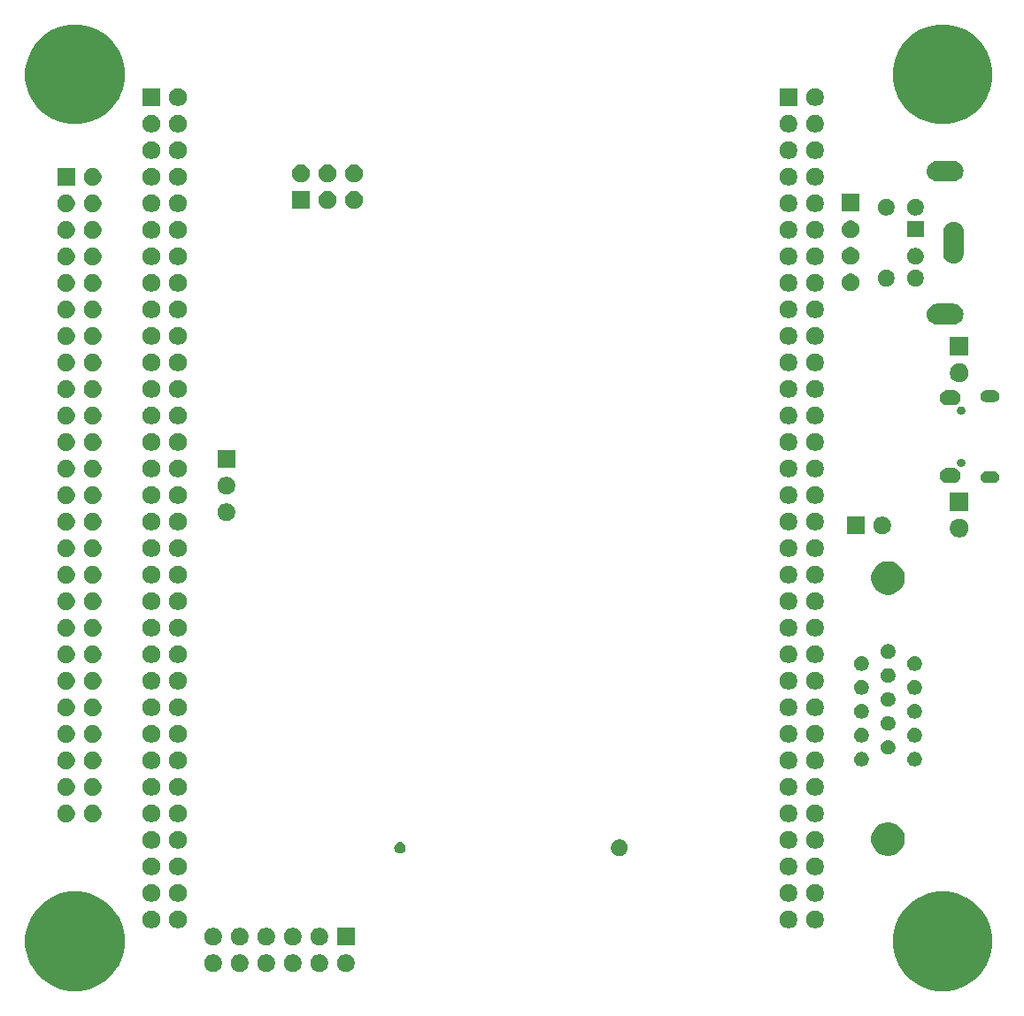
<source format=gbr>
G04 #@! TF.GenerationSoftware,KiCad,Pcbnew,(5.1.5)-3*
G04 #@! TF.CreationDate,2020-02-07T16:31:40-05:00*
G04 #@! TF.ProjectId,RETRO-EP4CE15,52455452-4f2d-4455-9034-434531352e6b,1*
G04 #@! TF.SameCoordinates,Original*
G04 #@! TF.FileFunction,Soldermask,Bot*
G04 #@! TF.FilePolarity,Negative*
%FSLAX46Y46*%
G04 Gerber Fmt 4.6, Leading zero omitted, Abs format (unit mm)*
G04 Created by KiCad (PCBNEW (5.1.5)-3) date 2020-02-07 16:31:40*
%MOMM*%
%LPD*%
G04 APERTURE LIST*
%ADD10C,0.152400*%
G04 APERTURE END LIST*
D10*
G36*
X100389169Y-94420519D02*
G01*
X101229568Y-94768624D01*
X101255890Y-94779527D01*
X102035917Y-95300724D01*
X102699276Y-95964083D01*
X103220473Y-96744110D01*
X103220474Y-96744112D01*
X103579481Y-97610831D01*
X103762500Y-98530933D01*
X103762500Y-99469067D01*
X103579481Y-100389169D01*
X103253681Y-101175719D01*
X103220473Y-101255890D01*
X102699276Y-102035917D01*
X102035917Y-102699276D01*
X101255890Y-103220473D01*
X101255889Y-103220474D01*
X101255888Y-103220474D01*
X100389169Y-103579481D01*
X99469067Y-103762500D01*
X98530933Y-103762500D01*
X97610831Y-103579481D01*
X96744112Y-103220474D01*
X96744111Y-103220474D01*
X96744110Y-103220473D01*
X95964083Y-102699276D01*
X95300724Y-102035917D01*
X94779527Y-101255890D01*
X94746319Y-101175719D01*
X94420519Y-100389169D01*
X94237500Y-99469067D01*
X94237500Y-98530933D01*
X94420519Y-97610831D01*
X94779526Y-96744112D01*
X94779527Y-96744110D01*
X95300724Y-95964083D01*
X95964083Y-95300724D01*
X96744110Y-94779527D01*
X96770432Y-94768624D01*
X97610831Y-94420519D01*
X98530933Y-94237500D01*
X99469067Y-94237500D01*
X100389169Y-94420519D01*
G37*
G36*
X17389169Y-94420519D02*
G01*
X18229568Y-94768624D01*
X18255890Y-94779527D01*
X19035917Y-95300724D01*
X19699276Y-95964083D01*
X20220473Y-96744110D01*
X20220474Y-96744112D01*
X20579481Y-97610831D01*
X20762500Y-98530933D01*
X20762500Y-99469067D01*
X20579481Y-100389169D01*
X20253681Y-101175719D01*
X20220473Y-101255890D01*
X19699276Y-102035917D01*
X19035917Y-102699276D01*
X18255890Y-103220473D01*
X18255889Y-103220474D01*
X18255888Y-103220474D01*
X17389169Y-103579481D01*
X16469067Y-103762500D01*
X15530933Y-103762500D01*
X14610831Y-103579481D01*
X13744112Y-103220474D01*
X13744111Y-103220474D01*
X13744110Y-103220473D01*
X12964083Y-102699276D01*
X12300724Y-102035917D01*
X11779527Y-101255890D01*
X11746319Y-101175719D01*
X11420519Y-100389169D01*
X11237500Y-99469067D01*
X11237500Y-98530933D01*
X11420519Y-97610831D01*
X11779526Y-96744112D01*
X11779527Y-96744110D01*
X12300724Y-95964083D01*
X12964083Y-95300724D01*
X13744110Y-94779527D01*
X13770432Y-94768624D01*
X14610831Y-94420519D01*
X15530933Y-94237500D01*
X16469067Y-94237500D01*
X17389169Y-94420519D01*
G37*
G36*
X42157935Y-100274664D02*
G01*
X42312624Y-100338739D01*
X42312626Y-100338740D01*
X42451844Y-100431762D01*
X42570238Y-100550156D01*
X42663260Y-100689374D01*
X42663261Y-100689376D01*
X42727336Y-100844065D01*
X42760000Y-101008281D01*
X42760000Y-101175719D01*
X42727336Y-101339935D01*
X42663261Y-101494624D01*
X42663260Y-101494626D01*
X42570238Y-101633844D01*
X42451844Y-101752238D01*
X42312626Y-101845260D01*
X42312625Y-101845261D01*
X42312624Y-101845261D01*
X42157935Y-101909336D01*
X41993719Y-101942000D01*
X41826281Y-101942000D01*
X41662065Y-101909336D01*
X41507376Y-101845261D01*
X41507375Y-101845261D01*
X41507374Y-101845260D01*
X41368156Y-101752238D01*
X41249762Y-101633844D01*
X41156740Y-101494626D01*
X41156739Y-101494624D01*
X41092664Y-101339935D01*
X41060000Y-101175719D01*
X41060000Y-101008281D01*
X41092664Y-100844065D01*
X41156739Y-100689376D01*
X41156740Y-100689374D01*
X41249762Y-100550156D01*
X41368156Y-100431762D01*
X41507374Y-100338740D01*
X41507376Y-100338739D01*
X41662065Y-100274664D01*
X41826281Y-100242000D01*
X41993719Y-100242000D01*
X42157935Y-100274664D01*
G37*
G36*
X29457935Y-100274664D02*
G01*
X29612624Y-100338739D01*
X29612626Y-100338740D01*
X29751844Y-100431762D01*
X29870238Y-100550156D01*
X29963260Y-100689374D01*
X29963261Y-100689376D01*
X30027336Y-100844065D01*
X30060000Y-101008281D01*
X30060000Y-101175719D01*
X30027336Y-101339935D01*
X29963261Y-101494624D01*
X29963260Y-101494626D01*
X29870238Y-101633844D01*
X29751844Y-101752238D01*
X29612626Y-101845260D01*
X29612625Y-101845261D01*
X29612624Y-101845261D01*
X29457935Y-101909336D01*
X29293719Y-101942000D01*
X29126281Y-101942000D01*
X28962065Y-101909336D01*
X28807376Y-101845261D01*
X28807375Y-101845261D01*
X28807374Y-101845260D01*
X28668156Y-101752238D01*
X28549762Y-101633844D01*
X28456740Y-101494626D01*
X28456739Y-101494624D01*
X28392664Y-101339935D01*
X28360000Y-101175719D01*
X28360000Y-101008281D01*
X28392664Y-100844065D01*
X28456739Y-100689376D01*
X28456740Y-100689374D01*
X28549762Y-100550156D01*
X28668156Y-100431762D01*
X28807374Y-100338740D01*
X28807376Y-100338739D01*
X28962065Y-100274664D01*
X29126281Y-100242000D01*
X29293719Y-100242000D01*
X29457935Y-100274664D01*
G37*
G36*
X31997935Y-100274664D02*
G01*
X32152624Y-100338739D01*
X32152626Y-100338740D01*
X32291844Y-100431762D01*
X32410238Y-100550156D01*
X32503260Y-100689374D01*
X32503261Y-100689376D01*
X32567336Y-100844065D01*
X32600000Y-101008281D01*
X32600000Y-101175719D01*
X32567336Y-101339935D01*
X32503261Y-101494624D01*
X32503260Y-101494626D01*
X32410238Y-101633844D01*
X32291844Y-101752238D01*
X32152626Y-101845260D01*
X32152625Y-101845261D01*
X32152624Y-101845261D01*
X31997935Y-101909336D01*
X31833719Y-101942000D01*
X31666281Y-101942000D01*
X31502065Y-101909336D01*
X31347376Y-101845261D01*
X31347375Y-101845261D01*
X31347374Y-101845260D01*
X31208156Y-101752238D01*
X31089762Y-101633844D01*
X30996740Y-101494626D01*
X30996739Y-101494624D01*
X30932664Y-101339935D01*
X30900000Y-101175719D01*
X30900000Y-101008281D01*
X30932664Y-100844065D01*
X30996739Y-100689376D01*
X30996740Y-100689374D01*
X31089762Y-100550156D01*
X31208156Y-100431762D01*
X31347374Y-100338740D01*
X31347376Y-100338739D01*
X31502065Y-100274664D01*
X31666281Y-100242000D01*
X31833719Y-100242000D01*
X31997935Y-100274664D01*
G37*
G36*
X34537935Y-100274664D02*
G01*
X34692624Y-100338739D01*
X34692626Y-100338740D01*
X34831844Y-100431762D01*
X34950238Y-100550156D01*
X35043260Y-100689374D01*
X35043261Y-100689376D01*
X35107336Y-100844065D01*
X35140000Y-101008281D01*
X35140000Y-101175719D01*
X35107336Y-101339935D01*
X35043261Y-101494624D01*
X35043260Y-101494626D01*
X34950238Y-101633844D01*
X34831844Y-101752238D01*
X34692626Y-101845260D01*
X34692625Y-101845261D01*
X34692624Y-101845261D01*
X34537935Y-101909336D01*
X34373719Y-101942000D01*
X34206281Y-101942000D01*
X34042065Y-101909336D01*
X33887376Y-101845261D01*
X33887375Y-101845261D01*
X33887374Y-101845260D01*
X33748156Y-101752238D01*
X33629762Y-101633844D01*
X33536740Y-101494626D01*
X33536739Y-101494624D01*
X33472664Y-101339935D01*
X33440000Y-101175719D01*
X33440000Y-101008281D01*
X33472664Y-100844065D01*
X33536739Y-100689376D01*
X33536740Y-100689374D01*
X33629762Y-100550156D01*
X33748156Y-100431762D01*
X33887374Y-100338740D01*
X33887376Y-100338739D01*
X34042065Y-100274664D01*
X34206281Y-100242000D01*
X34373719Y-100242000D01*
X34537935Y-100274664D01*
G37*
G36*
X39617935Y-100274664D02*
G01*
X39772624Y-100338739D01*
X39772626Y-100338740D01*
X39911844Y-100431762D01*
X40030238Y-100550156D01*
X40123260Y-100689374D01*
X40123261Y-100689376D01*
X40187336Y-100844065D01*
X40220000Y-101008281D01*
X40220000Y-101175719D01*
X40187336Y-101339935D01*
X40123261Y-101494624D01*
X40123260Y-101494626D01*
X40030238Y-101633844D01*
X39911844Y-101752238D01*
X39772626Y-101845260D01*
X39772625Y-101845261D01*
X39772624Y-101845261D01*
X39617935Y-101909336D01*
X39453719Y-101942000D01*
X39286281Y-101942000D01*
X39122065Y-101909336D01*
X38967376Y-101845261D01*
X38967375Y-101845261D01*
X38967374Y-101845260D01*
X38828156Y-101752238D01*
X38709762Y-101633844D01*
X38616740Y-101494626D01*
X38616739Y-101494624D01*
X38552664Y-101339935D01*
X38520000Y-101175719D01*
X38520000Y-101008281D01*
X38552664Y-100844065D01*
X38616739Y-100689376D01*
X38616740Y-100689374D01*
X38709762Y-100550156D01*
X38828156Y-100431762D01*
X38967374Y-100338740D01*
X38967376Y-100338739D01*
X39122065Y-100274664D01*
X39286281Y-100242000D01*
X39453719Y-100242000D01*
X39617935Y-100274664D01*
G37*
G36*
X37077935Y-100274664D02*
G01*
X37232624Y-100338739D01*
X37232626Y-100338740D01*
X37371844Y-100431762D01*
X37490238Y-100550156D01*
X37583260Y-100689374D01*
X37583261Y-100689376D01*
X37647336Y-100844065D01*
X37680000Y-101008281D01*
X37680000Y-101175719D01*
X37647336Y-101339935D01*
X37583261Y-101494624D01*
X37583260Y-101494626D01*
X37490238Y-101633844D01*
X37371844Y-101752238D01*
X37232626Y-101845260D01*
X37232625Y-101845261D01*
X37232624Y-101845261D01*
X37077935Y-101909336D01*
X36913719Y-101942000D01*
X36746281Y-101942000D01*
X36582065Y-101909336D01*
X36427376Y-101845261D01*
X36427375Y-101845261D01*
X36427374Y-101845260D01*
X36288156Y-101752238D01*
X36169762Y-101633844D01*
X36076740Y-101494626D01*
X36076739Y-101494624D01*
X36012664Y-101339935D01*
X35980000Y-101175719D01*
X35980000Y-101008281D01*
X36012664Y-100844065D01*
X36076739Y-100689376D01*
X36076740Y-100689374D01*
X36169762Y-100550156D01*
X36288156Y-100431762D01*
X36427374Y-100338740D01*
X36427376Y-100338739D01*
X36582065Y-100274664D01*
X36746281Y-100242000D01*
X36913719Y-100242000D01*
X37077935Y-100274664D01*
G37*
G36*
X34537935Y-97734664D02*
G01*
X34692624Y-97798739D01*
X34692626Y-97798740D01*
X34831844Y-97891762D01*
X34950238Y-98010156D01*
X35043260Y-98149374D01*
X35043261Y-98149376D01*
X35107336Y-98304065D01*
X35140000Y-98468281D01*
X35140000Y-98635719D01*
X35107336Y-98799935D01*
X35043261Y-98954624D01*
X35043260Y-98954626D01*
X34950238Y-99093844D01*
X34831844Y-99212238D01*
X34692626Y-99305260D01*
X34692625Y-99305261D01*
X34692624Y-99305261D01*
X34537935Y-99369336D01*
X34373719Y-99402000D01*
X34206281Y-99402000D01*
X34042065Y-99369336D01*
X33887376Y-99305261D01*
X33887375Y-99305261D01*
X33887374Y-99305260D01*
X33748156Y-99212238D01*
X33629762Y-99093844D01*
X33536740Y-98954626D01*
X33536739Y-98954624D01*
X33472664Y-98799935D01*
X33440000Y-98635719D01*
X33440000Y-98468281D01*
X33472664Y-98304065D01*
X33536739Y-98149376D01*
X33536740Y-98149374D01*
X33629762Y-98010156D01*
X33748156Y-97891762D01*
X33887374Y-97798740D01*
X33887376Y-97798739D01*
X34042065Y-97734664D01*
X34206281Y-97702000D01*
X34373719Y-97702000D01*
X34537935Y-97734664D01*
G37*
G36*
X42760000Y-99402000D02*
G01*
X41060000Y-99402000D01*
X41060000Y-97702000D01*
X42760000Y-97702000D01*
X42760000Y-99402000D01*
G37*
G36*
X39617935Y-97734664D02*
G01*
X39772624Y-97798739D01*
X39772626Y-97798740D01*
X39911844Y-97891762D01*
X40030238Y-98010156D01*
X40123260Y-98149374D01*
X40123261Y-98149376D01*
X40187336Y-98304065D01*
X40220000Y-98468281D01*
X40220000Y-98635719D01*
X40187336Y-98799935D01*
X40123261Y-98954624D01*
X40123260Y-98954626D01*
X40030238Y-99093844D01*
X39911844Y-99212238D01*
X39772626Y-99305260D01*
X39772625Y-99305261D01*
X39772624Y-99305261D01*
X39617935Y-99369336D01*
X39453719Y-99402000D01*
X39286281Y-99402000D01*
X39122065Y-99369336D01*
X38967376Y-99305261D01*
X38967375Y-99305261D01*
X38967374Y-99305260D01*
X38828156Y-99212238D01*
X38709762Y-99093844D01*
X38616740Y-98954626D01*
X38616739Y-98954624D01*
X38552664Y-98799935D01*
X38520000Y-98635719D01*
X38520000Y-98468281D01*
X38552664Y-98304065D01*
X38616739Y-98149376D01*
X38616740Y-98149374D01*
X38709762Y-98010156D01*
X38828156Y-97891762D01*
X38967374Y-97798740D01*
X38967376Y-97798739D01*
X39122065Y-97734664D01*
X39286281Y-97702000D01*
X39453719Y-97702000D01*
X39617935Y-97734664D01*
G37*
G36*
X37077935Y-97734664D02*
G01*
X37232624Y-97798739D01*
X37232626Y-97798740D01*
X37371844Y-97891762D01*
X37490238Y-98010156D01*
X37583260Y-98149374D01*
X37583261Y-98149376D01*
X37647336Y-98304065D01*
X37680000Y-98468281D01*
X37680000Y-98635719D01*
X37647336Y-98799935D01*
X37583261Y-98954624D01*
X37583260Y-98954626D01*
X37490238Y-99093844D01*
X37371844Y-99212238D01*
X37232626Y-99305260D01*
X37232625Y-99305261D01*
X37232624Y-99305261D01*
X37077935Y-99369336D01*
X36913719Y-99402000D01*
X36746281Y-99402000D01*
X36582065Y-99369336D01*
X36427376Y-99305261D01*
X36427375Y-99305261D01*
X36427374Y-99305260D01*
X36288156Y-99212238D01*
X36169762Y-99093844D01*
X36076740Y-98954626D01*
X36076739Y-98954624D01*
X36012664Y-98799935D01*
X35980000Y-98635719D01*
X35980000Y-98468281D01*
X36012664Y-98304065D01*
X36076739Y-98149376D01*
X36076740Y-98149374D01*
X36169762Y-98010156D01*
X36288156Y-97891762D01*
X36427374Y-97798740D01*
X36427376Y-97798739D01*
X36582065Y-97734664D01*
X36746281Y-97702000D01*
X36913719Y-97702000D01*
X37077935Y-97734664D01*
G37*
G36*
X31997935Y-97734664D02*
G01*
X32152624Y-97798739D01*
X32152626Y-97798740D01*
X32291844Y-97891762D01*
X32410238Y-98010156D01*
X32503260Y-98149374D01*
X32503261Y-98149376D01*
X32567336Y-98304065D01*
X32600000Y-98468281D01*
X32600000Y-98635719D01*
X32567336Y-98799935D01*
X32503261Y-98954624D01*
X32503260Y-98954626D01*
X32410238Y-99093844D01*
X32291844Y-99212238D01*
X32152626Y-99305260D01*
X32152625Y-99305261D01*
X32152624Y-99305261D01*
X31997935Y-99369336D01*
X31833719Y-99402000D01*
X31666281Y-99402000D01*
X31502065Y-99369336D01*
X31347376Y-99305261D01*
X31347375Y-99305261D01*
X31347374Y-99305260D01*
X31208156Y-99212238D01*
X31089762Y-99093844D01*
X30996740Y-98954626D01*
X30996739Y-98954624D01*
X30932664Y-98799935D01*
X30900000Y-98635719D01*
X30900000Y-98468281D01*
X30932664Y-98304065D01*
X30996739Y-98149376D01*
X30996740Y-98149374D01*
X31089762Y-98010156D01*
X31208156Y-97891762D01*
X31347374Y-97798740D01*
X31347376Y-97798739D01*
X31502065Y-97734664D01*
X31666281Y-97702000D01*
X31833719Y-97702000D01*
X31997935Y-97734664D01*
G37*
G36*
X29457935Y-97734664D02*
G01*
X29612624Y-97798739D01*
X29612626Y-97798740D01*
X29751844Y-97891762D01*
X29870238Y-98010156D01*
X29963260Y-98149374D01*
X29963261Y-98149376D01*
X30027336Y-98304065D01*
X30060000Y-98468281D01*
X30060000Y-98635719D01*
X30027336Y-98799935D01*
X29963261Y-98954624D01*
X29963260Y-98954626D01*
X29870238Y-99093844D01*
X29751844Y-99212238D01*
X29612626Y-99305260D01*
X29612625Y-99305261D01*
X29612624Y-99305261D01*
X29457935Y-99369336D01*
X29293719Y-99402000D01*
X29126281Y-99402000D01*
X28962065Y-99369336D01*
X28807376Y-99305261D01*
X28807375Y-99305261D01*
X28807374Y-99305260D01*
X28668156Y-99212238D01*
X28549762Y-99093844D01*
X28456740Y-98954626D01*
X28456739Y-98954624D01*
X28392664Y-98799935D01*
X28360000Y-98635719D01*
X28360000Y-98468281D01*
X28392664Y-98304065D01*
X28456739Y-98149376D01*
X28456740Y-98149374D01*
X28549762Y-98010156D01*
X28668156Y-97891762D01*
X28807374Y-97798740D01*
X28807376Y-97798739D01*
X28962065Y-97734664D01*
X29126281Y-97702000D01*
X29293719Y-97702000D01*
X29457935Y-97734664D01*
G37*
G36*
X84497935Y-96088664D02*
G01*
X84652624Y-96152739D01*
X84652626Y-96152740D01*
X84791844Y-96245762D01*
X84910238Y-96364156D01*
X85003260Y-96503374D01*
X85003261Y-96503376D01*
X85067336Y-96658065D01*
X85100000Y-96822281D01*
X85100000Y-96989719D01*
X85067336Y-97153935D01*
X85003261Y-97308624D01*
X85003260Y-97308626D01*
X84910238Y-97447844D01*
X84791844Y-97566238D01*
X84652626Y-97659260D01*
X84652625Y-97659261D01*
X84652624Y-97659261D01*
X84497935Y-97723336D01*
X84333719Y-97756000D01*
X84166281Y-97756000D01*
X84002065Y-97723336D01*
X83847376Y-97659261D01*
X83847375Y-97659261D01*
X83847374Y-97659260D01*
X83708156Y-97566238D01*
X83589762Y-97447844D01*
X83496740Y-97308626D01*
X83496739Y-97308624D01*
X83432664Y-97153935D01*
X83400000Y-96989719D01*
X83400000Y-96822281D01*
X83432664Y-96658065D01*
X83496739Y-96503376D01*
X83496740Y-96503374D01*
X83589762Y-96364156D01*
X83708156Y-96245762D01*
X83847374Y-96152740D01*
X83847376Y-96152739D01*
X84002065Y-96088664D01*
X84166281Y-96056000D01*
X84333719Y-96056000D01*
X84497935Y-96088664D01*
G37*
G36*
X87037935Y-96088664D02*
G01*
X87192624Y-96152739D01*
X87192626Y-96152740D01*
X87331844Y-96245762D01*
X87450238Y-96364156D01*
X87543260Y-96503374D01*
X87543261Y-96503376D01*
X87607336Y-96658065D01*
X87640000Y-96822281D01*
X87640000Y-96989719D01*
X87607336Y-97153935D01*
X87543261Y-97308624D01*
X87543260Y-97308626D01*
X87450238Y-97447844D01*
X87331844Y-97566238D01*
X87192626Y-97659260D01*
X87192625Y-97659261D01*
X87192624Y-97659261D01*
X87037935Y-97723336D01*
X86873719Y-97756000D01*
X86706281Y-97756000D01*
X86542065Y-97723336D01*
X86387376Y-97659261D01*
X86387375Y-97659261D01*
X86387374Y-97659260D01*
X86248156Y-97566238D01*
X86129762Y-97447844D01*
X86036740Y-97308626D01*
X86036739Y-97308624D01*
X85972664Y-97153935D01*
X85940000Y-96989719D01*
X85940000Y-96822281D01*
X85972664Y-96658065D01*
X86036739Y-96503376D01*
X86036740Y-96503374D01*
X86129762Y-96364156D01*
X86248156Y-96245762D01*
X86387374Y-96152740D01*
X86387376Y-96152739D01*
X86542065Y-96088664D01*
X86706281Y-96056000D01*
X86873719Y-96056000D01*
X87037935Y-96088664D01*
G37*
G36*
X23557935Y-96088664D02*
G01*
X23712624Y-96152739D01*
X23712626Y-96152740D01*
X23851844Y-96245762D01*
X23970238Y-96364156D01*
X24063260Y-96503374D01*
X24063261Y-96503376D01*
X24127336Y-96658065D01*
X24160000Y-96822281D01*
X24160000Y-96989719D01*
X24127336Y-97153935D01*
X24063261Y-97308624D01*
X24063260Y-97308626D01*
X23970238Y-97447844D01*
X23851844Y-97566238D01*
X23712626Y-97659260D01*
X23712625Y-97659261D01*
X23712624Y-97659261D01*
X23557935Y-97723336D01*
X23393719Y-97756000D01*
X23226281Y-97756000D01*
X23062065Y-97723336D01*
X22907376Y-97659261D01*
X22907375Y-97659261D01*
X22907374Y-97659260D01*
X22768156Y-97566238D01*
X22649762Y-97447844D01*
X22556740Y-97308626D01*
X22556739Y-97308624D01*
X22492664Y-97153935D01*
X22460000Y-96989719D01*
X22460000Y-96822281D01*
X22492664Y-96658065D01*
X22556739Y-96503376D01*
X22556740Y-96503374D01*
X22649762Y-96364156D01*
X22768156Y-96245762D01*
X22907374Y-96152740D01*
X22907376Y-96152739D01*
X23062065Y-96088664D01*
X23226281Y-96056000D01*
X23393719Y-96056000D01*
X23557935Y-96088664D01*
G37*
G36*
X26097935Y-96088664D02*
G01*
X26252624Y-96152739D01*
X26252626Y-96152740D01*
X26391844Y-96245762D01*
X26510238Y-96364156D01*
X26603260Y-96503374D01*
X26603261Y-96503376D01*
X26667336Y-96658065D01*
X26700000Y-96822281D01*
X26700000Y-96989719D01*
X26667336Y-97153935D01*
X26603261Y-97308624D01*
X26603260Y-97308626D01*
X26510238Y-97447844D01*
X26391844Y-97566238D01*
X26252626Y-97659260D01*
X26252625Y-97659261D01*
X26252624Y-97659261D01*
X26097935Y-97723336D01*
X25933719Y-97756000D01*
X25766281Y-97756000D01*
X25602065Y-97723336D01*
X25447376Y-97659261D01*
X25447375Y-97659261D01*
X25447374Y-97659260D01*
X25308156Y-97566238D01*
X25189762Y-97447844D01*
X25096740Y-97308626D01*
X25096739Y-97308624D01*
X25032664Y-97153935D01*
X25000000Y-96989719D01*
X25000000Y-96822281D01*
X25032664Y-96658065D01*
X25096739Y-96503376D01*
X25096740Y-96503374D01*
X25189762Y-96364156D01*
X25308156Y-96245762D01*
X25447374Y-96152740D01*
X25447376Y-96152739D01*
X25602065Y-96088664D01*
X25766281Y-96056000D01*
X25933719Y-96056000D01*
X26097935Y-96088664D01*
G37*
G36*
X87037935Y-93548664D02*
G01*
X87192624Y-93612739D01*
X87192626Y-93612740D01*
X87331844Y-93705762D01*
X87450238Y-93824156D01*
X87543260Y-93963374D01*
X87543261Y-93963376D01*
X87607336Y-94118065D01*
X87640000Y-94282281D01*
X87640000Y-94449719D01*
X87607336Y-94613935D01*
X87543261Y-94768624D01*
X87543260Y-94768626D01*
X87450238Y-94907844D01*
X87331844Y-95026238D01*
X87192626Y-95119260D01*
X87192625Y-95119261D01*
X87192624Y-95119261D01*
X87037935Y-95183336D01*
X86873719Y-95216000D01*
X86706281Y-95216000D01*
X86542065Y-95183336D01*
X86387376Y-95119261D01*
X86387375Y-95119261D01*
X86387374Y-95119260D01*
X86248156Y-95026238D01*
X86129762Y-94907844D01*
X86036740Y-94768626D01*
X86036739Y-94768624D01*
X85972664Y-94613935D01*
X85940000Y-94449719D01*
X85940000Y-94282281D01*
X85972664Y-94118065D01*
X86036739Y-93963376D01*
X86036740Y-93963374D01*
X86129762Y-93824156D01*
X86248156Y-93705762D01*
X86387374Y-93612740D01*
X86387376Y-93612739D01*
X86542065Y-93548664D01*
X86706281Y-93516000D01*
X86873719Y-93516000D01*
X87037935Y-93548664D01*
G37*
G36*
X23557935Y-93548664D02*
G01*
X23712624Y-93612739D01*
X23712626Y-93612740D01*
X23851844Y-93705762D01*
X23970238Y-93824156D01*
X24063260Y-93963374D01*
X24063261Y-93963376D01*
X24127336Y-94118065D01*
X24160000Y-94282281D01*
X24160000Y-94449719D01*
X24127336Y-94613935D01*
X24063261Y-94768624D01*
X24063260Y-94768626D01*
X23970238Y-94907844D01*
X23851844Y-95026238D01*
X23712626Y-95119260D01*
X23712625Y-95119261D01*
X23712624Y-95119261D01*
X23557935Y-95183336D01*
X23393719Y-95216000D01*
X23226281Y-95216000D01*
X23062065Y-95183336D01*
X22907376Y-95119261D01*
X22907375Y-95119261D01*
X22907374Y-95119260D01*
X22768156Y-95026238D01*
X22649762Y-94907844D01*
X22556740Y-94768626D01*
X22556739Y-94768624D01*
X22492664Y-94613935D01*
X22460000Y-94449719D01*
X22460000Y-94282281D01*
X22492664Y-94118065D01*
X22556739Y-93963376D01*
X22556740Y-93963374D01*
X22649762Y-93824156D01*
X22768156Y-93705762D01*
X22907374Y-93612740D01*
X22907376Y-93612739D01*
X23062065Y-93548664D01*
X23226281Y-93516000D01*
X23393719Y-93516000D01*
X23557935Y-93548664D01*
G37*
G36*
X26097935Y-93548664D02*
G01*
X26252624Y-93612739D01*
X26252626Y-93612740D01*
X26391844Y-93705762D01*
X26510238Y-93824156D01*
X26603260Y-93963374D01*
X26603261Y-93963376D01*
X26667336Y-94118065D01*
X26700000Y-94282281D01*
X26700000Y-94449719D01*
X26667336Y-94613935D01*
X26603261Y-94768624D01*
X26603260Y-94768626D01*
X26510238Y-94907844D01*
X26391844Y-95026238D01*
X26252626Y-95119260D01*
X26252625Y-95119261D01*
X26252624Y-95119261D01*
X26097935Y-95183336D01*
X25933719Y-95216000D01*
X25766281Y-95216000D01*
X25602065Y-95183336D01*
X25447376Y-95119261D01*
X25447375Y-95119261D01*
X25447374Y-95119260D01*
X25308156Y-95026238D01*
X25189762Y-94907844D01*
X25096740Y-94768626D01*
X25096739Y-94768624D01*
X25032664Y-94613935D01*
X25000000Y-94449719D01*
X25000000Y-94282281D01*
X25032664Y-94118065D01*
X25096739Y-93963376D01*
X25096740Y-93963374D01*
X25189762Y-93824156D01*
X25308156Y-93705762D01*
X25447374Y-93612740D01*
X25447376Y-93612739D01*
X25602065Y-93548664D01*
X25766281Y-93516000D01*
X25933719Y-93516000D01*
X26097935Y-93548664D01*
G37*
G36*
X84497935Y-93548664D02*
G01*
X84652624Y-93612739D01*
X84652626Y-93612740D01*
X84791844Y-93705762D01*
X84910238Y-93824156D01*
X85003260Y-93963374D01*
X85003261Y-93963376D01*
X85067336Y-94118065D01*
X85100000Y-94282281D01*
X85100000Y-94449719D01*
X85067336Y-94613935D01*
X85003261Y-94768624D01*
X85003260Y-94768626D01*
X84910238Y-94907844D01*
X84791844Y-95026238D01*
X84652626Y-95119260D01*
X84652625Y-95119261D01*
X84652624Y-95119261D01*
X84497935Y-95183336D01*
X84333719Y-95216000D01*
X84166281Y-95216000D01*
X84002065Y-95183336D01*
X83847376Y-95119261D01*
X83847375Y-95119261D01*
X83847374Y-95119260D01*
X83708156Y-95026238D01*
X83589762Y-94907844D01*
X83496740Y-94768626D01*
X83496739Y-94768624D01*
X83432664Y-94613935D01*
X83400000Y-94449719D01*
X83400000Y-94282281D01*
X83432664Y-94118065D01*
X83496739Y-93963376D01*
X83496740Y-93963374D01*
X83589762Y-93824156D01*
X83708156Y-93705762D01*
X83847374Y-93612740D01*
X83847376Y-93612739D01*
X84002065Y-93548664D01*
X84166281Y-93516000D01*
X84333719Y-93516000D01*
X84497935Y-93548664D01*
G37*
G36*
X23557935Y-91008664D02*
G01*
X23712624Y-91072739D01*
X23712626Y-91072740D01*
X23851844Y-91165762D01*
X23970238Y-91284156D01*
X24063260Y-91423374D01*
X24063261Y-91423376D01*
X24127336Y-91578065D01*
X24160000Y-91742281D01*
X24160000Y-91909719D01*
X24127336Y-92073935D01*
X24063261Y-92228624D01*
X24063260Y-92228626D01*
X23970238Y-92367844D01*
X23851844Y-92486238D01*
X23712626Y-92579260D01*
X23712625Y-92579261D01*
X23712624Y-92579261D01*
X23557935Y-92643336D01*
X23393719Y-92676000D01*
X23226281Y-92676000D01*
X23062065Y-92643336D01*
X22907376Y-92579261D01*
X22907375Y-92579261D01*
X22907374Y-92579260D01*
X22768156Y-92486238D01*
X22649762Y-92367844D01*
X22556740Y-92228626D01*
X22556739Y-92228624D01*
X22492664Y-92073935D01*
X22460000Y-91909719D01*
X22460000Y-91742281D01*
X22492664Y-91578065D01*
X22556739Y-91423376D01*
X22556740Y-91423374D01*
X22649762Y-91284156D01*
X22768156Y-91165762D01*
X22907374Y-91072740D01*
X22907376Y-91072739D01*
X23062065Y-91008664D01*
X23226281Y-90976000D01*
X23393719Y-90976000D01*
X23557935Y-91008664D01*
G37*
G36*
X84497935Y-91008664D02*
G01*
X84652624Y-91072739D01*
X84652626Y-91072740D01*
X84791844Y-91165762D01*
X84910238Y-91284156D01*
X85003260Y-91423374D01*
X85003261Y-91423376D01*
X85067336Y-91578065D01*
X85100000Y-91742281D01*
X85100000Y-91909719D01*
X85067336Y-92073935D01*
X85003261Y-92228624D01*
X85003260Y-92228626D01*
X84910238Y-92367844D01*
X84791844Y-92486238D01*
X84652626Y-92579260D01*
X84652625Y-92579261D01*
X84652624Y-92579261D01*
X84497935Y-92643336D01*
X84333719Y-92676000D01*
X84166281Y-92676000D01*
X84002065Y-92643336D01*
X83847376Y-92579261D01*
X83847375Y-92579261D01*
X83847374Y-92579260D01*
X83708156Y-92486238D01*
X83589762Y-92367844D01*
X83496740Y-92228626D01*
X83496739Y-92228624D01*
X83432664Y-92073935D01*
X83400000Y-91909719D01*
X83400000Y-91742281D01*
X83432664Y-91578065D01*
X83496739Y-91423376D01*
X83496740Y-91423374D01*
X83589762Y-91284156D01*
X83708156Y-91165762D01*
X83847374Y-91072740D01*
X83847376Y-91072739D01*
X84002065Y-91008664D01*
X84166281Y-90976000D01*
X84333719Y-90976000D01*
X84497935Y-91008664D01*
G37*
G36*
X26097935Y-91008664D02*
G01*
X26252624Y-91072739D01*
X26252626Y-91072740D01*
X26391844Y-91165762D01*
X26510238Y-91284156D01*
X26603260Y-91423374D01*
X26603261Y-91423376D01*
X26667336Y-91578065D01*
X26700000Y-91742281D01*
X26700000Y-91909719D01*
X26667336Y-92073935D01*
X26603261Y-92228624D01*
X26603260Y-92228626D01*
X26510238Y-92367844D01*
X26391844Y-92486238D01*
X26252626Y-92579260D01*
X26252625Y-92579261D01*
X26252624Y-92579261D01*
X26097935Y-92643336D01*
X25933719Y-92676000D01*
X25766281Y-92676000D01*
X25602065Y-92643336D01*
X25447376Y-92579261D01*
X25447375Y-92579261D01*
X25447374Y-92579260D01*
X25308156Y-92486238D01*
X25189762Y-92367844D01*
X25096740Y-92228626D01*
X25096739Y-92228624D01*
X25032664Y-92073935D01*
X25000000Y-91909719D01*
X25000000Y-91742281D01*
X25032664Y-91578065D01*
X25096739Y-91423376D01*
X25096740Y-91423374D01*
X25189762Y-91284156D01*
X25308156Y-91165762D01*
X25447374Y-91072740D01*
X25447376Y-91072739D01*
X25602065Y-91008664D01*
X25766281Y-90976000D01*
X25933719Y-90976000D01*
X26097935Y-91008664D01*
G37*
G36*
X87037935Y-91008664D02*
G01*
X87192624Y-91072739D01*
X87192626Y-91072740D01*
X87331844Y-91165762D01*
X87450238Y-91284156D01*
X87543260Y-91423374D01*
X87543261Y-91423376D01*
X87607336Y-91578065D01*
X87640000Y-91742281D01*
X87640000Y-91909719D01*
X87607336Y-92073935D01*
X87543261Y-92228624D01*
X87543260Y-92228626D01*
X87450238Y-92367844D01*
X87331844Y-92486238D01*
X87192626Y-92579260D01*
X87192625Y-92579261D01*
X87192624Y-92579261D01*
X87037935Y-92643336D01*
X86873719Y-92676000D01*
X86706281Y-92676000D01*
X86542065Y-92643336D01*
X86387376Y-92579261D01*
X86387375Y-92579261D01*
X86387374Y-92579260D01*
X86248156Y-92486238D01*
X86129762Y-92367844D01*
X86036740Y-92228626D01*
X86036739Y-92228624D01*
X85972664Y-92073935D01*
X85940000Y-91909719D01*
X85940000Y-91742281D01*
X85972664Y-91578065D01*
X86036739Y-91423376D01*
X86036740Y-91423374D01*
X86129762Y-91284156D01*
X86248156Y-91165762D01*
X86387374Y-91072740D01*
X86387376Y-91072739D01*
X86542065Y-91008664D01*
X86706281Y-90976000D01*
X86873719Y-90976000D01*
X87037935Y-91008664D01*
G37*
G36*
X68312351Y-89273743D02*
G01*
X68457941Y-89334048D01*
X68588970Y-89421599D01*
X68700401Y-89533030D01*
X68787952Y-89664059D01*
X68848257Y-89809649D01*
X68879000Y-89964206D01*
X68879000Y-90121794D01*
X68848257Y-90276351D01*
X68787952Y-90421941D01*
X68700401Y-90552970D01*
X68588970Y-90664401D01*
X68457941Y-90751952D01*
X68312351Y-90812257D01*
X68157794Y-90843000D01*
X68000206Y-90843000D01*
X67845649Y-90812257D01*
X67700059Y-90751952D01*
X67569030Y-90664401D01*
X67457599Y-90552970D01*
X67370048Y-90421941D01*
X67309743Y-90276351D01*
X67279000Y-90121794D01*
X67279000Y-89964206D01*
X67309743Y-89809649D01*
X67370048Y-89664059D01*
X67457599Y-89533030D01*
X67569030Y-89421599D01*
X67700059Y-89334048D01*
X67845649Y-89273743D01*
X68000206Y-89243000D01*
X68157794Y-89243000D01*
X68312351Y-89273743D01*
G37*
G36*
X94246043Y-87663746D02*
G01*
X94537223Y-87784357D01*
X94799280Y-87959458D01*
X95022142Y-88182320D01*
X95197243Y-88444377D01*
X95317854Y-88735557D01*
X95379340Y-89044672D01*
X95379340Y-89359848D01*
X95317854Y-89668963D01*
X95197243Y-89960143D01*
X95022142Y-90222200D01*
X94799280Y-90445062D01*
X94537223Y-90620163D01*
X94246043Y-90740774D01*
X93936928Y-90802260D01*
X93621752Y-90802260D01*
X93312637Y-90740774D01*
X93021457Y-90620163D01*
X92759400Y-90445062D01*
X92536538Y-90222200D01*
X92361437Y-89960143D01*
X92240826Y-89668963D01*
X92179340Y-89359848D01*
X92179340Y-89044672D01*
X92240826Y-88735557D01*
X92361437Y-88444377D01*
X92536538Y-88182320D01*
X92759400Y-87959458D01*
X93021457Y-87784357D01*
X93312637Y-87663746D01*
X93621752Y-87602260D01*
X93936928Y-87602260D01*
X94246043Y-87663746D01*
G37*
G36*
X47204009Y-89507091D02*
G01*
X47239429Y-89514136D01*
X47285042Y-89533030D01*
X47339524Y-89555597D01*
X47429602Y-89615785D01*
X47506215Y-89692398D01*
X47566403Y-89782476D01*
X47566403Y-89782477D01*
X47607864Y-89882571D01*
X47629000Y-89988830D01*
X47629000Y-90097170D01*
X47607864Y-90203429D01*
X47600088Y-90222201D01*
X47566403Y-90303524D01*
X47506215Y-90393602D01*
X47429602Y-90470215D01*
X47339524Y-90530403D01*
X47289476Y-90551134D01*
X47239429Y-90571864D01*
X47204009Y-90578909D01*
X47133172Y-90593000D01*
X47024828Y-90593000D01*
X46953991Y-90578909D01*
X46918571Y-90571864D01*
X46868524Y-90551134D01*
X46818476Y-90530403D01*
X46728398Y-90470215D01*
X46651785Y-90393602D01*
X46591597Y-90303524D01*
X46557912Y-90222201D01*
X46550136Y-90203429D01*
X46529000Y-90097170D01*
X46529000Y-89988830D01*
X46550136Y-89882571D01*
X46591597Y-89782477D01*
X46591597Y-89782476D01*
X46651785Y-89692398D01*
X46728398Y-89615785D01*
X46818476Y-89555597D01*
X46872958Y-89533030D01*
X46918571Y-89514136D01*
X46953991Y-89507091D01*
X47024828Y-89493000D01*
X47133172Y-89493000D01*
X47204009Y-89507091D01*
G37*
G36*
X26097935Y-88468664D02*
G01*
X26252624Y-88532739D01*
X26252626Y-88532740D01*
X26391844Y-88625762D01*
X26510238Y-88744156D01*
X26603260Y-88883374D01*
X26603261Y-88883376D01*
X26667336Y-89038065D01*
X26700000Y-89202281D01*
X26700000Y-89369719D01*
X26667336Y-89533935D01*
X26613436Y-89664059D01*
X26603260Y-89688626D01*
X26510238Y-89827844D01*
X26391844Y-89946238D01*
X26252626Y-90039260D01*
X26252625Y-90039261D01*
X26252624Y-90039261D01*
X26097935Y-90103336D01*
X25933719Y-90136000D01*
X25766281Y-90136000D01*
X25602065Y-90103336D01*
X25447376Y-90039261D01*
X25447375Y-90039261D01*
X25447374Y-90039260D01*
X25308156Y-89946238D01*
X25189762Y-89827844D01*
X25096740Y-89688626D01*
X25086564Y-89664059D01*
X25032664Y-89533935D01*
X25000000Y-89369719D01*
X25000000Y-89202281D01*
X25032664Y-89038065D01*
X25096739Y-88883376D01*
X25096740Y-88883374D01*
X25189762Y-88744156D01*
X25308156Y-88625762D01*
X25447374Y-88532740D01*
X25447376Y-88532739D01*
X25602065Y-88468664D01*
X25766281Y-88436000D01*
X25933719Y-88436000D01*
X26097935Y-88468664D01*
G37*
G36*
X84497935Y-88468664D02*
G01*
X84652624Y-88532739D01*
X84652626Y-88532740D01*
X84791844Y-88625762D01*
X84910238Y-88744156D01*
X85003260Y-88883374D01*
X85003261Y-88883376D01*
X85067336Y-89038065D01*
X85100000Y-89202281D01*
X85100000Y-89369719D01*
X85067336Y-89533935D01*
X85013436Y-89664059D01*
X85003260Y-89688626D01*
X84910238Y-89827844D01*
X84791844Y-89946238D01*
X84652626Y-90039260D01*
X84652625Y-90039261D01*
X84652624Y-90039261D01*
X84497935Y-90103336D01*
X84333719Y-90136000D01*
X84166281Y-90136000D01*
X84002065Y-90103336D01*
X83847376Y-90039261D01*
X83847375Y-90039261D01*
X83847374Y-90039260D01*
X83708156Y-89946238D01*
X83589762Y-89827844D01*
X83496740Y-89688626D01*
X83486564Y-89664059D01*
X83432664Y-89533935D01*
X83400000Y-89369719D01*
X83400000Y-89202281D01*
X83432664Y-89038065D01*
X83496739Y-88883376D01*
X83496740Y-88883374D01*
X83589762Y-88744156D01*
X83708156Y-88625762D01*
X83847374Y-88532740D01*
X83847376Y-88532739D01*
X84002065Y-88468664D01*
X84166281Y-88436000D01*
X84333719Y-88436000D01*
X84497935Y-88468664D01*
G37*
G36*
X23557935Y-88468664D02*
G01*
X23712624Y-88532739D01*
X23712626Y-88532740D01*
X23851844Y-88625762D01*
X23970238Y-88744156D01*
X24063260Y-88883374D01*
X24063261Y-88883376D01*
X24127336Y-89038065D01*
X24160000Y-89202281D01*
X24160000Y-89369719D01*
X24127336Y-89533935D01*
X24073436Y-89664059D01*
X24063260Y-89688626D01*
X23970238Y-89827844D01*
X23851844Y-89946238D01*
X23712626Y-90039260D01*
X23712625Y-90039261D01*
X23712624Y-90039261D01*
X23557935Y-90103336D01*
X23393719Y-90136000D01*
X23226281Y-90136000D01*
X23062065Y-90103336D01*
X22907376Y-90039261D01*
X22907375Y-90039261D01*
X22907374Y-90039260D01*
X22768156Y-89946238D01*
X22649762Y-89827844D01*
X22556740Y-89688626D01*
X22546564Y-89664059D01*
X22492664Y-89533935D01*
X22460000Y-89369719D01*
X22460000Y-89202281D01*
X22492664Y-89038065D01*
X22556739Y-88883376D01*
X22556740Y-88883374D01*
X22649762Y-88744156D01*
X22768156Y-88625762D01*
X22907374Y-88532740D01*
X22907376Y-88532739D01*
X23062065Y-88468664D01*
X23226281Y-88436000D01*
X23393719Y-88436000D01*
X23557935Y-88468664D01*
G37*
G36*
X87037935Y-88468664D02*
G01*
X87192624Y-88532739D01*
X87192626Y-88532740D01*
X87331844Y-88625762D01*
X87450238Y-88744156D01*
X87543260Y-88883374D01*
X87543261Y-88883376D01*
X87607336Y-89038065D01*
X87640000Y-89202281D01*
X87640000Y-89369719D01*
X87607336Y-89533935D01*
X87553436Y-89664059D01*
X87543260Y-89688626D01*
X87450238Y-89827844D01*
X87331844Y-89946238D01*
X87192626Y-90039260D01*
X87192625Y-90039261D01*
X87192624Y-90039261D01*
X87037935Y-90103336D01*
X86873719Y-90136000D01*
X86706281Y-90136000D01*
X86542065Y-90103336D01*
X86387376Y-90039261D01*
X86387375Y-90039261D01*
X86387374Y-90039260D01*
X86248156Y-89946238D01*
X86129762Y-89827844D01*
X86036740Y-89688626D01*
X86026564Y-89664059D01*
X85972664Y-89533935D01*
X85940000Y-89369719D01*
X85940000Y-89202281D01*
X85972664Y-89038065D01*
X86036739Y-88883376D01*
X86036740Y-88883374D01*
X86129762Y-88744156D01*
X86248156Y-88625762D01*
X86387374Y-88532740D01*
X86387376Y-88532739D01*
X86542065Y-88468664D01*
X86706281Y-88436000D01*
X86873719Y-88436000D01*
X87037935Y-88468664D01*
G37*
G36*
X17927935Y-85942664D02*
G01*
X18082624Y-86006739D01*
X18082626Y-86006740D01*
X18221844Y-86099762D01*
X18340238Y-86218156D01*
X18423907Y-86343376D01*
X18433261Y-86357376D01*
X18497336Y-86512065D01*
X18530000Y-86676281D01*
X18530000Y-86843719D01*
X18497336Y-87007935D01*
X18439060Y-87148624D01*
X18433260Y-87162626D01*
X18340238Y-87301844D01*
X18221844Y-87420238D01*
X18082626Y-87513260D01*
X18082625Y-87513261D01*
X18082624Y-87513261D01*
X17927935Y-87577336D01*
X17763719Y-87610000D01*
X17596281Y-87610000D01*
X17432065Y-87577336D01*
X17277376Y-87513261D01*
X17277375Y-87513261D01*
X17277374Y-87513260D01*
X17138156Y-87420238D01*
X17019762Y-87301844D01*
X16926740Y-87162626D01*
X16920940Y-87148624D01*
X16862664Y-87007935D01*
X16830000Y-86843719D01*
X16830000Y-86676281D01*
X16862664Y-86512065D01*
X16926739Y-86357376D01*
X16936093Y-86343376D01*
X17019762Y-86218156D01*
X17138156Y-86099762D01*
X17277374Y-86006740D01*
X17277376Y-86006739D01*
X17432065Y-85942664D01*
X17596281Y-85910000D01*
X17763719Y-85910000D01*
X17927935Y-85942664D01*
G37*
G36*
X15387935Y-85942664D02*
G01*
X15542624Y-86006739D01*
X15542626Y-86006740D01*
X15681844Y-86099762D01*
X15800238Y-86218156D01*
X15883907Y-86343376D01*
X15893261Y-86357376D01*
X15957336Y-86512065D01*
X15990000Y-86676281D01*
X15990000Y-86843719D01*
X15957336Y-87007935D01*
X15899060Y-87148624D01*
X15893260Y-87162626D01*
X15800238Y-87301844D01*
X15681844Y-87420238D01*
X15542626Y-87513260D01*
X15542625Y-87513261D01*
X15542624Y-87513261D01*
X15387935Y-87577336D01*
X15223719Y-87610000D01*
X15056281Y-87610000D01*
X14892065Y-87577336D01*
X14737376Y-87513261D01*
X14737375Y-87513261D01*
X14737374Y-87513260D01*
X14598156Y-87420238D01*
X14479762Y-87301844D01*
X14386740Y-87162626D01*
X14380940Y-87148624D01*
X14322664Y-87007935D01*
X14290000Y-86843719D01*
X14290000Y-86676281D01*
X14322664Y-86512065D01*
X14386739Y-86357376D01*
X14396093Y-86343376D01*
X14479762Y-86218156D01*
X14598156Y-86099762D01*
X14737374Y-86006740D01*
X14737376Y-86006739D01*
X14892065Y-85942664D01*
X15056281Y-85910000D01*
X15223719Y-85910000D01*
X15387935Y-85942664D01*
G37*
G36*
X26097935Y-85928664D02*
G01*
X26252624Y-85992739D01*
X26252626Y-85992740D01*
X26391844Y-86085762D01*
X26510238Y-86204156D01*
X26603260Y-86343374D01*
X26603261Y-86343376D01*
X26667336Y-86498065D01*
X26700000Y-86662281D01*
X26700000Y-86829719D01*
X26667336Y-86993935D01*
X26603261Y-87148624D01*
X26603260Y-87148626D01*
X26510238Y-87287844D01*
X26391844Y-87406238D01*
X26252626Y-87499260D01*
X26252625Y-87499261D01*
X26252624Y-87499261D01*
X26097935Y-87563336D01*
X25933719Y-87596000D01*
X25766281Y-87596000D01*
X25602065Y-87563336D01*
X25447376Y-87499261D01*
X25447375Y-87499261D01*
X25447374Y-87499260D01*
X25308156Y-87406238D01*
X25189762Y-87287844D01*
X25096740Y-87148626D01*
X25096739Y-87148624D01*
X25032664Y-86993935D01*
X25000000Y-86829719D01*
X25000000Y-86662281D01*
X25032664Y-86498065D01*
X25096739Y-86343376D01*
X25096740Y-86343374D01*
X25189762Y-86204156D01*
X25308156Y-86085762D01*
X25447374Y-85992740D01*
X25447376Y-85992739D01*
X25602065Y-85928664D01*
X25766281Y-85896000D01*
X25933719Y-85896000D01*
X26097935Y-85928664D01*
G37*
G36*
X23557935Y-85928664D02*
G01*
X23712624Y-85992739D01*
X23712626Y-85992740D01*
X23851844Y-86085762D01*
X23970238Y-86204156D01*
X24063260Y-86343374D01*
X24063261Y-86343376D01*
X24127336Y-86498065D01*
X24160000Y-86662281D01*
X24160000Y-86829719D01*
X24127336Y-86993935D01*
X24063261Y-87148624D01*
X24063260Y-87148626D01*
X23970238Y-87287844D01*
X23851844Y-87406238D01*
X23712626Y-87499260D01*
X23712625Y-87499261D01*
X23712624Y-87499261D01*
X23557935Y-87563336D01*
X23393719Y-87596000D01*
X23226281Y-87596000D01*
X23062065Y-87563336D01*
X22907376Y-87499261D01*
X22907375Y-87499261D01*
X22907374Y-87499260D01*
X22768156Y-87406238D01*
X22649762Y-87287844D01*
X22556740Y-87148626D01*
X22556739Y-87148624D01*
X22492664Y-86993935D01*
X22460000Y-86829719D01*
X22460000Y-86662281D01*
X22492664Y-86498065D01*
X22556739Y-86343376D01*
X22556740Y-86343374D01*
X22649762Y-86204156D01*
X22768156Y-86085762D01*
X22907374Y-85992740D01*
X22907376Y-85992739D01*
X23062065Y-85928664D01*
X23226281Y-85896000D01*
X23393719Y-85896000D01*
X23557935Y-85928664D01*
G37*
G36*
X87037935Y-85928664D02*
G01*
X87192624Y-85992739D01*
X87192626Y-85992740D01*
X87331844Y-86085762D01*
X87450238Y-86204156D01*
X87543260Y-86343374D01*
X87543261Y-86343376D01*
X87607336Y-86498065D01*
X87640000Y-86662281D01*
X87640000Y-86829719D01*
X87607336Y-86993935D01*
X87543261Y-87148624D01*
X87543260Y-87148626D01*
X87450238Y-87287844D01*
X87331844Y-87406238D01*
X87192626Y-87499260D01*
X87192625Y-87499261D01*
X87192624Y-87499261D01*
X87037935Y-87563336D01*
X86873719Y-87596000D01*
X86706281Y-87596000D01*
X86542065Y-87563336D01*
X86387376Y-87499261D01*
X86387375Y-87499261D01*
X86387374Y-87499260D01*
X86248156Y-87406238D01*
X86129762Y-87287844D01*
X86036740Y-87148626D01*
X86036739Y-87148624D01*
X85972664Y-86993935D01*
X85940000Y-86829719D01*
X85940000Y-86662281D01*
X85972664Y-86498065D01*
X86036739Y-86343376D01*
X86036740Y-86343374D01*
X86129762Y-86204156D01*
X86248156Y-86085762D01*
X86387374Y-85992740D01*
X86387376Y-85992739D01*
X86542065Y-85928664D01*
X86706281Y-85896000D01*
X86873719Y-85896000D01*
X87037935Y-85928664D01*
G37*
G36*
X84497935Y-85928664D02*
G01*
X84652624Y-85992739D01*
X84652626Y-85992740D01*
X84791844Y-86085762D01*
X84910238Y-86204156D01*
X85003260Y-86343374D01*
X85003261Y-86343376D01*
X85067336Y-86498065D01*
X85100000Y-86662281D01*
X85100000Y-86829719D01*
X85067336Y-86993935D01*
X85003261Y-87148624D01*
X85003260Y-87148626D01*
X84910238Y-87287844D01*
X84791844Y-87406238D01*
X84652626Y-87499260D01*
X84652625Y-87499261D01*
X84652624Y-87499261D01*
X84497935Y-87563336D01*
X84333719Y-87596000D01*
X84166281Y-87596000D01*
X84002065Y-87563336D01*
X83847376Y-87499261D01*
X83847375Y-87499261D01*
X83847374Y-87499260D01*
X83708156Y-87406238D01*
X83589762Y-87287844D01*
X83496740Y-87148626D01*
X83496739Y-87148624D01*
X83432664Y-86993935D01*
X83400000Y-86829719D01*
X83400000Y-86662281D01*
X83432664Y-86498065D01*
X83496739Y-86343376D01*
X83496740Y-86343374D01*
X83589762Y-86204156D01*
X83708156Y-86085762D01*
X83847374Y-85992740D01*
X83847376Y-85992739D01*
X84002065Y-85928664D01*
X84166281Y-85896000D01*
X84333719Y-85896000D01*
X84497935Y-85928664D01*
G37*
G36*
X17927935Y-83402664D02*
G01*
X18082624Y-83466739D01*
X18082626Y-83466740D01*
X18221844Y-83559762D01*
X18340238Y-83678156D01*
X18423907Y-83803376D01*
X18433261Y-83817376D01*
X18497336Y-83972065D01*
X18530000Y-84136281D01*
X18530000Y-84303719D01*
X18497336Y-84467935D01*
X18439060Y-84608624D01*
X18433260Y-84622626D01*
X18340238Y-84761844D01*
X18221844Y-84880238D01*
X18082626Y-84973260D01*
X18082625Y-84973261D01*
X18082624Y-84973261D01*
X17927935Y-85037336D01*
X17763719Y-85070000D01*
X17596281Y-85070000D01*
X17432065Y-85037336D01*
X17277376Y-84973261D01*
X17277375Y-84973261D01*
X17277374Y-84973260D01*
X17138156Y-84880238D01*
X17019762Y-84761844D01*
X16926740Y-84622626D01*
X16920940Y-84608624D01*
X16862664Y-84467935D01*
X16830000Y-84303719D01*
X16830000Y-84136281D01*
X16862664Y-83972065D01*
X16926739Y-83817376D01*
X16936093Y-83803376D01*
X17019762Y-83678156D01*
X17138156Y-83559762D01*
X17277374Y-83466740D01*
X17277376Y-83466739D01*
X17432065Y-83402664D01*
X17596281Y-83370000D01*
X17763719Y-83370000D01*
X17927935Y-83402664D01*
G37*
G36*
X15387935Y-83402664D02*
G01*
X15542624Y-83466739D01*
X15542626Y-83466740D01*
X15681844Y-83559762D01*
X15800238Y-83678156D01*
X15883907Y-83803376D01*
X15893261Y-83817376D01*
X15957336Y-83972065D01*
X15990000Y-84136281D01*
X15990000Y-84303719D01*
X15957336Y-84467935D01*
X15899060Y-84608624D01*
X15893260Y-84622626D01*
X15800238Y-84761844D01*
X15681844Y-84880238D01*
X15542626Y-84973260D01*
X15542625Y-84973261D01*
X15542624Y-84973261D01*
X15387935Y-85037336D01*
X15223719Y-85070000D01*
X15056281Y-85070000D01*
X14892065Y-85037336D01*
X14737376Y-84973261D01*
X14737375Y-84973261D01*
X14737374Y-84973260D01*
X14598156Y-84880238D01*
X14479762Y-84761844D01*
X14386740Y-84622626D01*
X14380940Y-84608624D01*
X14322664Y-84467935D01*
X14290000Y-84303719D01*
X14290000Y-84136281D01*
X14322664Y-83972065D01*
X14386739Y-83817376D01*
X14396093Y-83803376D01*
X14479762Y-83678156D01*
X14598156Y-83559762D01*
X14737374Y-83466740D01*
X14737376Y-83466739D01*
X14892065Y-83402664D01*
X15056281Y-83370000D01*
X15223719Y-83370000D01*
X15387935Y-83402664D01*
G37*
G36*
X84497935Y-83388664D02*
G01*
X84652624Y-83452739D01*
X84652626Y-83452740D01*
X84791844Y-83545762D01*
X84910238Y-83664156D01*
X85003260Y-83803374D01*
X85003261Y-83803376D01*
X85067336Y-83958065D01*
X85100000Y-84122281D01*
X85100000Y-84289719D01*
X85067336Y-84453935D01*
X85003261Y-84608624D01*
X85003260Y-84608626D01*
X84910238Y-84747844D01*
X84791844Y-84866238D01*
X84652626Y-84959260D01*
X84652625Y-84959261D01*
X84652624Y-84959261D01*
X84497935Y-85023336D01*
X84333719Y-85056000D01*
X84166281Y-85056000D01*
X84002065Y-85023336D01*
X83847376Y-84959261D01*
X83847375Y-84959261D01*
X83847374Y-84959260D01*
X83708156Y-84866238D01*
X83589762Y-84747844D01*
X83496740Y-84608626D01*
X83496739Y-84608624D01*
X83432664Y-84453935D01*
X83400000Y-84289719D01*
X83400000Y-84122281D01*
X83432664Y-83958065D01*
X83496739Y-83803376D01*
X83496740Y-83803374D01*
X83589762Y-83664156D01*
X83708156Y-83545762D01*
X83847374Y-83452740D01*
X83847376Y-83452739D01*
X84002065Y-83388664D01*
X84166281Y-83356000D01*
X84333719Y-83356000D01*
X84497935Y-83388664D01*
G37*
G36*
X26097935Y-83388664D02*
G01*
X26252624Y-83452739D01*
X26252626Y-83452740D01*
X26391844Y-83545762D01*
X26510238Y-83664156D01*
X26603260Y-83803374D01*
X26603261Y-83803376D01*
X26667336Y-83958065D01*
X26700000Y-84122281D01*
X26700000Y-84289719D01*
X26667336Y-84453935D01*
X26603261Y-84608624D01*
X26603260Y-84608626D01*
X26510238Y-84747844D01*
X26391844Y-84866238D01*
X26252626Y-84959260D01*
X26252625Y-84959261D01*
X26252624Y-84959261D01*
X26097935Y-85023336D01*
X25933719Y-85056000D01*
X25766281Y-85056000D01*
X25602065Y-85023336D01*
X25447376Y-84959261D01*
X25447375Y-84959261D01*
X25447374Y-84959260D01*
X25308156Y-84866238D01*
X25189762Y-84747844D01*
X25096740Y-84608626D01*
X25096739Y-84608624D01*
X25032664Y-84453935D01*
X25000000Y-84289719D01*
X25000000Y-84122281D01*
X25032664Y-83958065D01*
X25096739Y-83803376D01*
X25096740Y-83803374D01*
X25189762Y-83664156D01*
X25308156Y-83545762D01*
X25447374Y-83452740D01*
X25447376Y-83452739D01*
X25602065Y-83388664D01*
X25766281Y-83356000D01*
X25933719Y-83356000D01*
X26097935Y-83388664D01*
G37*
G36*
X87037935Y-83388664D02*
G01*
X87192624Y-83452739D01*
X87192626Y-83452740D01*
X87331844Y-83545762D01*
X87450238Y-83664156D01*
X87543260Y-83803374D01*
X87543261Y-83803376D01*
X87607336Y-83958065D01*
X87640000Y-84122281D01*
X87640000Y-84289719D01*
X87607336Y-84453935D01*
X87543261Y-84608624D01*
X87543260Y-84608626D01*
X87450238Y-84747844D01*
X87331844Y-84866238D01*
X87192626Y-84959260D01*
X87192625Y-84959261D01*
X87192624Y-84959261D01*
X87037935Y-85023336D01*
X86873719Y-85056000D01*
X86706281Y-85056000D01*
X86542065Y-85023336D01*
X86387376Y-84959261D01*
X86387375Y-84959261D01*
X86387374Y-84959260D01*
X86248156Y-84866238D01*
X86129762Y-84747844D01*
X86036740Y-84608626D01*
X86036739Y-84608624D01*
X85972664Y-84453935D01*
X85940000Y-84289719D01*
X85940000Y-84122281D01*
X85972664Y-83958065D01*
X86036739Y-83803376D01*
X86036740Y-83803374D01*
X86129762Y-83664156D01*
X86248156Y-83545762D01*
X86387374Y-83452740D01*
X86387376Y-83452739D01*
X86542065Y-83388664D01*
X86706281Y-83356000D01*
X86873719Y-83356000D01*
X87037935Y-83388664D01*
G37*
G36*
X23557935Y-83388664D02*
G01*
X23712624Y-83452739D01*
X23712626Y-83452740D01*
X23851844Y-83545762D01*
X23970238Y-83664156D01*
X24063260Y-83803374D01*
X24063261Y-83803376D01*
X24127336Y-83958065D01*
X24160000Y-84122281D01*
X24160000Y-84289719D01*
X24127336Y-84453935D01*
X24063261Y-84608624D01*
X24063260Y-84608626D01*
X23970238Y-84747844D01*
X23851844Y-84866238D01*
X23712626Y-84959260D01*
X23712625Y-84959261D01*
X23712624Y-84959261D01*
X23557935Y-85023336D01*
X23393719Y-85056000D01*
X23226281Y-85056000D01*
X23062065Y-85023336D01*
X22907376Y-84959261D01*
X22907375Y-84959261D01*
X22907374Y-84959260D01*
X22768156Y-84866238D01*
X22649762Y-84747844D01*
X22556740Y-84608626D01*
X22556739Y-84608624D01*
X22492664Y-84453935D01*
X22460000Y-84289719D01*
X22460000Y-84122281D01*
X22492664Y-83958065D01*
X22556739Y-83803376D01*
X22556740Y-83803374D01*
X22649762Y-83664156D01*
X22768156Y-83545762D01*
X22907374Y-83452740D01*
X22907376Y-83452739D01*
X23062065Y-83388664D01*
X23226281Y-83356000D01*
X23393719Y-83356000D01*
X23557935Y-83388664D01*
G37*
G36*
X17927935Y-80862664D02*
G01*
X18082624Y-80926739D01*
X18082626Y-80926740D01*
X18221844Y-81019762D01*
X18340238Y-81138156D01*
X18423907Y-81263376D01*
X18433261Y-81277376D01*
X18497336Y-81432065D01*
X18530000Y-81596281D01*
X18530000Y-81763719D01*
X18497336Y-81927935D01*
X18466604Y-82002127D01*
X18433260Y-82082626D01*
X18340238Y-82221844D01*
X18221844Y-82340238D01*
X18082626Y-82433260D01*
X18082625Y-82433261D01*
X18082624Y-82433261D01*
X17927935Y-82497336D01*
X17763719Y-82530000D01*
X17596281Y-82530000D01*
X17432065Y-82497336D01*
X17277376Y-82433261D01*
X17277375Y-82433261D01*
X17277374Y-82433260D01*
X17138156Y-82340238D01*
X17019762Y-82221844D01*
X16926740Y-82082626D01*
X16893396Y-82002127D01*
X16862664Y-81927935D01*
X16830000Y-81763719D01*
X16830000Y-81596281D01*
X16862664Y-81432065D01*
X16926739Y-81277376D01*
X16936093Y-81263376D01*
X17019762Y-81138156D01*
X17138156Y-81019762D01*
X17277374Y-80926740D01*
X17277376Y-80926739D01*
X17432065Y-80862664D01*
X17596281Y-80830000D01*
X17763719Y-80830000D01*
X17927935Y-80862664D01*
G37*
G36*
X15387935Y-80862664D02*
G01*
X15542624Y-80926739D01*
X15542626Y-80926740D01*
X15681844Y-81019762D01*
X15800238Y-81138156D01*
X15883907Y-81263376D01*
X15893261Y-81277376D01*
X15957336Y-81432065D01*
X15990000Y-81596281D01*
X15990000Y-81763719D01*
X15957336Y-81927935D01*
X15926604Y-82002127D01*
X15893260Y-82082626D01*
X15800238Y-82221844D01*
X15681844Y-82340238D01*
X15542626Y-82433260D01*
X15542625Y-82433261D01*
X15542624Y-82433261D01*
X15387935Y-82497336D01*
X15223719Y-82530000D01*
X15056281Y-82530000D01*
X14892065Y-82497336D01*
X14737376Y-82433261D01*
X14737375Y-82433261D01*
X14737374Y-82433260D01*
X14598156Y-82340238D01*
X14479762Y-82221844D01*
X14386740Y-82082626D01*
X14353396Y-82002127D01*
X14322664Y-81927935D01*
X14290000Y-81763719D01*
X14290000Y-81596281D01*
X14322664Y-81432065D01*
X14386739Y-81277376D01*
X14396093Y-81263376D01*
X14479762Y-81138156D01*
X14598156Y-81019762D01*
X14737374Y-80926740D01*
X14737376Y-80926739D01*
X14892065Y-80862664D01*
X15056281Y-80830000D01*
X15223719Y-80830000D01*
X15387935Y-80862664D01*
G37*
G36*
X84497935Y-80848664D02*
G01*
X84652624Y-80912739D01*
X84652626Y-80912740D01*
X84791844Y-81005762D01*
X84910238Y-81124156D01*
X84978285Y-81225996D01*
X85003261Y-81263376D01*
X85067336Y-81418065D01*
X85100000Y-81582281D01*
X85100000Y-81749719D01*
X85067336Y-81913935D01*
X85030805Y-82002127D01*
X85003260Y-82068626D01*
X84910238Y-82207844D01*
X84791844Y-82326238D01*
X84652626Y-82419260D01*
X84652625Y-82419261D01*
X84652624Y-82419261D01*
X84497935Y-82483336D01*
X84333719Y-82516000D01*
X84166281Y-82516000D01*
X84002065Y-82483336D01*
X83847376Y-82419261D01*
X83847375Y-82419261D01*
X83847374Y-82419260D01*
X83708156Y-82326238D01*
X83589762Y-82207844D01*
X83496740Y-82068626D01*
X83469195Y-82002127D01*
X83432664Y-81913935D01*
X83400000Y-81749719D01*
X83400000Y-81582281D01*
X83432664Y-81418065D01*
X83496739Y-81263376D01*
X83521715Y-81225996D01*
X83589762Y-81124156D01*
X83708156Y-81005762D01*
X83847374Y-80912740D01*
X83847376Y-80912739D01*
X84002065Y-80848664D01*
X84166281Y-80816000D01*
X84333719Y-80816000D01*
X84497935Y-80848664D01*
G37*
G36*
X87037935Y-80848664D02*
G01*
X87192624Y-80912739D01*
X87192626Y-80912740D01*
X87331844Y-81005762D01*
X87450238Y-81124156D01*
X87518285Y-81225996D01*
X87543261Y-81263376D01*
X87607336Y-81418065D01*
X87640000Y-81582281D01*
X87640000Y-81749719D01*
X87607336Y-81913935D01*
X87570805Y-82002127D01*
X87543260Y-82068626D01*
X87450238Y-82207844D01*
X87331844Y-82326238D01*
X87192626Y-82419260D01*
X87192625Y-82419261D01*
X87192624Y-82419261D01*
X87037935Y-82483336D01*
X86873719Y-82516000D01*
X86706281Y-82516000D01*
X86542065Y-82483336D01*
X86387376Y-82419261D01*
X86387375Y-82419261D01*
X86387374Y-82419260D01*
X86248156Y-82326238D01*
X86129762Y-82207844D01*
X86036740Y-82068626D01*
X86009195Y-82002127D01*
X85972664Y-81913935D01*
X85940000Y-81749719D01*
X85940000Y-81582281D01*
X85972664Y-81418065D01*
X86036739Y-81263376D01*
X86061715Y-81225996D01*
X86129762Y-81124156D01*
X86248156Y-81005762D01*
X86387374Y-80912740D01*
X86387376Y-80912739D01*
X86542065Y-80848664D01*
X86706281Y-80816000D01*
X86873719Y-80816000D01*
X87037935Y-80848664D01*
G37*
G36*
X26097935Y-80848664D02*
G01*
X26252624Y-80912739D01*
X26252626Y-80912740D01*
X26391844Y-81005762D01*
X26510238Y-81124156D01*
X26578285Y-81225996D01*
X26603261Y-81263376D01*
X26667336Y-81418065D01*
X26700000Y-81582281D01*
X26700000Y-81749719D01*
X26667336Y-81913935D01*
X26630805Y-82002127D01*
X26603260Y-82068626D01*
X26510238Y-82207844D01*
X26391844Y-82326238D01*
X26252626Y-82419260D01*
X26252625Y-82419261D01*
X26252624Y-82419261D01*
X26097935Y-82483336D01*
X25933719Y-82516000D01*
X25766281Y-82516000D01*
X25602065Y-82483336D01*
X25447376Y-82419261D01*
X25447375Y-82419261D01*
X25447374Y-82419260D01*
X25308156Y-82326238D01*
X25189762Y-82207844D01*
X25096740Y-82068626D01*
X25069195Y-82002127D01*
X25032664Y-81913935D01*
X25000000Y-81749719D01*
X25000000Y-81582281D01*
X25032664Y-81418065D01*
X25096739Y-81263376D01*
X25121715Y-81225996D01*
X25189762Y-81124156D01*
X25308156Y-81005762D01*
X25447374Y-80912740D01*
X25447376Y-80912739D01*
X25602065Y-80848664D01*
X25766281Y-80816000D01*
X25933719Y-80816000D01*
X26097935Y-80848664D01*
G37*
G36*
X23557935Y-80848664D02*
G01*
X23712624Y-80912739D01*
X23712626Y-80912740D01*
X23851844Y-81005762D01*
X23970238Y-81124156D01*
X24038285Y-81225996D01*
X24063261Y-81263376D01*
X24127336Y-81418065D01*
X24160000Y-81582281D01*
X24160000Y-81749719D01*
X24127336Y-81913935D01*
X24090805Y-82002127D01*
X24063260Y-82068626D01*
X23970238Y-82207844D01*
X23851844Y-82326238D01*
X23712626Y-82419260D01*
X23712625Y-82419261D01*
X23712624Y-82419261D01*
X23557935Y-82483336D01*
X23393719Y-82516000D01*
X23226281Y-82516000D01*
X23062065Y-82483336D01*
X22907376Y-82419261D01*
X22907375Y-82419261D01*
X22907374Y-82419260D01*
X22768156Y-82326238D01*
X22649762Y-82207844D01*
X22556740Y-82068626D01*
X22529195Y-82002127D01*
X22492664Y-81913935D01*
X22460000Y-81749719D01*
X22460000Y-81582281D01*
X22492664Y-81418065D01*
X22556739Y-81263376D01*
X22581715Y-81225996D01*
X22649762Y-81124156D01*
X22768156Y-81005762D01*
X22907374Y-80912740D01*
X22907376Y-80912739D01*
X23062065Y-80848664D01*
X23226281Y-80816000D01*
X23393719Y-80816000D01*
X23557935Y-80848664D01*
G37*
G36*
X91443085Y-80885202D02*
G01*
X91570202Y-80937856D01*
X91570204Y-80937857D01*
X91684608Y-81014299D01*
X91781901Y-81111592D01*
X91799650Y-81138156D01*
X91858344Y-81225998D01*
X91910998Y-81353115D01*
X91937840Y-81488062D01*
X91937840Y-81625658D01*
X91910998Y-81760605D01*
X91858344Y-81887722D01*
X91858343Y-81887724D01*
X91781901Y-82002128D01*
X91684608Y-82099421D01*
X91570204Y-82175863D01*
X91570203Y-82175864D01*
X91570202Y-82175864D01*
X91443085Y-82228518D01*
X91308138Y-82255360D01*
X91170542Y-82255360D01*
X91035595Y-82228518D01*
X90908478Y-82175864D01*
X90908477Y-82175864D01*
X90908476Y-82175863D01*
X90794072Y-82099421D01*
X90696779Y-82002128D01*
X90620337Y-81887724D01*
X90620336Y-81887722D01*
X90567682Y-81760605D01*
X90540840Y-81625658D01*
X90540840Y-81488062D01*
X90567682Y-81353115D01*
X90620336Y-81225998D01*
X90679030Y-81138156D01*
X90696779Y-81111592D01*
X90794072Y-81014299D01*
X90908476Y-80937857D01*
X90908478Y-80937856D01*
X91035595Y-80885202D01*
X91170542Y-80858360D01*
X91308138Y-80858360D01*
X91443085Y-80885202D01*
G37*
G36*
X96523085Y-80885202D02*
G01*
X96650202Y-80937856D01*
X96650204Y-80937857D01*
X96764608Y-81014299D01*
X96861901Y-81111592D01*
X96879650Y-81138156D01*
X96938344Y-81225998D01*
X96990998Y-81353115D01*
X97017840Y-81488062D01*
X97017840Y-81625658D01*
X96990998Y-81760605D01*
X96938344Y-81887722D01*
X96938343Y-81887724D01*
X96861901Y-82002128D01*
X96764608Y-82099421D01*
X96650204Y-82175863D01*
X96650203Y-82175864D01*
X96650202Y-82175864D01*
X96523085Y-82228518D01*
X96388138Y-82255360D01*
X96250542Y-82255360D01*
X96115595Y-82228518D01*
X95988478Y-82175864D01*
X95988477Y-82175864D01*
X95988476Y-82175863D01*
X95874072Y-82099421D01*
X95776779Y-82002128D01*
X95700337Y-81887724D01*
X95700336Y-81887722D01*
X95647682Y-81760605D01*
X95620840Y-81625658D01*
X95620840Y-81488062D01*
X95647682Y-81353115D01*
X95700336Y-81225998D01*
X95759030Y-81138156D01*
X95776779Y-81111592D01*
X95874072Y-81014299D01*
X95988476Y-80937857D01*
X95988478Y-80937856D01*
X96115595Y-80885202D01*
X96250542Y-80858360D01*
X96388138Y-80858360D01*
X96523085Y-80885202D01*
G37*
G36*
X93983085Y-79742202D02*
G01*
X94089396Y-79786238D01*
X94110204Y-79794857D01*
X94224608Y-79871299D01*
X94321901Y-79968592D01*
X94336205Y-79990000D01*
X94398344Y-80082998D01*
X94450998Y-80210115D01*
X94477840Y-80345062D01*
X94477840Y-80482658D01*
X94450998Y-80617605D01*
X94398344Y-80744722D01*
X94398343Y-80744724D01*
X94321901Y-80859128D01*
X94224608Y-80956421D01*
X94110204Y-81032863D01*
X94110203Y-81032864D01*
X94110202Y-81032864D01*
X93983085Y-81085518D01*
X93848138Y-81112360D01*
X93710542Y-81112360D01*
X93575595Y-81085518D01*
X93448478Y-81032864D01*
X93448477Y-81032864D01*
X93448476Y-81032863D01*
X93334072Y-80956421D01*
X93236779Y-80859128D01*
X93160337Y-80744724D01*
X93160336Y-80744722D01*
X93107682Y-80617605D01*
X93080840Y-80482658D01*
X93080840Y-80345062D01*
X93107682Y-80210115D01*
X93160336Y-80082998D01*
X93222475Y-79990000D01*
X93236779Y-79968592D01*
X93334072Y-79871299D01*
X93448476Y-79794857D01*
X93469284Y-79786238D01*
X93575595Y-79742202D01*
X93710542Y-79715360D01*
X93848138Y-79715360D01*
X93983085Y-79742202D01*
G37*
G36*
X17927935Y-78322664D02*
G01*
X18082624Y-78386739D01*
X18082626Y-78386740D01*
X18221844Y-78479762D01*
X18340238Y-78598156D01*
X18423907Y-78723376D01*
X18433261Y-78737376D01*
X18497336Y-78892065D01*
X18530000Y-79056281D01*
X18530000Y-79223719D01*
X18497336Y-79387935D01*
X18439060Y-79528624D01*
X18433260Y-79542626D01*
X18340238Y-79681844D01*
X18221844Y-79800238D01*
X18082626Y-79893260D01*
X18082625Y-79893261D01*
X18082624Y-79893261D01*
X17927935Y-79957336D01*
X17763719Y-79990000D01*
X17596281Y-79990000D01*
X17432065Y-79957336D01*
X17277376Y-79893261D01*
X17277375Y-79893261D01*
X17277374Y-79893260D01*
X17138156Y-79800238D01*
X17019762Y-79681844D01*
X16926740Y-79542626D01*
X16920940Y-79528624D01*
X16862664Y-79387935D01*
X16830000Y-79223719D01*
X16830000Y-79056281D01*
X16862664Y-78892065D01*
X16926739Y-78737376D01*
X16936093Y-78723376D01*
X17019762Y-78598156D01*
X17138156Y-78479762D01*
X17277374Y-78386740D01*
X17277376Y-78386739D01*
X17432065Y-78322664D01*
X17596281Y-78290000D01*
X17763719Y-78290000D01*
X17927935Y-78322664D01*
G37*
G36*
X15387935Y-78322664D02*
G01*
X15542624Y-78386739D01*
X15542626Y-78386740D01*
X15681844Y-78479762D01*
X15800238Y-78598156D01*
X15883907Y-78723376D01*
X15893261Y-78737376D01*
X15957336Y-78892065D01*
X15990000Y-79056281D01*
X15990000Y-79223719D01*
X15957336Y-79387935D01*
X15899060Y-79528624D01*
X15893260Y-79542626D01*
X15800238Y-79681844D01*
X15681844Y-79800238D01*
X15542626Y-79893260D01*
X15542625Y-79893261D01*
X15542624Y-79893261D01*
X15387935Y-79957336D01*
X15223719Y-79990000D01*
X15056281Y-79990000D01*
X14892065Y-79957336D01*
X14737376Y-79893261D01*
X14737375Y-79893261D01*
X14737374Y-79893260D01*
X14598156Y-79800238D01*
X14479762Y-79681844D01*
X14386740Y-79542626D01*
X14380940Y-79528624D01*
X14322664Y-79387935D01*
X14290000Y-79223719D01*
X14290000Y-79056281D01*
X14322664Y-78892065D01*
X14386739Y-78737376D01*
X14396093Y-78723376D01*
X14479762Y-78598156D01*
X14598156Y-78479762D01*
X14737374Y-78386740D01*
X14737376Y-78386739D01*
X14892065Y-78322664D01*
X15056281Y-78290000D01*
X15223719Y-78290000D01*
X15387935Y-78322664D01*
G37*
G36*
X23557935Y-78308664D02*
G01*
X23712624Y-78372739D01*
X23712626Y-78372740D01*
X23851844Y-78465762D01*
X23970238Y-78584156D01*
X24063260Y-78723374D01*
X24063261Y-78723376D01*
X24127336Y-78878065D01*
X24160000Y-79042281D01*
X24160000Y-79209719D01*
X24127336Y-79373935D01*
X24063261Y-79528624D01*
X24063260Y-79528626D01*
X23970238Y-79667844D01*
X23851844Y-79786238D01*
X23712626Y-79879260D01*
X23712625Y-79879261D01*
X23712624Y-79879261D01*
X23557935Y-79943336D01*
X23393719Y-79976000D01*
X23226281Y-79976000D01*
X23062065Y-79943336D01*
X22907376Y-79879261D01*
X22907375Y-79879261D01*
X22907374Y-79879260D01*
X22768156Y-79786238D01*
X22649762Y-79667844D01*
X22556740Y-79528626D01*
X22556739Y-79528624D01*
X22492664Y-79373935D01*
X22460000Y-79209719D01*
X22460000Y-79042281D01*
X22492664Y-78878065D01*
X22556739Y-78723376D01*
X22556740Y-78723374D01*
X22649762Y-78584156D01*
X22768156Y-78465762D01*
X22907374Y-78372740D01*
X22907376Y-78372739D01*
X23062065Y-78308664D01*
X23226281Y-78276000D01*
X23393719Y-78276000D01*
X23557935Y-78308664D01*
G37*
G36*
X87037935Y-78308664D02*
G01*
X87192624Y-78372739D01*
X87192626Y-78372740D01*
X87331844Y-78465762D01*
X87450238Y-78584156D01*
X87543260Y-78723374D01*
X87543261Y-78723376D01*
X87607336Y-78878065D01*
X87640000Y-79042281D01*
X87640000Y-79209719D01*
X87607336Y-79373935D01*
X87543261Y-79528624D01*
X87543260Y-79528626D01*
X87450238Y-79667844D01*
X87331844Y-79786238D01*
X87192626Y-79879260D01*
X87192625Y-79879261D01*
X87192624Y-79879261D01*
X87037935Y-79943336D01*
X86873719Y-79976000D01*
X86706281Y-79976000D01*
X86542065Y-79943336D01*
X86387376Y-79879261D01*
X86387375Y-79879261D01*
X86387374Y-79879260D01*
X86248156Y-79786238D01*
X86129762Y-79667844D01*
X86036740Y-79528626D01*
X86036739Y-79528624D01*
X85972664Y-79373935D01*
X85940000Y-79209719D01*
X85940000Y-79042281D01*
X85972664Y-78878065D01*
X86036739Y-78723376D01*
X86036740Y-78723374D01*
X86129762Y-78584156D01*
X86248156Y-78465762D01*
X86387374Y-78372740D01*
X86387376Y-78372739D01*
X86542065Y-78308664D01*
X86706281Y-78276000D01*
X86873719Y-78276000D01*
X87037935Y-78308664D01*
G37*
G36*
X84497935Y-78308664D02*
G01*
X84652624Y-78372739D01*
X84652626Y-78372740D01*
X84791844Y-78465762D01*
X84910238Y-78584156D01*
X85003260Y-78723374D01*
X85003261Y-78723376D01*
X85067336Y-78878065D01*
X85100000Y-79042281D01*
X85100000Y-79209719D01*
X85067336Y-79373935D01*
X85003261Y-79528624D01*
X85003260Y-79528626D01*
X84910238Y-79667844D01*
X84791844Y-79786238D01*
X84652626Y-79879260D01*
X84652625Y-79879261D01*
X84652624Y-79879261D01*
X84497935Y-79943336D01*
X84333719Y-79976000D01*
X84166281Y-79976000D01*
X84002065Y-79943336D01*
X83847376Y-79879261D01*
X83847375Y-79879261D01*
X83847374Y-79879260D01*
X83708156Y-79786238D01*
X83589762Y-79667844D01*
X83496740Y-79528626D01*
X83496739Y-79528624D01*
X83432664Y-79373935D01*
X83400000Y-79209719D01*
X83400000Y-79042281D01*
X83432664Y-78878065D01*
X83496739Y-78723376D01*
X83496740Y-78723374D01*
X83589762Y-78584156D01*
X83708156Y-78465762D01*
X83847374Y-78372740D01*
X83847376Y-78372739D01*
X84002065Y-78308664D01*
X84166281Y-78276000D01*
X84333719Y-78276000D01*
X84497935Y-78308664D01*
G37*
G36*
X26097935Y-78308664D02*
G01*
X26252624Y-78372739D01*
X26252626Y-78372740D01*
X26391844Y-78465762D01*
X26510238Y-78584156D01*
X26603260Y-78723374D01*
X26603261Y-78723376D01*
X26667336Y-78878065D01*
X26700000Y-79042281D01*
X26700000Y-79209719D01*
X26667336Y-79373935D01*
X26603261Y-79528624D01*
X26603260Y-79528626D01*
X26510238Y-79667844D01*
X26391844Y-79786238D01*
X26252626Y-79879260D01*
X26252625Y-79879261D01*
X26252624Y-79879261D01*
X26097935Y-79943336D01*
X25933719Y-79976000D01*
X25766281Y-79976000D01*
X25602065Y-79943336D01*
X25447376Y-79879261D01*
X25447375Y-79879261D01*
X25447374Y-79879260D01*
X25308156Y-79786238D01*
X25189762Y-79667844D01*
X25096740Y-79528626D01*
X25096739Y-79528624D01*
X25032664Y-79373935D01*
X25000000Y-79209719D01*
X25000000Y-79042281D01*
X25032664Y-78878065D01*
X25096739Y-78723376D01*
X25096740Y-78723374D01*
X25189762Y-78584156D01*
X25308156Y-78465762D01*
X25447374Y-78372740D01*
X25447376Y-78372739D01*
X25602065Y-78308664D01*
X25766281Y-78276000D01*
X25933719Y-78276000D01*
X26097935Y-78308664D01*
G37*
G36*
X91443085Y-78596662D02*
G01*
X91570202Y-78649316D01*
X91570204Y-78649317D01*
X91684608Y-78725759D01*
X91781901Y-78823052D01*
X91858343Y-78937456D01*
X91858344Y-78937458D01*
X91910998Y-79064575D01*
X91937840Y-79199522D01*
X91937840Y-79337118D01*
X91910998Y-79472065D01*
X91887570Y-79528624D01*
X91858343Y-79599184D01*
X91781901Y-79713588D01*
X91684608Y-79810881D01*
X91570204Y-79887323D01*
X91570203Y-79887324D01*
X91570202Y-79887324D01*
X91443085Y-79939978D01*
X91308138Y-79966820D01*
X91170542Y-79966820D01*
X91035595Y-79939978D01*
X90908478Y-79887324D01*
X90908477Y-79887324D01*
X90908476Y-79887323D01*
X90794072Y-79810881D01*
X90696779Y-79713588D01*
X90620337Y-79599184D01*
X90591110Y-79528624D01*
X90567682Y-79472065D01*
X90540840Y-79337118D01*
X90540840Y-79199522D01*
X90567682Y-79064575D01*
X90620336Y-78937458D01*
X90620337Y-78937456D01*
X90696779Y-78823052D01*
X90794072Y-78725759D01*
X90908476Y-78649317D01*
X90908478Y-78649316D01*
X91035595Y-78596662D01*
X91170542Y-78569820D01*
X91308138Y-78569820D01*
X91443085Y-78596662D01*
G37*
G36*
X96523085Y-78596662D02*
G01*
X96650202Y-78649316D01*
X96650204Y-78649317D01*
X96764608Y-78725759D01*
X96861901Y-78823052D01*
X96938343Y-78937456D01*
X96938344Y-78937458D01*
X96990998Y-79064575D01*
X97017840Y-79199522D01*
X97017840Y-79337118D01*
X96990998Y-79472065D01*
X96967570Y-79528624D01*
X96938343Y-79599184D01*
X96861901Y-79713588D01*
X96764608Y-79810881D01*
X96650204Y-79887323D01*
X96650203Y-79887324D01*
X96650202Y-79887324D01*
X96523085Y-79939978D01*
X96388138Y-79966820D01*
X96250542Y-79966820D01*
X96115595Y-79939978D01*
X95988478Y-79887324D01*
X95988477Y-79887324D01*
X95988476Y-79887323D01*
X95874072Y-79810881D01*
X95776779Y-79713588D01*
X95700337Y-79599184D01*
X95671110Y-79528624D01*
X95647682Y-79472065D01*
X95620840Y-79337118D01*
X95620840Y-79199522D01*
X95647682Y-79064575D01*
X95700336Y-78937458D01*
X95700337Y-78937456D01*
X95776779Y-78823052D01*
X95874072Y-78725759D01*
X95988476Y-78649317D01*
X95988478Y-78649316D01*
X96115595Y-78596662D01*
X96250542Y-78569820D01*
X96388138Y-78569820D01*
X96523085Y-78596662D01*
G37*
G36*
X93983085Y-77451122D02*
G01*
X94110202Y-77503776D01*
X94110204Y-77503777D01*
X94224608Y-77580219D01*
X94321901Y-77677512D01*
X94398343Y-77791916D01*
X94398344Y-77791918D01*
X94450998Y-77919035D01*
X94477840Y-78053982D01*
X94477840Y-78191578D01*
X94450998Y-78326525D01*
X94398344Y-78453642D01*
X94398343Y-78453644D01*
X94321901Y-78568048D01*
X94224608Y-78665341D01*
X94110204Y-78741783D01*
X94110203Y-78741784D01*
X94110202Y-78741784D01*
X93983085Y-78794438D01*
X93848138Y-78821280D01*
X93710542Y-78821280D01*
X93575595Y-78794438D01*
X93448478Y-78741784D01*
X93448477Y-78741784D01*
X93448476Y-78741783D01*
X93334072Y-78665341D01*
X93236779Y-78568048D01*
X93160337Y-78453644D01*
X93160336Y-78453642D01*
X93107682Y-78326525D01*
X93080840Y-78191578D01*
X93080840Y-78053982D01*
X93107682Y-77919035D01*
X93160336Y-77791918D01*
X93160337Y-77791916D01*
X93236779Y-77677512D01*
X93334072Y-77580219D01*
X93448476Y-77503777D01*
X93448478Y-77503776D01*
X93575595Y-77451122D01*
X93710542Y-77424280D01*
X93848138Y-77424280D01*
X93983085Y-77451122D01*
G37*
G36*
X96520545Y-76305582D02*
G01*
X96641532Y-76355697D01*
X96647664Y-76358237D01*
X96762068Y-76434679D01*
X96859361Y-76531972D01*
X96934107Y-76643838D01*
X96935804Y-76646378D01*
X96988458Y-76773495D01*
X97015300Y-76908442D01*
X97015300Y-77046038D01*
X96988458Y-77180985D01*
X96961429Y-77246238D01*
X96935803Y-77308104D01*
X96859361Y-77422508D01*
X96762068Y-77519801D01*
X96647664Y-77596243D01*
X96647663Y-77596244D01*
X96647662Y-77596244D01*
X96520545Y-77648898D01*
X96385598Y-77675740D01*
X96248002Y-77675740D01*
X96113055Y-77648898D01*
X95985938Y-77596244D01*
X95985937Y-77596244D01*
X95985936Y-77596243D01*
X95871532Y-77519801D01*
X95774239Y-77422508D01*
X95697797Y-77308104D01*
X95672171Y-77246238D01*
X95645142Y-77180985D01*
X95618300Y-77046038D01*
X95618300Y-76908442D01*
X95645142Y-76773495D01*
X95697796Y-76646378D01*
X95699493Y-76643838D01*
X95774239Y-76531972D01*
X95871532Y-76434679D01*
X95985936Y-76358237D01*
X95992068Y-76355697D01*
X96113055Y-76305582D01*
X96248002Y-76278740D01*
X96385598Y-76278740D01*
X96520545Y-76305582D01*
G37*
G36*
X91443085Y-76303042D02*
G01*
X91561436Y-76352065D01*
X91570204Y-76355697D01*
X91684608Y-76432139D01*
X91781901Y-76529432D01*
X91784111Y-76532740D01*
X91858344Y-76643838D01*
X91910998Y-76770955D01*
X91937840Y-76905902D01*
X91937840Y-77043498D01*
X91910998Y-77178445D01*
X91858344Y-77305562D01*
X91858343Y-77305564D01*
X91781901Y-77419968D01*
X91684608Y-77517261D01*
X91570204Y-77593703D01*
X91570203Y-77593704D01*
X91570202Y-77593704D01*
X91443085Y-77646358D01*
X91308138Y-77673200D01*
X91170542Y-77673200D01*
X91035595Y-77646358D01*
X90908478Y-77593704D01*
X90908477Y-77593704D01*
X90908476Y-77593703D01*
X90794072Y-77517261D01*
X90696779Y-77419968D01*
X90620337Y-77305564D01*
X90620336Y-77305562D01*
X90567682Y-77178445D01*
X90540840Y-77043498D01*
X90540840Y-76905902D01*
X90567682Y-76770955D01*
X90620336Y-76643838D01*
X90694569Y-76532740D01*
X90696779Y-76529432D01*
X90794072Y-76432139D01*
X90908476Y-76355697D01*
X90917244Y-76352065D01*
X91035595Y-76303042D01*
X91170542Y-76276200D01*
X91308138Y-76276200D01*
X91443085Y-76303042D01*
G37*
G36*
X15387935Y-75782664D02*
G01*
X15542624Y-75846739D01*
X15542626Y-75846740D01*
X15681844Y-75939762D01*
X15800238Y-76058156D01*
X15883907Y-76183376D01*
X15893261Y-76197376D01*
X15957336Y-76352065D01*
X15990000Y-76516281D01*
X15990000Y-76683719D01*
X15957336Y-76847935D01*
X15932272Y-76908444D01*
X15893260Y-77002626D01*
X15800238Y-77141844D01*
X15681844Y-77260238D01*
X15542626Y-77353260D01*
X15542625Y-77353261D01*
X15542624Y-77353261D01*
X15387935Y-77417336D01*
X15223719Y-77450000D01*
X15056281Y-77450000D01*
X14892065Y-77417336D01*
X14737376Y-77353261D01*
X14737375Y-77353261D01*
X14737374Y-77353260D01*
X14598156Y-77260238D01*
X14479762Y-77141844D01*
X14386740Y-77002626D01*
X14347728Y-76908444D01*
X14322664Y-76847935D01*
X14290000Y-76683719D01*
X14290000Y-76516281D01*
X14322664Y-76352065D01*
X14386739Y-76197376D01*
X14396093Y-76183376D01*
X14479762Y-76058156D01*
X14598156Y-75939762D01*
X14737374Y-75846740D01*
X14737376Y-75846739D01*
X14892065Y-75782664D01*
X15056281Y-75750000D01*
X15223719Y-75750000D01*
X15387935Y-75782664D01*
G37*
G36*
X17927935Y-75782664D02*
G01*
X18082624Y-75846739D01*
X18082626Y-75846740D01*
X18221844Y-75939762D01*
X18340238Y-76058156D01*
X18423907Y-76183376D01*
X18433261Y-76197376D01*
X18497336Y-76352065D01*
X18530000Y-76516281D01*
X18530000Y-76683719D01*
X18497336Y-76847935D01*
X18472272Y-76908444D01*
X18433260Y-77002626D01*
X18340238Y-77141844D01*
X18221844Y-77260238D01*
X18082626Y-77353260D01*
X18082625Y-77353261D01*
X18082624Y-77353261D01*
X17927935Y-77417336D01*
X17763719Y-77450000D01*
X17596281Y-77450000D01*
X17432065Y-77417336D01*
X17277376Y-77353261D01*
X17277375Y-77353261D01*
X17277374Y-77353260D01*
X17138156Y-77260238D01*
X17019762Y-77141844D01*
X16926740Y-77002626D01*
X16887728Y-76908444D01*
X16862664Y-76847935D01*
X16830000Y-76683719D01*
X16830000Y-76516281D01*
X16862664Y-76352065D01*
X16926739Y-76197376D01*
X16936093Y-76183376D01*
X17019762Y-76058156D01*
X17138156Y-75939762D01*
X17277374Y-75846740D01*
X17277376Y-75846739D01*
X17432065Y-75782664D01*
X17596281Y-75750000D01*
X17763719Y-75750000D01*
X17927935Y-75782664D01*
G37*
G36*
X87037935Y-75768664D02*
G01*
X87192624Y-75832739D01*
X87192626Y-75832740D01*
X87331844Y-75925762D01*
X87450238Y-76044156D01*
X87531051Y-76165102D01*
X87543261Y-76183376D01*
X87607336Y-76338065D01*
X87640000Y-76502281D01*
X87640000Y-76669719D01*
X87607336Y-76833935D01*
X87576473Y-76908444D01*
X87543260Y-76988626D01*
X87450238Y-77127844D01*
X87331844Y-77246238D01*
X87192626Y-77339260D01*
X87192625Y-77339261D01*
X87192624Y-77339261D01*
X87037935Y-77403336D01*
X86873719Y-77436000D01*
X86706281Y-77436000D01*
X86542065Y-77403336D01*
X86387376Y-77339261D01*
X86387375Y-77339261D01*
X86387374Y-77339260D01*
X86248156Y-77246238D01*
X86129762Y-77127844D01*
X86036740Y-76988626D01*
X86003527Y-76908444D01*
X85972664Y-76833935D01*
X85940000Y-76669719D01*
X85940000Y-76502281D01*
X85972664Y-76338065D01*
X86036739Y-76183376D01*
X86048949Y-76165102D01*
X86129762Y-76044156D01*
X86248156Y-75925762D01*
X86387374Y-75832740D01*
X86387376Y-75832739D01*
X86542065Y-75768664D01*
X86706281Y-75736000D01*
X86873719Y-75736000D01*
X87037935Y-75768664D01*
G37*
G36*
X26097935Y-75768664D02*
G01*
X26252624Y-75832739D01*
X26252626Y-75832740D01*
X26391844Y-75925762D01*
X26510238Y-76044156D01*
X26591051Y-76165102D01*
X26603261Y-76183376D01*
X26667336Y-76338065D01*
X26700000Y-76502281D01*
X26700000Y-76669719D01*
X26667336Y-76833935D01*
X26636473Y-76908444D01*
X26603260Y-76988626D01*
X26510238Y-77127844D01*
X26391844Y-77246238D01*
X26252626Y-77339260D01*
X26252625Y-77339261D01*
X26252624Y-77339261D01*
X26097935Y-77403336D01*
X25933719Y-77436000D01*
X25766281Y-77436000D01*
X25602065Y-77403336D01*
X25447376Y-77339261D01*
X25447375Y-77339261D01*
X25447374Y-77339260D01*
X25308156Y-77246238D01*
X25189762Y-77127844D01*
X25096740Y-76988626D01*
X25063527Y-76908444D01*
X25032664Y-76833935D01*
X25000000Y-76669719D01*
X25000000Y-76502281D01*
X25032664Y-76338065D01*
X25096739Y-76183376D01*
X25108949Y-76165102D01*
X25189762Y-76044156D01*
X25308156Y-75925762D01*
X25447374Y-75832740D01*
X25447376Y-75832739D01*
X25602065Y-75768664D01*
X25766281Y-75736000D01*
X25933719Y-75736000D01*
X26097935Y-75768664D01*
G37*
G36*
X23557935Y-75768664D02*
G01*
X23712624Y-75832739D01*
X23712626Y-75832740D01*
X23851844Y-75925762D01*
X23970238Y-76044156D01*
X24051051Y-76165102D01*
X24063261Y-76183376D01*
X24127336Y-76338065D01*
X24160000Y-76502281D01*
X24160000Y-76669719D01*
X24127336Y-76833935D01*
X24096473Y-76908444D01*
X24063260Y-76988626D01*
X23970238Y-77127844D01*
X23851844Y-77246238D01*
X23712626Y-77339260D01*
X23712625Y-77339261D01*
X23712624Y-77339261D01*
X23557935Y-77403336D01*
X23393719Y-77436000D01*
X23226281Y-77436000D01*
X23062065Y-77403336D01*
X22907376Y-77339261D01*
X22907375Y-77339261D01*
X22907374Y-77339260D01*
X22768156Y-77246238D01*
X22649762Y-77127844D01*
X22556740Y-76988626D01*
X22523527Y-76908444D01*
X22492664Y-76833935D01*
X22460000Y-76669719D01*
X22460000Y-76502281D01*
X22492664Y-76338065D01*
X22556739Y-76183376D01*
X22568949Y-76165102D01*
X22649762Y-76044156D01*
X22768156Y-75925762D01*
X22907374Y-75832740D01*
X22907376Y-75832739D01*
X23062065Y-75768664D01*
X23226281Y-75736000D01*
X23393719Y-75736000D01*
X23557935Y-75768664D01*
G37*
G36*
X84497935Y-75768664D02*
G01*
X84652624Y-75832739D01*
X84652626Y-75832740D01*
X84791844Y-75925762D01*
X84910238Y-76044156D01*
X84991051Y-76165102D01*
X85003261Y-76183376D01*
X85067336Y-76338065D01*
X85100000Y-76502281D01*
X85100000Y-76669719D01*
X85067336Y-76833935D01*
X85036473Y-76908444D01*
X85003260Y-76988626D01*
X84910238Y-77127844D01*
X84791844Y-77246238D01*
X84652626Y-77339260D01*
X84652625Y-77339261D01*
X84652624Y-77339261D01*
X84497935Y-77403336D01*
X84333719Y-77436000D01*
X84166281Y-77436000D01*
X84002065Y-77403336D01*
X83847376Y-77339261D01*
X83847375Y-77339261D01*
X83847374Y-77339260D01*
X83708156Y-77246238D01*
X83589762Y-77127844D01*
X83496740Y-76988626D01*
X83463527Y-76908444D01*
X83432664Y-76833935D01*
X83400000Y-76669719D01*
X83400000Y-76502281D01*
X83432664Y-76338065D01*
X83496739Y-76183376D01*
X83508949Y-76165102D01*
X83589762Y-76044156D01*
X83708156Y-75925762D01*
X83847374Y-75832740D01*
X83847376Y-75832739D01*
X84002065Y-75768664D01*
X84166281Y-75736000D01*
X84333719Y-75736000D01*
X84497935Y-75768664D01*
G37*
G36*
X93983085Y-75162582D02*
G01*
X94110202Y-75215236D01*
X94110204Y-75215237D01*
X94224608Y-75291679D01*
X94321901Y-75388972D01*
X94398343Y-75503376D01*
X94398344Y-75503378D01*
X94450998Y-75630495D01*
X94477840Y-75765442D01*
X94477840Y-75903038D01*
X94450998Y-76037985D01*
X94442642Y-76058157D01*
X94398343Y-76165104D01*
X94321901Y-76279508D01*
X94224608Y-76376801D01*
X94110204Y-76453243D01*
X94110203Y-76453244D01*
X94110202Y-76453244D01*
X93983085Y-76505898D01*
X93848138Y-76532740D01*
X93710542Y-76532740D01*
X93575595Y-76505898D01*
X93448478Y-76453244D01*
X93448477Y-76453244D01*
X93448476Y-76453243D01*
X93334072Y-76376801D01*
X93236779Y-76279508D01*
X93160337Y-76165104D01*
X93116038Y-76058157D01*
X93107682Y-76037985D01*
X93080840Y-75903038D01*
X93080840Y-75765442D01*
X93107682Y-75630495D01*
X93160336Y-75503378D01*
X93160337Y-75503376D01*
X93236779Y-75388972D01*
X93334072Y-75291679D01*
X93448476Y-75215237D01*
X93448478Y-75215236D01*
X93575595Y-75162582D01*
X93710542Y-75135740D01*
X93848138Y-75135740D01*
X93983085Y-75162582D01*
G37*
G36*
X91443085Y-74017042D02*
G01*
X91570202Y-74069696D01*
X91570204Y-74069697D01*
X91684608Y-74146139D01*
X91781901Y-74243432D01*
X91825000Y-74307935D01*
X91858344Y-74357838D01*
X91910998Y-74484955D01*
X91937840Y-74619902D01*
X91937840Y-74757498D01*
X91910998Y-74892445D01*
X91903726Y-74910000D01*
X91858343Y-75019564D01*
X91781901Y-75133968D01*
X91684608Y-75231261D01*
X91570204Y-75307703D01*
X91570203Y-75307704D01*
X91570202Y-75307704D01*
X91443085Y-75360358D01*
X91308138Y-75387200D01*
X91170542Y-75387200D01*
X91035595Y-75360358D01*
X90908478Y-75307704D01*
X90908477Y-75307704D01*
X90908476Y-75307703D01*
X90794072Y-75231261D01*
X90696779Y-75133968D01*
X90620337Y-75019564D01*
X90574954Y-74910000D01*
X90567682Y-74892445D01*
X90540840Y-74757498D01*
X90540840Y-74619902D01*
X90567682Y-74484955D01*
X90620336Y-74357838D01*
X90653680Y-74307935D01*
X90696779Y-74243432D01*
X90794072Y-74146139D01*
X90908476Y-74069697D01*
X90908478Y-74069696D01*
X91035595Y-74017042D01*
X91170542Y-73990200D01*
X91308138Y-73990200D01*
X91443085Y-74017042D01*
G37*
G36*
X96523085Y-74017042D02*
G01*
X96650202Y-74069696D01*
X96650204Y-74069697D01*
X96764608Y-74146139D01*
X96861901Y-74243432D01*
X96905000Y-74307935D01*
X96938344Y-74357838D01*
X96990998Y-74484955D01*
X97017840Y-74619902D01*
X97017840Y-74757498D01*
X96990998Y-74892445D01*
X96983726Y-74910000D01*
X96938343Y-75019564D01*
X96861901Y-75133968D01*
X96764608Y-75231261D01*
X96650204Y-75307703D01*
X96650203Y-75307704D01*
X96650202Y-75307704D01*
X96523085Y-75360358D01*
X96388138Y-75387200D01*
X96250542Y-75387200D01*
X96115595Y-75360358D01*
X95988478Y-75307704D01*
X95988477Y-75307704D01*
X95988476Y-75307703D01*
X95874072Y-75231261D01*
X95776779Y-75133968D01*
X95700337Y-75019564D01*
X95654954Y-74910000D01*
X95647682Y-74892445D01*
X95620840Y-74757498D01*
X95620840Y-74619902D01*
X95647682Y-74484955D01*
X95700336Y-74357838D01*
X95733680Y-74307935D01*
X95776779Y-74243432D01*
X95874072Y-74146139D01*
X95988476Y-74069697D01*
X95988478Y-74069696D01*
X96115595Y-74017042D01*
X96250542Y-73990200D01*
X96388138Y-73990200D01*
X96523085Y-74017042D01*
G37*
G36*
X17927935Y-73242664D02*
G01*
X18082624Y-73306739D01*
X18082626Y-73306740D01*
X18221844Y-73399762D01*
X18340238Y-73518156D01*
X18423907Y-73643376D01*
X18433261Y-73657376D01*
X18497336Y-73812065D01*
X18530000Y-73976281D01*
X18530000Y-74143719D01*
X18497336Y-74307935D01*
X18476666Y-74357836D01*
X18433260Y-74462626D01*
X18340238Y-74601844D01*
X18221844Y-74720238D01*
X18082626Y-74813260D01*
X18082625Y-74813261D01*
X18082624Y-74813261D01*
X17927935Y-74877336D01*
X17763719Y-74910000D01*
X17596281Y-74910000D01*
X17432065Y-74877336D01*
X17277376Y-74813261D01*
X17277375Y-74813261D01*
X17277374Y-74813260D01*
X17138156Y-74720238D01*
X17019762Y-74601844D01*
X16926740Y-74462626D01*
X16883334Y-74357836D01*
X16862664Y-74307935D01*
X16830000Y-74143719D01*
X16830000Y-73976281D01*
X16862664Y-73812065D01*
X16926739Y-73657376D01*
X16936093Y-73643376D01*
X17019762Y-73518156D01*
X17138156Y-73399762D01*
X17277374Y-73306740D01*
X17277376Y-73306739D01*
X17432065Y-73242664D01*
X17596281Y-73210000D01*
X17763719Y-73210000D01*
X17927935Y-73242664D01*
G37*
G36*
X15387935Y-73242664D02*
G01*
X15542624Y-73306739D01*
X15542626Y-73306740D01*
X15681844Y-73399762D01*
X15800238Y-73518156D01*
X15883907Y-73643376D01*
X15893261Y-73657376D01*
X15957336Y-73812065D01*
X15990000Y-73976281D01*
X15990000Y-74143719D01*
X15957336Y-74307935D01*
X15936666Y-74357836D01*
X15893260Y-74462626D01*
X15800238Y-74601844D01*
X15681844Y-74720238D01*
X15542626Y-74813260D01*
X15542625Y-74813261D01*
X15542624Y-74813261D01*
X15387935Y-74877336D01*
X15223719Y-74910000D01*
X15056281Y-74910000D01*
X14892065Y-74877336D01*
X14737376Y-74813261D01*
X14737375Y-74813261D01*
X14737374Y-74813260D01*
X14598156Y-74720238D01*
X14479762Y-74601844D01*
X14386740Y-74462626D01*
X14343334Y-74357836D01*
X14322664Y-74307935D01*
X14290000Y-74143719D01*
X14290000Y-73976281D01*
X14322664Y-73812065D01*
X14386739Y-73657376D01*
X14396093Y-73643376D01*
X14479762Y-73518156D01*
X14598156Y-73399762D01*
X14737374Y-73306740D01*
X14737376Y-73306739D01*
X14892065Y-73242664D01*
X15056281Y-73210000D01*
X15223719Y-73210000D01*
X15387935Y-73242664D01*
G37*
G36*
X26097935Y-73228664D02*
G01*
X26252624Y-73292739D01*
X26252626Y-73292740D01*
X26391844Y-73385762D01*
X26510238Y-73504156D01*
X26603260Y-73643374D01*
X26603261Y-73643376D01*
X26667336Y-73798065D01*
X26700000Y-73962281D01*
X26700000Y-74129719D01*
X26667336Y-74293935D01*
X26640867Y-74357836D01*
X26603260Y-74448626D01*
X26510238Y-74587844D01*
X26391844Y-74706238D01*
X26252626Y-74799260D01*
X26252625Y-74799261D01*
X26252624Y-74799261D01*
X26097935Y-74863336D01*
X25933719Y-74896000D01*
X25766281Y-74896000D01*
X25602065Y-74863336D01*
X25447376Y-74799261D01*
X25447375Y-74799261D01*
X25447374Y-74799260D01*
X25308156Y-74706238D01*
X25189762Y-74587844D01*
X25096740Y-74448626D01*
X25059133Y-74357836D01*
X25032664Y-74293935D01*
X25000000Y-74129719D01*
X25000000Y-73962281D01*
X25032664Y-73798065D01*
X25096739Y-73643376D01*
X25096740Y-73643374D01*
X25189762Y-73504156D01*
X25308156Y-73385762D01*
X25447374Y-73292740D01*
X25447376Y-73292739D01*
X25602065Y-73228664D01*
X25766281Y-73196000D01*
X25933719Y-73196000D01*
X26097935Y-73228664D01*
G37*
G36*
X84497935Y-73228664D02*
G01*
X84652624Y-73292739D01*
X84652626Y-73292740D01*
X84791844Y-73385762D01*
X84910238Y-73504156D01*
X85003260Y-73643374D01*
X85003261Y-73643376D01*
X85067336Y-73798065D01*
X85100000Y-73962281D01*
X85100000Y-74129719D01*
X85067336Y-74293935D01*
X85040867Y-74357836D01*
X85003260Y-74448626D01*
X84910238Y-74587844D01*
X84791844Y-74706238D01*
X84652626Y-74799260D01*
X84652625Y-74799261D01*
X84652624Y-74799261D01*
X84497935Y-74863336D01*
X84333719Y-74896000D01*
X84166281Y-74896000D01*
X84002065Y-74863336D01*
X83847376Y-74799261D01*
X83847375Y-74799261D01*
X83847374Y-74799260D01*
X83708156Y-74706238D01*
X83589762Y-74587844D01*
X83496740Y-74448626D01*
X83459133Y-74357836D01*
X83432664Y-74293935D01*
X83400000Y-74129719D01*
X83400000Y-73962281D01*
X83432664Y-73798065D01*
X83496739Y-73643376D01*
X83496740Y-73643374D01*
X83589762Y-73504156D01*
X83708156Y-73385762D01*
X83847374Y-73292740D01*
X83847376Y-73292739D01*
X84002065Y-73228664D01*
X84166281Y-73196000D01*
X84333719Y-73196000D01*
X84497935Y-73228664D01*
G37*
G36*
X23557935Y-73228664D02*
G01*
X23712624Y-73292739D01*
X23712626Y-73292740D01*
X23851844Y-73385762D01*
X23970238Y-73504156D01*
X24063260Y-73643374D01*
X24063261Y-73643376D01*
X24127336Y-73798065D01*
X24160000Y-73962281D01*
X24160000Y-74129719D01*
X24127336Y-74293935D01*
X24100867Y-74357836D01*
X24063260Y-74448626D01*
X23970238Y-74587844D01*
X23851844Y-74706238D01*
X23712626Y-74799260D01*
X23712625Y-74799261D01*
X23712624Y-74799261D01*
X23557935Y-74863336D01*
X23393719Y-74896000D01*
X23226281Y-74896000D01*
X23062065Y-74863336D01*
X22907376Y-74799261D01*
X22907375Y-74799261D01*
X22907374Y-74799260D01*
X22768156Y-74706238D01*
X22649762Y-74587844D01*
X22556740Y-74448626D01*
X22519133Y-74357836D01*
X22492664Y-74293935D01*
X22460000Y-74129719D01*
X22460000Y-73962281D01*
X22492664Y-73798065D01*
X22556739Y-73643376D01*
X22556740Y-73643374D01*
X22649762Y-73504156D01*
X22768156Y-73385762D01*
X22907374Y-73292740D01*
X22907376Y-73292739D01*
X23062065Y-73228664D01*
X23226281Y-73196000D01*
X23393719Y-73196000D01*
X23557935Y-73228664D01*
G37*
G36*
X87037935Y-73228664D02*
G01*
X87192624Y-73292739D01*
X87192626Y-73292740D01*
X87331844Y-73385762D01*
X87450238Y-73504156D01*
X87543260Y-73643374D01*
X87543261Y-73643376D01*
X87607336Y-73798065D01*
X87640000Y-73962281D01*
X87640000Y-74129719D01*
X87607336Y-74293935D01*
X87580867Y-74357836D01*
X87543260Y-74448626D01*
X87450238Y-74587844D01*
X87331844Y-74706238D01*
X87192626Y-74799260D01*
X87192625Y-74799261D01*
X87192624Y-74799261D01*
X87037935Y-74863336D01*
X86873719Y-74896000D01*
X86706281Y-74896000D01*
X86542065Y-74863336D01*
X86387376Y-74799261D01*
X86387375Y-74799261D01*
X86387374Y-74799260D01*
X86248156Y-74706238D01*
X86129762Y-74587844D01*
X86036740Y-74448626D01*
X85999133Y-74357836D01*
X85972664Y-74293935D01*
X85940000Y-74129719D01*
X85940000Y-73962281D01*
X85972664Y-73798065D01*
X86036739Y-73643376D01*
X86036740Y-73643374D01*
X86129762Y-73504156D01*
X86248156Y-73385762D01*
X86387374Y-73292740D01*
X86387376Y-73292739D01*
X86542065Y-73228664D01*
X86706281Y-73196000D01*
X86873719Y-73196000D01*
X87037935Y-73228664D01*
G37*
G36*
X93983085Y-72871502D02*
G01*
X94110202Y-72924156D01*
X94110204Y-72924157D01*
X94224608Y-73000599D01*
X94321901Y-73097892D01*
X94387454Y-73196000D01*
X94398344Y-73212298D01*
X94450998Y-73339415D01*
X94477840Y-73474362D01*
X94477840Y-73611958D01*
X94450998Y-73746905D01*
X94398344Y-73874022D01*
X94398343Y-73874024D01*
X94321901Y-73988428D01*
X94224608Y-74085721D01*
X94110204Y-74162163D01*
X94110203Y-74162164D01*
X94110202Y-74162164D01*
X93983085Y-74214818D01*
X93848138Y-74241660D01*
X93710542Y-74241660D01*
X93575595Y-74214818D01*
X93448478Y-74162164D01*
X93448477Y-74162164D01*
X93448476Y-74162163D01*
X93334072Y-74085721D01*
X93236779Y-73988428D01*
X93160337Y-73874024D01*
X93160336Y-73874022D01*
X93107682Y-73746905D01*
X93080840Y-73611958D01*
X93080840Y-73474362D01*
X93107682Y-73339415D01*
X93160336Y-73212298D01*
X93171226Y-73196000D01*
X93236779Y-73097892D01*
X93334072Y-73000599D01*
X93448476Y-72924157D01*
X93448478Y-72924156D01*
X93575595Y-72871502D01*
X93710542Y-72844660D01*
X93848138Y-72844660D01*
X93983085Y-72871502D01*
G37*
G36*
X96523085Y-71725962D02*
G01*
X96624418Y-71767936D01*
X96650204Y-71778617D01*
X96764608Y-71855059D01*
X96861901Y-71952352D01*
X96925706Y-72047844D01*
X96938344Y-72066758D01*
X96990998Y-72193875D01*
X97017840Y-72328822D01*
X97017840Y-72466418D01*
X96990998Y-72601365D01*
X96938344Y-72728482D01*
X96938343Y-72728484D01*
X96861901Y-72842888D01*
X96764608Y-72940181D01*
X96650204Y-73016623D01*
X96650203Y-73016624D01*
X96650202Y-73016624D01*
X96523085Y-73069278D01*
X96388138Y-73096120D01*
X96250542Y-73096120D01*
X96115595Y-73069278D01*
X95988478Y-73016624D01*
X95988477Y-73016624D01*
X95988476Y-73016623D01*
X95874072Y-72940181D01*
X95776779Y-72842888D01*
X95700337Y-72728484D01*
X95700336Y-72728482D01*
X95647682Y-72601365D01*
X95620840Y-72466418D01*
X95620840Y-72328822D01*
X95647682Y-72193875D01*
X95700336Y-72066758D01*
X95712974Y-72047844D01*
X95776779Y-71952352D01*
X95874072Y-71855059D01*
X95988476Y-71778617D01*
X96014262Y-71767936D01*
X96115595Y-71725962D01*
X96250542Y-71699120D01*
X96388138Y-71699120D01*
X96523085Y-71725962D01*
G37*
G36*
X91443085Y-71725962D02*
G01*
X91544418Y-71767936D01*
X91570204Y-71778617D01*
X91684608Y-71855059D01*
X91781901Y-71952352D01*
X91845706Y-72047844D01*
X91858344Y-72066758D01*
X91910998Y-72193875D01*
X91937840Y-72328822D01*
X91937840Y-72466418D01*
X91910998Y-72601365D01*
X91858344Y-72728482D01*
X91858343Y-72728484D01*
X91781901Y-72842888D01*
X91684608Y-72940181D01*
X91570204Y-73016623D01*
X91570203Y-73016624D01*
X91570202Y-73016624D01*
X91443085Y-73069278D01*
X91308138Y-73096120D01*
X91170542Y-73096120D01*
X91035595Y-73069278D01*
X90908478Y-73016624D01*
X90908477Y-73016624D01*
X90908476Y-73016623D01*
X90794072Y-72940181D01*
X90696779Y-72842888D01*
X90620337Y-72728484D01*
X90620336Y-72728482D01*
X90567682Y-72601365D01*
X90540840Y-72466418D01*
X90540840Y-72328822D01*
X90567682Y-72193875D01*
X90620336Y-72066758D01*
X90632974Y-72047844D01*
X90696779Y-71952352D01*
X90794072Y-71855059D01*
X90908476Y-71778617D01*
X90934262Y-71767936D01*
X91035595Y-71725962D01*
X91170542Y-71699120D01*
X91308138Y-71699120D01*
X91443085Y-71725962D01*
G37*
G36*
X15387935Y-70702664D02*
G01*
X15542624Y-70766739D01*
X15542626Y-70766740D01*
X15681844Y-70859762D01*
X15800238Y-70978156D01*
X15883907Y-71103376D01*
X15893261Y-71117376D01*
X15957336Y-71272065D01*
X15990000Y-71436281D01*
X15990000Y-71603719D01*
X15957336Y-71767935D01*
X15899060Y-71908624D01*
X15893260Y-71922626D01*
X15800238Y-72061844D01*
X15681844Y-72180238D01*
X15542626Y-72273260D01*
X15542625Y-72273261D01*
X15542624Y-72273261D01*
X15387935Y-72337336D01*
X15223719Y-72370000D01*
X15056281Y-72370000D01*
X14892065Y-72337336D01*
X14737376Y-72273261D01*
X14737375Y-72273261D01*
X14737374Y-72273260D01*
X14598156Y-72180238D01*
X14479762Y-72061844D01*
X14386740Y-71922626D01*
X14380940Y-71908624D01*
X14322664Y-71767935D01*
X14290000Y-71603719D01*
X14290000Y-71436281D01*
X14322664Y-71272065D01*
X14386739Y-71117376D01*
X14396093Y-71103376D01*
X14479762Y-70978156D01*
X14598156Y-70859762D01*
X14737374Y-70766740D01*
X14737376Y-70766739D01*
X14892065Y-70702664D01*
X15056281Y-70670000D01*
X15223719Y-70670000D01*
X15387935Y-70702664D01*
G37*
G36*
X17927935Y-70702664D02*
G01*
X18082624Y-70766739D01*
X18082626Y-70766740D01*
X18221844Y-70859762D01*
X18340238Y-70978156D01*
X18423907Y-71103376D01*
X18433261Y-71117376D01*
X18497336Y-71272065D01*
X18530000Y-71436281D01*
X18530000Y-71603719D01*
X18497336Y-71767935D01*
X18439060Y-71908624D01*
X18433260Y-71922626D01*
X18340238Y-72061844D01*
X18221844Y-72180238D01*
X18082626Y-72273260D01*
X18082625Y-72273261D01*
X18082624Y-72273261D01*
X17927935Y-72337336D01*
X17763719Y-72370000D01*
X17596281Y-72370000D01*
X17432065Y-72337336D01*
X17277376Y-72273261D01*
X17277375Y-72273261D01*
X17277374Y-72273260D01*
X17138156Y-72180238D01*
X17019762Y-72061844D01*
X16926740Y-71922626D01*
X16920940Y-71908624D01*
X16862664Y-71767935D01*
X16830000Y-71603719D01*
X16830000Y-71436281D01*
X16862664Y-71272065D01*
X16926739Y-71117376D01*
X16936093Y-71103376D01*
X17019762Y-70978156D01*
X17138156Y-70859762D01*
X17277374Y-70766740D01*
X17277376Y-70766739D01*
X17432065Y-70702664D01*
X17596281Y-70670000D01*
X17763719Y-70670000D01*
X17927935Y-70702664D01*
G37*
G36*
X87037935Y-70688664D02*
G01*
X87192624Y-70752739D01*
X87192626Y-70752740D01*
X87331844Y-70845762D01*
X87450238Y-70964156D01*
X87506484Y-71048335D01*
X87543261Y-71103376D01*
X87607336Y-71258065D01*
X87640000Y-71422281D01*
X87640000Y-71589719D01*
X87607336Y-71753935D01*
X87543261Y-71908624D01*
X87543260Y-71908626D01*
X87450238Y-72047844D01*
X87331844Y-72166238D01*
X87192626Y-72259260D01*
X87192625Y-72259261D01*
X87192624Y-72259261D01*
X87037935Y-72323336D01*
X86873719Y-72356000D01*
X86706281Y-72356000D01*
X86542065Y-72323336D01*
X86387376Y-72259261D01*
X86387375Y-72259261D01*
X86387374Y-72259260D01*
X86248156Y-72166238D01*
X86129762Y-72047844D01*
X86036740Y-71908626D01*
X86036739Y-71908624D01*
X85972664Y-71753935D01*
X85940000Y-71589719D01*
X85940000Y-71422281D01*
X85972664Y-71258065D01*
X86036739Y-71103376D01*
X86073516Y-71048335D01*
X86129762Y-70964156D01*
X86248156Y-70845762D01*
X86387374Y-70752740D01*
X86387376Y-70752739D01*
X86542065Y-70688664D01*
X86706281Y-70656000D01*
X86873719Y-70656000D01*
X87037935Y-70688664D01*
G37*
G36*
X84497935Y-70688664D02*
G01*
X84652624Y-70752739D01*
X84652626Y-70752740D01*
X84791844Y-70845762D01*
X84910238Y-70964156D01*
X84966484Y-71048335D01*
X85003261Y-71103376D01*
X85067336Y-71258065D01*
X85100000Y-71422281D01*
X85100000Y-71589719D01*
X85067336Y-71753935D01*
X85003261Y-71908624D01*
X85003260Y-71908626D01*
X84910238Y-72047844D01*
X84791844Y-72166238D01*
X84652626Y-72259260D01*
X84652625Y-72259261D01*
X84652624Y-72259261D01*
X84497935Y-72323336D01*
X84333719Y-72356000D01*
X84166281Y-72356000D01*
X84002065Y-72323336D01*
X83847376Y-72259261D01*
X83847375Y-72259261D01*
X83847374Y-72259260D01*
X83708156Y-72166238D01*
X83589762Y-72047844D01*
X83496740Y-71908626D01*
X83496739Y-71908624D01*
X83432664Y-71753935D01*
X83400000Y-71589719D01*
X83400000Y-71422281D01*
X83432664Y-71258065D01*
X83496739Y-71103376D01*
X83533516Y-71048335D01*
X83589762Y-70964156D01*
X83708156Y-70845762D01*
X83847374Y-70752740D01*
X83847376Y-70752739D01*
X84002065Y-70688664D01*
X84166281Y-70656000D01*
X84333719Y-70656000D01*
X84497935Y-70688664D01*
G37*
G36*
X26097935Y-70688664D02*
G01*
X26252624Y-70752739D01*
X26252626Y-70752740D01*
X26391844Y-70845762D01*
X26510238Y-70964156D01*
X26566484Y-71048335D01*
X26603261Y-71103376D01*
X26667336Y-71258065D01*
X26700000Y-71422281D01*
X26700000Y-71589719D01*
X26667336Y-71753935D01*
X26603261Y-71908624D01*
X26603260Y-71908626D01*
X26510238Y-72047844D01*
X26391844Y-72166238D01*
X26252626Y-72259260D01*
X26252625Y-72259261D01*
X26252624Y-72259261D01*
X26097935Y-72323336D01*
X25933719Y-72356000D01*
X25766281Y-72356000D01*
X25602065Y-72323336D01*
X25447376Y-72259261D01*
X25447375Y-72259261D01*
X25447374Y-72259260D01*
X25308156Y-72166238D01*
X25189762Y-72047844D01*
X25096740Y-71908626D01*
X25096739Y-71908624D01*
X25032664Y-71753935D01*
X25000000Y-71589719D01*
X25000000Y-71422281D01*
X25032664Y-71258065D01*
X25096739Y-71103376D01*
X25133516Y-71048335D01*
X25189762Y-70964156D01*
X25308156Y-70845762D01*
X25447374Y-70752740D01*
X25447376Y-70752739D01*
X25602065Y-70688664D01*
X25766281Y-70656000D01*
X25933719Y-70656000D01*
X26097935Y-70688664D01*
G37*
G36*
X23557935Y-70688664D02*
G01*
X23712624Y-70752739D01*
X23712626Y-70752740D01*
X23851844Y-70845762D01*
X23970238Y-70964156D01*
X24026484Y-71048335D01*
X24063261Y-71103376D01*
X24127336Y-71258065D01*
X24160000Y-71422281D01*
X24160000Y-71589719D01*
X24127336Y-71753935D01*
X24063261Y-71908624D01*
X24063260Y-71908626D01*
X23970238Y-72047844D01*
X23851844Y-72166238D01*
X23712626Y-72259260D01*
X23712625Y-72259261D01*
X23712624Y-72259261D01*
X23557935Y-72323336D01*
X23393719Y-72356000D01*
X23226281Y-72356000D01*
X23062065Y-72323336D01*
X22907376Y-72259261D01*
X22907375Y-72259261D01*
X22907374Y-72259260D01*
X22768156Y-72166238D01*
X22649762Y-72047844D01*
X22556740Y-71908626D01*
X22556739Y-71908624D01*
X22492664Y-71753935D01*
X22460000Y-71589719D01*
X22460000Y-71422281D01*
X22492664Y-71258065D01*
X22556739Y-71103376D01*
X22593516Y-71048335D01*
X22649762Y-70964156D01*
X22768156Y-70845762D01*
X22907374Y-70752740D01*
X22907376Y-70752739D01*
X23062065Y-70688664D01*
X23226281Y-70656000D01*
X23393719Y-70656000D01*
X23557935Y-70688664D01*
G37*
G36*
X93983085Y-70580422D02*
G01*
X94110202Y-70633076D01*
X94110204Y-70633077D01*
X94224608Y-70709519D01*
X94321901Y-70806812D01*
X94398343Y-70921216D01*
X94398344Y-70921218D01*
X94450998Y-71048335D01*
X94477840Y-71183282D01*
X94477840Y-71320878D01*
X94450998Y-71455825D01*
X94398344Y-71582942D01*
X94398343Y-71582944D01*
X94321901Y-71697348D01*
X94224608Y-71794641D01*
X94110204Y-71871083D01*
X94110203Y-71871084D01*
X94110202Y-71871084D01*
X93983085Y-71923738D01*
X93848138Y-71950580D01*
X93710542Y-71950580D01*
X93575595Y-71923738D01*
X93448478Y-71871084D01*
X93448477Y-71871084D01*
X93448476Y-71871083D01*
X93334072Y-71794641D01*
X93236779Y-71697348D01*
X93160337Y-71582944D01*
X93160336Y-71582942D01*
X93107682Y-71455825D01*
X93080840Y-71320878D01*
X93080840Y-71183282D01*
X93107682Y-71048335D01*
X93160336Y-70921218D01*
X93160337Y-70921216D01*
X93236779Y-70806812D01*
X93334072Y-70709519D01*
X93448476Y-70633077D01*
X93448478Y-70633076D01*
X93575595Y-70580422D01*
X93710542Y-70553580D01*
X93848138Y-70553580D01*
X93983085Y-70580422D01*
G37*
G36*
X15387935Y-68162664D02*
G01*
X15542624Y-68226739D01*
X15542626Y-68226740D01*
X15681844Y-68319762D01*
X15800238Y-68438156D01*
X15883907Y-68563376D01*
X15893261Y-68577376D01*
X15957336Y-68732065D01*
X15990000Y-68896281D01*
X15990000Y-69063719D01*
X15957336Y-69227935D01*
X15899060Y-69368624D01*
X15893260Y-69382626D01*
X15800238Y-69521844D01*
X15681844Y-69640238D01*
X15542626Y-69733260D01*
X15542625Y-69733261D01*
X15542624Y-69733261D01*
X15387935Y-69797336D01*
X15223719Y-69830000D01*
X15056281Y-69830000D01*
X14892065Y-69797336D01*
X14737376Y-69733261D01*
X14737375Y-69733261D01*
X14737374Y-69733260D01*
X14598156Y-69640238D01*
X14479762Y-69521844D01*
X14386740Y-69382626D01*
X14380940Y-69368624D01*
X14322664Y-69227935D01*
X14290000Y-69063719D01*
X14290000Y-68896281D01*
X14322664Y-68732065D01*
X14386739Y-68577376D01*
X14396093Y-68563376D01*
X14479762Y-68438156D01*
X14598156Y-68319762D01*
X14737374Y-68226740D01*
X14737376Y-68226739D01*
X14892065Y-68162664D01*
X15056281Y-68130000D01*
X15223719Y-68130000D01*
X15387935Y-68162664D01*
G37*
G36*
X17927935Y-68162664D02*
G01*
X18082624Y-68226739D01*
X18082626Y-68226740D01*
X18221844Y-68319762D01*
X18340238Y-68438156D01*
X18423907Y-68563376D01*
X18433261Y-68577376D01*
X18497336Y-68732065D01*
X18530000Y-68896281D01*
X18530000Y-69063719D01*
X18497336Y-69227935D01*
X18439060Y-69368624D01*
X18433260Y-69382626D01*
X18340238Y-69521844D01*
X18221844Y-69640238D01*
X18082626Y-69733260D01*
X18082625Y-69733261D01*
X18082624Y-69733261D01*
X17927935Y-69797336D01*
X17763719Y-69830000D01*
X17596281Y-69830000D01*
X17432065Y-69797336D01*
X17277376Y-69733261D01*
X17277375Y-69733261D01*
X17277374Y-69733260D01*
X17138156Y-69640238D01*
X17019762Y-69521844D01*
X16926740Y-69382626D01*
X16920940Y-69368624D01*
X16862664Y-69227935D01*
X16830000Y-69063719D01*
X16830000Y-68896281D01*
X16862664Y-68732065D01*
X16926739Y-68577376D01*
X16936093Y-68563376D01*
X17019762Y-68438156D01*
X17138156Y-68319762D01*
X17277374Y-68226740D01*
X17277376Y-68226739D01*
X17432065Y-68162664D01*
X17596281Y-68130000D01*
X17763719Y-68130000D01*
X17927935Y-68162664D01*
G37*
G36*
X87037935Y-68148664D02*
G01*
X87192624Y-68212739D01*
X87192626Y-68212740D01*
X87331844Y-68305762D01*
X87450238Y-68424156D01*
X87543260Y-68563374D01*
X87543261Y-68563376D01*
X87607336Y-68718065D01*
X87640000Y-68882281D01*
X87640000Y-69049719D01*
X87607336Y-69213935D01*
X87543261Y-69368624D01*
X87543260Y-69368626D01*
X87450238Y-69507844D01*
X87331844Y-69626238D01*
X87192626Y-69719260D01*
X87192625Y-69719261D01*
X87192624Y-69719261D01*
X87037935Y-69783336D01*
X86873719Y-69816000D01*
X86706281Y-69816000D01*
X86542065Y-69783336D01*
X86387376Y-69719261D01*
X86387375Y-69719261D01*
X86387374Y-69719260D01*
X86248156Y-69626238D01*
X86129762Y-69507844D01*
X86036740Y-69368626D01*
X86036739Y-69368624D01*
X85972664Y-69213935D01*
X85940000Y-69049719D01*
X85940000Y-68882281D01*
X85972664Y-68718065D01*
X86036739Y-68563376D01*
X86036740Y-68563374D01*
X86129762Y-68424156D01*
X86248156Y-68305762D01*
X86387374Y-68212740D01*
X86387376Y-68212739D01*
X86542065Y-68148664D01*
X86706281Y-68116000D01*
X86873719Y-68116000D01*
X87037935Y-68148664D01*
G37*
G36*
X84497935Y-68148664D02*
G01*
X84652624Y-68212739D01*
X84652626Y-68212740D01*
X84791844Y-68305762D01*
X84910238Y-68424156D01*
X85003260Y-68563374D01*
X85003261Y-68563376D01*
X85067336Y-68718065D01*
X85100000Y-68882281D01*
X85100000Y-69049719D01*
X85067336Y-69213935D01*
X85003261Y-69368624D01*
X85003260Y-69368626D01*
X84910238Y-69507844D01*
X84791844Y-69626238D01*
X84652626Y-69719260D01*
X84652625Y-69719261D01*
X84652624Y-69719261D01*
X84497935Y-69783336D01*
X84333719Y-69816000D01*
X84166281Y-69816000D01*
X84002065Y-69783336D01*
X83847376Y-69719261D01*
X83847375Y-69719261D01*
X83847374Y-69719260D01*
X83708156Y-69626238D01*
X83589762Y-69507844D01*
X83496740Y-69368626D01*
X83496739Y-69368624D01*
X83432664Y-69213935D01*
X83400000Y-69049719D01*
X83400000Y-68882281D01*
X83432664Y-68718065D01*
X83496739Y-68563376D01*
X83496740Y-68563374D01*
X83589762Y-68424156D01*
X83708156Y-68305762D01*
X83847374Y-68212740D01*
X83847376Y-68212739D01*
X84002065Y-68148664D01*
X84166281Y-68116000D01*
X84333719Y-68116000D01*
X84497935Y-68148664D01*
G37*
G36*
X26097935Y-68148664D02*
G01*
X26252624Y-68212739D01*
X26252626Y-68212740D01*
X26391844Y-68305762D01*
X26510238Y-68424156D01*
X26603260Y-68563374D01*
X26603261Y-68563376D01*
X26667336Y-68718065D01*
X26700000Y-68882281D01*
X26700000Y-69049719D01*
X26667336Y-69213935D01*
X26603261Y-69368624D01*
X26603260Y-69368626D01*
X26510238Y-69507844D01*
X26391844Y-69626238D01*
X26252626Y-69719260D01*
X26252625Y-69719261D01*
X26252624Y-69719261D01*
X26097935Y-69783336D01*
X25933719Y-69816000D01*
X25766281Y-69816000D01*
X25602065Y-69783336D01*
X25447376Y-69719261D01*
X25447375Y-69719261D01*
X25447374Y-69719260D01*
X25308156Y-69626238D01*
X25189762Y-69507844D01*
X25096740Y-69368626D01*
X25096739Y-69368624D01*
X25032664Y-69213935D01*
X25000000Y-69049719D01*
X25000000Y-68882281D01*
X25032664Y-68718065D01*
X25096739Y-68563376D01*
X25096740Y-68563374D01*
X25189762Y-68424156D01*
X25308156Y-68305762D01*
X25447374Y-68212740D01*
X25447376Y-68212739D01*
X25602065Y-68148664D01*
X25766281Y-68116000D01*
X25933719Y-68116000D01*
X26097935Y-68148664D01*
G37*
G36*
X23557935Y-68148664D02*
G01*
X23712624Y-68212739D01*
X23712626Y-68212740D01*
X23851844Y-68305762D01*
X23970238Y-68424156D01*
X24063260Y-68563374D01*
X24063261Y-68563376D01*
X24127336Y-68718065D01*
X24160000Y-68882281D01*
X24160000Y-69049719D01*
X24127336Y-69213935D01*
X24063261Y-69368624D01*
X24063260Y-69368626D01*
X23970238Y-69507844D01*
X23851844Y-69626238D01*
X23712626Y-69719260D01*
X23712625Y-69719261D01*
X23712624Y-69719261D01*
X23557935Y-69783336D01*
X23393719Y-69816000D01*
X23226281Y-69816000D01*
X23062065Y-69783336D01*
X22907376Y-69719261D01*
X22907375Y-69719261D01*
X22907374Y-69719260D01*
X22768156Y-69626238D01*
X22649762Y-69507844D01*
X22556740Y-69368626D01*
X22556739Y-69368624D01*
X22492664Y-69213935D01*
X22460000Y-69049719D01*
X22460000Y-68882281D01*
X22492664Y-68718065D01*
X22556739Y-68563376D01*
X22556740Y-68563374D01*
X22649762Y-68424156D01*
X22768156Y-68305762D01*
X22907374Y-68212740D01*
X22907376Y-68212739D01*
X23062065Y-68148664D01*
X23226281Y-68116000D01*
X23393719Y-68116000D01*
X23557935Y-68148664D01*
G37*
G36*
X17927935Y-65622664D02*
G01*
X18082624Y-65686739D01*
X18082626Y-65686740D01*
X18221844Y-65779762D01*
X18340238Y-65898156D01*
X18423907Y-66023376D01*
X18433261Y-66037376D01*
X18497336Y-66192065D01*
X18530000Y-66356281D01*
X18530000Y-66523719D01*
X18497336Y-66687935D01*
X18439060Y-66828624D01*
X18433260Y-66842626D01*
X18340238Y-66981844D01*
X18221844Y-67100238D01*
X18082626Y-67193260D01*
X18082625Y-67193261D01*
X18082624Y-67193261D01*
X17927935Y-67257336D01*
X17763719Y-67290000D01*
X17596281Y-67290000D01*
X17432065Y-67257336D01*
X17277376Y-67193261D01*
X17277375Y-67193261D01*
X17277374Y-67193260D01*
X17138156Y-67100238D01*
X17019762Y-66981844D01*
X16926740Y-66842626D01*
X16920940Y-66828624D01*
X16862664Y-66687935D01*
X16830000Y-66523719D01*
X16830000Y-66356281D01*
X16862664Y-66192065D01*
X16926739Y-66037376D01*
X16936093Y-66023376D01*
X17019762Y-65898156D01*
X17138156Y-65779762D01*
X17277374Y-65686740D01*
X17277376Y-65686739D01*
X17432065Y-65622664D01*
X17596281Y-65590000D01*
X17763719Y-65590000D01*
X17927935Y-65622664D01*
G37*
G36*
X15387935Y-65622664D02*
G01*
X15542624Y-65686739D01*
X15542626Y-65686740D01*
X15681844Y-65779762D01*
X15800238Y-65898156D01*
X15883907Y-66023376D01*
X15893261Y-66037376D01*
X15957336Y-66192065D01*
X15990000Y-66356281D01*
X15990000Y-66523719D01*
X15957336Y-66687935D01*
X15899060Y-66828624D01*
X15893260Y-66842626D01*
X15800238Y-66981844D01*
X15681844Y-67100238D01*
X15542626Y-67193260D01*
X15542625Y-67193261D01*
X15542624Y-67193261D01*
X15387935Y-67257336D01*
X15223719Y-67290000D01*
X15056281Y-67290000D01*
X14892065Y-67257336D01*
X14737376Y-67193261D01*
X14737375Y-67193261D01*
X14737374Y-67193260D01*
X14598156Y-67100238D01*
X14479762Y-66981844D01*
X14386740Y-66842626D01*
X14380940Y-66828624D01*
X14322664Y-66687935D01*
X14290000Y-66523719D01*
X14290000Y-66356281D01*
X14322664Y-66192065D01*
X14386739Y-66037376D01*
X14396093Y-66023376D01*
X14479762Y-65898156D01*
X14598156Y-65779762D01*
X14737374Y-65686740D01*
X14737376Y-65686739D01*
X14892065Y-65622664D01*
X15056281Y-65590000D01*
X15223719Y-65590000D01*
X15387935Y-65622664D01*
G37*
G36*
X87037935Y-65608664D02*
G01*
X87192624Y-65672739D01*
X87192626Y-65672740D01*
X87331844Y-65765762D01*
X87450238Y-65884156D01*
X87543260Y-66023374D01*
X87543261Y-66023376D01*
X87607336Y-66178065D01*
X87640000Y-66342281D01*
X87640000Y-66509719D01*
X87607336Y-66673935D01*
X87543261Y-66828624D01*
X87543260Y-66828626D01*
X87450238Y-66967844D01*
X87331844Y-67086238D01*
X87192626Y-67179260D01*
X87192625Y-67179261D01*
X87192624Y-67179261D01*
X87037935Y-67243336D01*
X86873719Y-67276000D01*
X86706281Y-67276000D01*
X86542065Y-67243336D01*
X86387376Y-67179261D01*
X86387375Y-67179261D01*
X86387374Y-67179260D01*
X86248156Y-67086238D01*
X86129762Y-66967844D01*
X86036740Y-66828626D01*
X86036739Y-66828624D01*
X85972664Y-66673935D01*
X85940000Y-66509719D01*
X85940000Y-66342281D01*
X85972664Y-66178065D01*
X86036739Y-66023376D01*
X86036740Y-66023374D01*
X86129762Y-65884156D01*
X86248156Y-65765762D01*
X86387374Y-65672740D01*
X86387376Y-65672739D01*
X86542065Y-65608664D01*
X86706281Y-65576000D01*
X86873719Y-65576000D01*
X87037935Y-65608664D01*
G37*
G36*
X84497935Y-65608664D02*
G01*
X84652624Y-65672739D01*
X84652626Y-65672740D01*
X84791844Y-65765762D01*
X84910238Y-65884156D01*
X85003260Y-66023374D01*
X85003261Y-66023376D01*
X85067336Y-66178065D01*
X85100000Y-66342281D01*
X85100000Y-66509719D01*
X85067336Y-66673935D01*
X85003261Y-66828624D01*
X85003260Y-66828626D01*
X84910238Y-66967844D01*
X84791844Y-67086238D01*
X84652626Y-67179260D01*
X84652625Y-67179261D01*
X84652624Y-67179261D01*
X84497935Y-67243336D01*
X84333719Y-67276000D01*
X84166281Y-67276000D01*
X84002065Y-67243336D01*
X83847376Y-67179261D01*
X83847375Y-67179261D01*
X83847374Y-67179260D01*
X83708156Y-67086238D01*
X83589762Y-66967844D01*
X83496740Y-66828626D01*
X83496739Y-66828624D01*
X83432664Y-66673935D01*
X83400000Y-66509719D01*
X83400000Y-66342281D01*
X83432664Y-66178065D01*
X83496739Y-66023376D01*
X83496740Y-66023374D01*
X83589762Y-65884156D01*
X83708156Y-65765762D01*
X83847374Y-65672740D01*
X83847376Y-65672739D01*
X84002065Y-65608664D01*
X84166281Y-65576000D01*
X84333719Y-65576000D01*
X84497935Y-65608664D01*
G37*
G36*
X23557935Y-65608664D02*
G01*
X23712624Y-65672739D01*
X23712626Y-65672740D01*
X23851844Y-65765762D01*
X23970238Y-65884156D01*
X24063260Y-66023374D01*
X24063261Y-66023376D01*
X24127336Y-66178065D01*
X24160000Y-66342281D01*
X24160000Y-66509719D01*
X24127336Y-66673935D01*
X24063261Y-66828624D01*
X24063260Y-66828626D01*
X23970238Y-66967844D01*
X23851844Y-67086238D01*
X23712626Y-67179260D01*
X23712625Y-67179261D01*
X23712624Y-67179261D01*
X23557935Y-67243336D01*
X23393719Y-67276000D01*
X23226281Y-67276000D01*
X23062065Y-67243336D01*
X22907376Y-67179261D01*
X22907375Y-67179261D01*
X22907374Y-67179260D01*
X22768156Y-67086238D01*
X22649762Y-66967844D01*
X22556740Y-66828626D01*
X22556739Y-66828624D01*
X22492664Y-66673935D01*
X22460000Y-66509719D01*
X22460000Y-66342281D01*
X22492664Y-66178065D01*
X22556739Y-66023376D01*
X22556740Y-66023374D01*
X22649762Y-65884156D01*
X22768156Y-65765762D01*
X22907374Y-65672740D01*
X22907376Y-65672739D01*
X23062065Y-65608664D01*
X23226281Y-65576000D01*
X23393719Y-65576000D01*
X23557935Y-65608664D01*
G37*
G36*
X26097935Y-65608664D02*
G01*
X26252624Y-65672739D01*
X26252626Y-65672740D01*
X26391844Y-65765762D01*
X26510238Y-65884156D01*
X26603260Y-66023374D01*
X26603261Y-66023376D01*
X26667336Y-66178065D01*
X26700000Y-66342281D01*
X26700000Y-66509719D01*
X26667336Y-66673935D01*
X26603261Y-66828624D01*
X26603260Y-66828626D01*
X26510238Y-66967844D01*
X26391844Y-67086238D01*
X26252626Y-67179260D01*
X26252625Y-67179261D01*
X26252624Y-67179261D01*
X26097935Y-67243336D01*
X25933719Y-67276000D01*
X25766281Y-67276000D01*
X25602065Y-67243336D01*
X25447376Y-67179261D01*
X25447375Y-67179261D01*
X25447374Y-67179260D01*
X25308156Y-67086238D01*
X25189762Y-66967844D01*
X25096740Y-66828626D01*
X25096739Y-66828624D01*
X25032664Y-66673935D01*
X25000000Y-66509719D01*
X25000000Y-66342281D01*
X25032664Y-66178065D01*
X25096739Y-66023376D01*
X25096740Y-66023374D01*
X25189762Y-65884156D01*
X25308156Y-65765762D01*
X25447374Y-65672740D01*
X25447376Y-65672739D01*
X25602065Y-65608664D01*
X25766281Y-65576000D01*
X25933719Y-65576000D01*
X26097935Y-65608664D01*
G37*
G36*
X94246043Y-62675226D02*
G01*
X94537223Y-62795837D01*
X94799280Y-62970938D01*
X95022142Y-63193800D01*
X95197243Y-63455857D01*
X95317854Y-63747037D01*
X95379340Y-64056152D01*
X95379340Y-64371328D01*
X95317854Y-64680443D01*
X95197243Y-64971623D01*
X95022142Y-65233680D01*
X94799280Y-65456542D01*
X94537223Y-65631643D01*
X94246043Y-65752254D01*
X93936928Y-65813740D01*
X93621752Y-65813740D01*
X93312637Y-65752254D01*
X93021457Y-65631643D01*
X92759400Y-65456542D01*
X92536538Y-65233680D01*
X92361437Y-64971623D01*
X92240826Y-64680443D01*
X92179340Y-64371328D01*
X92179340Y-64056152D01*
X92240826Y-63747037D01*
X92361437Y-63455857D01*
X92536538Y-63193800D01*
X92759400Y-62970938D01*
X93021457Y-62795837D01*
X93312637Y-62675226D01*
X93621752Y-62613740D01*
X93936928Y-62613740D01*
X94246043Y-62675226D01*
G37*
G36*
X15387935Y-63082664D02*
G01*
X15542624Y-63146739D01*
X15542626Y-63146740D01*
X15681844Y-63239762D01*
X15800238Y-63358156D01*
X15883907Y-63483376D01*
X15893261Y-63497376D01*
X15957336Y-63652065D01*
X15990000Y-63816281D01*
X15990000Y-63983719D01*
X15957336Y-64147935D01*
X15899060Y-64288624D01*
X15893260Y-64302626D01*
X15800238Y-64441844D01*
X15681844Y-64560238D01*
X15542626Y-64653260D01*
X15542625Y-64653261D01*
X15542624Y-64653261D01*
X15387935Y-64717336D01*
X15223719Y-64750000D01*
X15056281Y-64750000D01*
X14892065Y-64717336D01*
X14737376Y-64653261D01*
X14737375Y-64653261D01*
X14737374Y-64653260D01*
X14598156Y-64560238D01*
X14479762Y-64441844D01*
X14386740Y-64302626D01*
X14380940Y-64288624D01*
X14322664Y-64147935D01*
X14290000Y-63983719D01*
X14290000Y-63816281D01*
X14322664Y-63652065D01*
X14386739Y-63497376D01*
X14396093Y-63483376D01*
X14479762Y-63358156D01*
X14598156Y-63239762D01*
X14737374Y-63146740D01*
X14737376Y-63146739D01*
X14892065Y-63082664D01*
X15056281Y-63050000D01*
X15223719Y-63050000D01*
X15387935Y-63082664D01*
G37*
G36*
X17927935Y-63082664D02*
G01*
X18082624Y-63146739D01*
X18082626Y-63146740D01*
X18221844Y-63239762D01*
X18340238Y-63358156D01*
X18423907Y-63483376D01*
X18433261Y-63497376D01*
X18497336Y-63652065D01*
X18530000Y-63816281D01*
X18530000Y-63983719D01*
X18497336Y-64147935D01*
X18439060Y-64288624D01*
X18433260Y-64302626D01*
X18340238Y-64441844D01*
X18221844Y-64560238D01*
X18082626Y-64653260D01*
X18082625Y-64653261D01*
X18082624Y-64653261D01*
X17927935Y-64717336D01*
X17763719Y-64750000D01*
X17596281Y-64750000D01*
X17432065Y-64717336D01*
X17277376Y-64653261D01*
X17277375Y-64653261D01*
X17277374Y-64653260D01*
X17138156Y-64560238D01*
X17019762Y-64441844D01*
X16926740Y-64302626D01*
X16920940Y-64288624D01*
X16862664Y-64147935D01*
X16830000Y-63983719D01*
X16830000Y-63816281D01*
X16862664Y-63652065D01*
X16926739Y-63497376D01*
X16936093Y-63483376D01*
X17019762Y-63358156D01*
X17138156Y-63239762D01*
X17277374Y-63146740D01*
X17277376Y-63146739D01*
X17432065Y-63082664D01*
X17596281Y-63050000D01*
X17763719Y-63050000D01*
X17927935Y-63082664D01*
G37*
G36*
X87037935Y-63068664D02*
G01*
X87192624Y-63132739D01*
X87192626Y-63132740D01*
X87331844Y-63225762D01*
X87450238Y-63344156D01*
X87543260Y-63483374D01*
X87543261Y-63483376D01*
X87607336Y-63638065D01*
X87640000Y-63802281D01*
X87640000Y-63969719D01*
X87607336Y-64133935D01*
X87543261Y-64288624D01*
X87543260Y-64288626D01*
X87450238Y-64427844D01*
X87331844Y-64546238D01*
X87192626Y-64639260D01*
X87192625Y-64639261D01*
X87192624Y-64639261D01*
X87037935Y-64703336D01*
X86873719Y-64736000D01*
X86706281Y-64736000D01*
X86542065Y-64703336D01*
X86387376Y-64639261D01*
X86387375Y-64639261D01*
X86387374Y-64639260D01*
X86248156Y-64546238D01*
X86129762Y-64427844D01*
X86036740Y-64288626D01*
X86036739Y-64288624D01*
X85972664Y-64133935D01*
X85940000Y-63969719D01*
X85940000Y-63802281D01*
X85972664Y-63638065D01*
X86036739Y-63483376D01*
X86036740Y-63483374D01*
X86129762Y-63344156D01*
X86248156Y-63225762D01*
X86387374Y-63132740D01*
X86387376Y-63132739D01*
X86542065Y-63068664D01*
X86706281Y-63036000D01*
X86873719Y-63036000D01*
X87037935Y-63068664D01*
G37*
G36*
X23557935Y-63068664D02*
G01*
X23712624Y-63132739D01*
X23712626Y-63132740D01*
X23851844Y-63225762D01*
X23970238Y-63344156D01*
X24063260Y-63483374D01*
X24063261Y-63483376D01*
X24127336Y-63638065D01*
X24160000Y-63802281D01*
X24160000Y-63969719D01*
X24127336Y-64133935D01*
X24063261Y-64288624D01*
X24063260Y-64288626D01*
X23970238Y-64427844D01*
X23851844Y-64546238D01*
X23712626Y-64639260D01*
X23712625Y-64639261D01*
X23712624Y-64639261D01*
X23557935Y-64703336D01*
X23393719Y-64736000D01*
X23226281Y-64736000D01*
X23062065Y-64703336D01*
X22907376Y-64639261D01*
X22907375Y-64639261D01*
X22907374Y-64639260D01*
X22768156Y-64546238D01*
X22649762Y-64427844D01*
X22556740Y-64288626D01*
X22556739Y-64288624D01*
X22492664Y-64133935D01*
X22460000Y-63969719D01*
X22460000Y-63802281D01*
X22492664Y-63638065D01*
X22556739Y-63483376D01*
X22556740Y-63483374D01*
X22649762Y-63344156D01*
X22768156Y-63225762D01*
X22907374Y-63132740D01*
X22907376Y-63132739D01*
X23062065Y-63068664D01*
X23226281Y-63036000D01*
X23393719Y-63036000D01*
X23557935Y-63068664D01*
G37*
G36*
X84497935Y-63068664D02*
G01*
X84652624Y-63132739D01*
X84652626Y-63132740D01*
X84791844Y-63225762D01*
X84910238Y-63344156D01*
X85003260Y-63483374D01*
X85003261Y-63483376D01*
X85067336Y-63638065D01*
X85100000Y-63802281D01*
X85100000Y-63969719D01*
X85067336Y-64133935D01*
X85003261Y-64288624D01*
X85003260Y-64288626D01*
X84910238Y-64427844D01*
X84791844Y-64546238D01*
X84652626Y-64639260D01*
X84652625Y-64639261D01*
X84652624Y-64639261D01*
X84497935Y-64703336D01*
X84333719Y-64736000D01*
X84166281Y-64736000D01*
X84002065Y-64703336D01*
X83847376Y-64639261D01*
X83847375Y-64639261D01*
X83847374Y-64639260D01*
X83708156Y-64546238D01*
X83589762Y-64427844D01*
X83496740Y-64288626D01*
X83496739Y-64288624D01*
X83432664Y-64133935D01*
X83400000Y-63969719D01*
X83400000Y-63802281D01*
X83432664Y-63638065D01*
X83496739Y-63483376D01*
X83496740Y-63483374D01*
X83589762Y-63344156D01*
X83708156Y-63225762D01*
X83847374Y-63132740D01*
X83847376Y-63132739D01*
X84002065Y-63068664D01*
X84166281Y-63036000D01*
X84333719Y-63036000D01*
X84497935Y-63068664D01*
G37*
G36*
X26097935Y-63068664D02*
G01*
X26252624Y-63132739D01*
X26252626Y-63132740D01*
X26391844Y-63225762D01*
X26510238Y-63344156D01*
X26603260Y-63483374D01*
X26603261Y-63483376D01*
X26667336Y-63638065D01*
X26700000Y-63802281D01*
X26700000Y-63969719D01*
X26667336Y-64133935D01*
X26603261Y-64288624D01*
X26603260Y-64288626D01*
X26510238Y-64427844D01*
X26391844Y-64546238D01*
X26252626Y-64639260D01*
X26252625Y-64639261D01*
X26252624Y-64639261D01*
X26097935Y-64703336D01*
X25933719Y-64736000D01*
X25766281Y-64736000D01*
X25602065Y-64703336D01*
X25447376Y-64639261D01*
X25447375Y-64639261D01*
X25447374Y-64639260D01*
X25308156Y-64546238D01*
X25189762Y-64427844D01*
X25096740Y-64288626D01*
X25096739Y-64288624D01*
X25032664Y-64133935D01*
X25000000Y-63969719D01*
X25000000Y-63802281D01*
X25032664Y-63638065D01*
X25096739Y-63483376D01*
X25096740Y-63483374D01*
X25189762Y-63344156D01*
X25308156Y-63225762D01*
X25447374Y-63132740D01*
X25447376Y-63132739D01*
X25602065Y-63068664D01*
X25766281Y-63036000D01*
X25933719Y-63036000D01*
X26097935Y-63068664D01*
G37*
G36*
X17927935Y-60542664D02*
G01*
X18082624Y-60606739D01*
X18082626Y-60606740D01*
X18221844Y-60699762D01*
X18340238Y-60818156D01*
X18423907Y-60943376D01*
X18433261Y-60957376D01*
X18497336Y-61112065D01*
X18530000Y-61276281D01*
X18530000Y-61443719D01*
X18497336Y-61607935D01*
X18439060Y-61748624D01*
X18433260Y-61762626D01*
X18340238Y-61901844D01*
X18221844Y-62020238D01*
X18082626Y-62113260D01*
X18082625Y-62113261D01*
X18082624Y-62113261D01*
X17927935Y-62177336D01*
X17763719Y-62210000D01*
X17596281Y-62210000D01*
X17432065Y-62177336D01*
X17277376Y-62113261D01*
X17277375Y-62113261D01*
X17277374Y-62113260D01*
X17138156Y-62020238D01*
X17019762Y-61901844D01*
X16926740Y-61762626D01*
X16920940Y-61748624D01*
X16862664Y-61607935D01*
X16830000Y-61443719D01*
X16830000Y-61276281D01*
X16862664Y-61112065D01*
X16926739Y-60957376D01*
X16936093Y-60943376D01*
X17019762Y-60818156D01*
X17138156Y-60699762D01*
X17277374Y-60606740D01*
X17277376Y-60606739D01*
X17432065Y-60542664D01*
X17596281Y-60510000D01*
X17763719Y-60510000D01*
X17927935Y-60542664D01*
G37*
G36*
X15387935Y-60542664D02*
G01*
X15542624Y-60606739D01*
X15542626Y-60606740D01*
X15681844Y-60699762D01*
X15800238Y-60818156D01*
X15883907Y-60943376D01*
X15893261Y-60957376D01*
X15957336Y-61112065D01*
X15990000Y-61276281D01*
X15990000Y-61443719D01*
X15957336Y-61607935D01*
X15899060Y-61748624D01*
X15893260Y-61762626D01*
X15800238Y-61901844D01*
X15681844Y-62020238D01*
X15542626Y-62113260D01*
X15542625Y-62113261D01*
X15542624Y-62113261D01*
X15387935Y-62177336D01*
X15223719Y-62210000D01*
X15056281Y-62210000D01*
X14892065Y-62177336D01*
X14737376Y-62113261D01*
X14737375Y-62113261D01*
X14737374Y-62113260D01*
X14598156Y-62020238D01*
X14479762Y-61901844D01*
X14386740Y-61762626D01*
X14380940Y-61748624D01*
X14322664Y-61607935D01*
X14290000Y-61443719D01*
X14290000Y-61276281D01*
X14322664Y-61112065D01*
X14386739Y-60957376D01*
X14396093Y-60943376D01*
X14479762Y-60818156D01*
X14598156Y-60699762D01*
X14737374Y-60606740D01*
X14737376Y-60606739D01*
X14892065Y-60542664D01*
X15056281Y-60510000D01*
X15223719Y-60510000D01*
X15387935Y-60542664D01*
G37*
G36*
X26097935Y-60528664D02*
G01*
X26252624Y-60592739D01*
X26252626Y-60592740D01*
X26391844Y-60685762D01*
X26510238Y-60804156D01*
X26603260Y-60943374D01*
X26603261Y-60943376D01*
X26667336Y-61098065D01*
X26700000Y-61262281D01*
X26700000Y-61429719D01*
X26667336Y-61593935D01*
X26603261Y-61748624D01*
X26603260Y-61748626D01*
X26510238Y-61887844D01*
X26391844Y-62006238D01*
X26252626Y-62099260D01*
X26252625Y-62099261D01*
X26252624Y-62099261D01*
X26097935Y-62163336D01*
X25933719Y-62196000D01*
X25766281Y-62196000D01*
X25602065Y-62163336D01*
X25447376Y-62099261D01*
X25447375Y-62099261D01*
X25447374Y-62099260D01*
X25308156Y-62006238D01*
X25189762Y-61887844D01*
X25096740Y-61748626D01*
X25096739Y-61748624D01*
X25032664Y-61593935D01*
X25000000Y-61429719D01*
X25000000Y-61262281D01*
X25032664Y-61098065D01*
X25096739Y-60943376D01*
X25096740Y-60943374D01*
X25189762Y-60804156D01*
X25308156Y-60685762D01*
X25447374Y-60592740D01*
X25447376Y-60592739D01*
X25602065Y-60528664D01*
X25766281Y-60496000D01*
X25933719Y-60496000D01*
X26097935Y-60528664D01*
G37*
G36*
X87037935Y-60528664D02*
G01*
X87192624Y-60592739D01*
X87192626Y-60592740D01*
X87331844Y-60685762D01*
X87450238Y-60804156D01*
X87543260Y-60943374D01*
X87543261Y-60943376D01*
X87607336Y-61098065D01*
X87640000Y-61262281D01*
X87640000Y-61429719D01*
X87607336Y-61593935D01*
X87543261Y-61748624D01*
X87543260Y-61748626D01*
X87450238Y-61887844D01*
X87331844Y-62006238D01*
X87192626Y-62099260D01*
X87192625Y-62099261D01*
X87192624Y-62099261D01*
X87037935Y-62163336D01*
X86873719Y-62196000D01*
X86706281Y-62196000D01*
X86542065Y-62163336D01*
X86387376Y-62099261D01*
X86387375Y-62099261D01*
X86387374Y-62099260D01*
X86248156Y-62006238D01*
X86129762Y-61887844D01*
X86036740Y-61748626D01*
X86036739Y-61748624D01*
X85972664Y-61593935D01*
X85940000Y-61429719D01*
X85940000Y-61262281D01*
X85972664Y-61098065D01*
X86036739Y-60943376D01*
X86036740Y-60943374D01*
X86129762Y-60804156D01*
X86248156Y-60685762D01*
X86387374Y-60592740D01*
X86387376Y-60592739D01*
X86542065Y-60528664D01*
X86706281Y-60496000D01*
X86873719Y-60496000D01*
X87037935Y-60528664D01*
G37*
G36*
X84497935Y-60528664D02*
G01*
X84652624Y-60592739D01*
X84652626Y-60592740D01*
X84791844Y-60685762D01*
X84910238Y-60804156D01*
X85003260Y-60943374D01*
X85003261Y-60943376D01*
X85067336Y-61098065D01*
X85100000Y-61262281D01*
X85100000Y-61429719D01*
X85067336Y-61593935D01*
X85003261Y-61748624D01*
X85003260Y-61748626D01*
X84910238Y-61887844D01*
X84791844Y-62006238D01*
X84652626Y-62099260D01*
X84652625Y-62099261D01*
X84652624Y-62099261D01*
X84497935Y-62163336D01*
X84333719Y-62196000D01*
X84166281Y-62196000D01*
X84002065Y-62163336D01*
X83847376Y-62099261D01*
X83847375Y-62099261D01*
X83847374Y-62099260D01*
X83708156Y-62006238D01*
X83589762Y-61887844D01*
X83496740Y-61748626D01*
X83496739Y-61748624D01*
X83432664Y-61593935D01*
X83400000Y-61429719D01*
X83400000Y-61262281D01*
X83432664Y-61098065D01*
X83496739Y-60943376D01*
X83496740Y-60943374D01*
X83589762Y-60804156D01*
X83708156Y-60685762D01*
X83847374Y-60592740D01*
X83847376Y-60592739D01*
X84002065Y-60528664D01*
X84166281Y-60496000D01*
X84333719Y-60496000D01*
X84497935Y-60528664D01*
G37*
G36*
X23557935Y-60528664D02*
G01*
X23712624Y-60592739D01*
X23712626Y-60592740D01*
X23851844Y-60685762D01*
X23970238Y-60804156D01*
X24063260Y-60943374D01*
X24063261Y-60943376D01*
X24127336Y-61098065D01*
X24160000Y-61262281D01*
X24160000Y-61429719D01*
X24127336Y-61593935D01*
X24063261Y-61748624D01*
X24063260Y-61748626D01*
X23970238Y-61887844D01*
X23851844Y-62006238D01*
X23712626Y-62099260D01*
X23712625Y-62099261D01*
X23712624Y-62099261D01*
X23557935Y-62163336D01*
X23393719Y-62196000D01*
X23226281Y-62196000D01*
X23062065Y-62163336D01*
X22907376Y-62099261D01*
X22907375Y-62099261D01*
X22907374Y-62099260D01*
X22768156Y-62006238D01*
X22649762Y-61887844D01*
X22556740Y-61748626D01*
X22556739Y-61748624D01*
X22492664Y-61593935D01*
X22460000Y-61429719D01*
X22460000Y-61262281D01*
X22492664Y-61098065D01*
X22556739Y-60943376D01*
X22556740Y-60943374D01*
X22649762Y-60804156D01*
X22768156Y-60685762D01*
X22907374Y-60592740D01*
X22907376Y-60592739D01*
X23062065Y-60528664D01*
X23226281Y-60496000D01*
X23393719Y-60496000D01*
X23557935Y-60528664D01*
G37*
G36*
X100846520Y-58570586D02*
G01*
X101010310Y-58638430D01*
X101157717Y-58736924D01*
X101283076Y-58862283D01*
X101331038Y-58934064D01*
X101381571Y-59009692D01*
X101449414Y-59173480D01*
X101484000Y-59347356D01*
X101484000Y-59524644D01*
X101472069Y-59584624D01*
X101449414Y-59698520D01*
X101381570Y-59862310D01*
X101283076Y-60009717D01*
X101157717Y-60135076D01*
X101010310Y-60233570D01*
X101010309Y-60233571D01*
X101010308Y-60233571D01*
X100846520Y-60301414D01*
X100672644Y-60336000D01*
X100495356Y-60336000D01*
X100321480Y-60301414D01*
X100157692Y-60233571D01*
X100157691Y-60233571D01*
X100157690Y-60233570D01*
X100010283Y-60135076D01*
X99884924Y-60009717D01*
X99786430Y-59862310D01*
X99718586Y-59698520D01*
X99695931Y-59584624D01*
X99684000Y-59524644D01*
X99684000Y-59347356D01*
X99718586Y-59173480D01*
X99786429Y-59009692D01*
X99836962Y-58934064D01*
X99884924Y-58862283D01*
X100010283Y-58736924D01*
X100157690Y-58638430D01*
X100321480Y-58570586D01*
X100495356Y-58536000D01*
X100672644Y-58536000D01*
X100846520Y-58570586D01*
G37*
G36*
X93465935Y-58364664D02*
G01*
X93620624Y-58428739D01*
X93620626Y-58428740D01*
X93759844Y-58521762D01*
X93878238Y-58640156D01*
X93942466Y-58736281D01*
X93971261Y-58779376D01*
X94035336Y-58934065D01*
X94068000Y-59098281D01*
X94068000Y-59265719D01*
X94035336Y-59429935D01*
X93981767Y-59559260D01*
X93971260Y-59584626D01*
X93878238Y-59723844D01*
X93759844Y-59842238D01*
X93620626Y-59935260D01*
X93620625Y-59935261D01*
X93620624Y-59935261D01*
X93465935Y-59999336D01*
X93301719Y-60032000D01*
X93134281Y-60032000D01*
X92970065Y-59999336D01*
X92815376Y-59935261D01*
X92815375Y-59935261D01*
X92815374Y-59935260D01*
X92676156Y-59842238D01*
X92557762Y-59723844D01*
X92464740Y-59584626D01*
X92454233Y-59559260D01*
X92400664Y-59429935D01*
X92368000Y-59265719D01*
X92368000Y-59098281D01*
X92400664Y-58934065D01*
X92464739Y-58779376D01*
X92493534Y-58736281D01*
X92557762Y-58640156D01*
X92676156Y-58521762D01*
X92815374Y-58428740D01*
X92815376Y-58428739D01*
X92970065Y-58364664D01*
X93134281Y-58332000D01*
X93301719Y-58332000D01*
X93465935Y-58364664D01*
G37*
G36*
X91528000Y-60032000D02*
G01*
X89828000Y-60032000D01*
X89828000Y-58332000D01*
X91528000Y-58332000D01*
X91528000Y-60032000D01*
G37*
G36*
X15387935Y-58002664D02*
G01*
X15542624Y-58066739D01*
X15542626Y-58066740D01*
X15681844Y-58159762D01*
X15800238Y-58278156D01*
X15883907Y-58403376D01*
X15893261Y-58417376D01*
X15957336Y-58572065D01*
X15990000Y-58736281D01*
X15990000Y-58903719D01*
X15957336Y-59067935D01*
X15913617Y-59173480D01*
X15893260Y-59222626D01*
X15800238Y-59361844D01*
X15681844Y-59480238D01*
X15542626Y-59573260D01*
X15542625Y-59573261D01*
X15542624Y-59573261D01*
X15387935Y-59637336D01*
X15223719Y-59670000D01*
X15056281Y-59670000D01*
X14892065Y-59637336D01*
X14737376Y-59573261D01*
X14737375Y-59573261D01*
X14737374Y-59573260D01*
X14598156Y-59480238D01*
X14479762Y-59361844D01*
X14386740Y-59222626D01*
X14366383Y-59173480D01*
X14322664Y-59067935D01*
X14290000Y-58903719D01*
X14290000Y-58736281D01*
X14322664Y-58572065D01*
X14386739Y-58417376D01*
X14396093Y-58403376D01*
X14479762Y-58278156D01*
X14598156Y-58159762D01*
X14737374Y-58066740D01*
X14737376Y-58066739D01*
X14892065Y-58002664D01*
X15056281Y-57970000D01*
X15223719Y-57970000D01*
X15387935Y-58002664D01*
G37*
G36*
X17927935Y-58002664D02*
G01*
X18082624Y-58066739D01*
X18082626Y-58066740D01*
X18221844Y-58159762D01*
X18340238Y-58278156D01*
X18423907Y-58403376D01*
X18433261Y-58417376D01*
X18497336Y-58572065D01*
X18530000Y-58736281D01*
X18530000Y-58903719D01*
X18497336Y-59067935D01*
X18453617Y-59173480D01*
X18433260Y-59222626D01*
X18340238Y-59361844D01*
X18221844Y-59480238D01*
X18082626Y-59573260D01*
X18082625Y-59573261D01*
X18082624Y-59573261D01*
X17927935Y-59637336D01*
X17763719Y-59670000D01*
X17596281Y-59670000D01*
X17432065Y-59637336D01*
X17277376Y-59573261D01*
X17277375Y-59573261D01*
X17277374Y-59573260D01*
X17138156Y-59480238D01*
X17019762Y-59361844D01*
X16926740Y-59222626D01*
X16906383Y-59173480D01*
X16862664Y-59067935D01*
X16830000Y-58903719D01*
X16830000Y-58736281D01*
X16862664Y-58572065D01*
X16926739Y-58417376D01*
X16936093Y-58403376D01*
X17019762Y-58278156D01*
X17138156Y-58159762D01*
X17277374Y-58066740D01*
X17277376Y-58066739D01*
X17432065Y-58002664D01*
X17596281Y-57970000D01*
X17763719Y-57970000D01*
X17927935Y-58002664D01*
G37*
G36*
X23557935Y-57988664D02*
G01*
X23712624Y-58052739D01*
X23712626Y-58052740D01*
X23851844Y-58145762D01*
X23970238Y-58264156D01*
X24063260Y-58403374D01*
X24063261Y-58403376D01*
X24127336Y-58558065D01*
X24160000Y-58722281D01*
X24160000Y-58889719D01*
X24127336Y-59053935D01*
X24077818Y-59173480D01*
X24063260Y-59208626D01*
X23970238Y-59347844D01*
X23851844Y-59466238D01*
X23712626Y-59559260D01*
X23712625Y-59559261D01*
X23712624Y-59559261D01*
X23557935Y-59623336D01*
X23393719Y-59656000D01*
X23226281Y-59656000D01*
X23062065Y-59623336D01*
X22907376Y-59559261D01*
X22907375Y-59559261D01*
X22907374Y-59559260D01*
X22768156Y-59466238D01*
X22649762Y-59347844D01*
X22556740Y-59208626D01*
X22542182Y-59173480D01*
X22492664Y-59053935D01*
X22460000Y-58889719D01*
X22460000Y-58722281D01*
X22492664Y-58558065D01*
X22556739Y-58403376D01*
X22556740Y-58403374D01*
X22649762Y-58264156D01*
X22768156Y-58145762D01*
X22907374Y-58052740D01*
X22907376Y-58052739D01*
X23062065Y-57988664D01*
X23226281Y-57956000D01*
X23393719Y-57956000D01*
X23557935Y-57988664D01*
G37*
G36*
X26097935Y-57988664D02*
G01*
X26252624Y-58052739D01*
X26252626Y-58052740D01*
X26391844Y-58145762D01*
X26510238Y-58264156D01*
X26603260Y-58403374D01*
X26603261Y-58403376D01*
X26667336Y-58558065D01*
X26700000Y-58722281D01*
X26700000Y-58889719D01*
X26667336Y-59053935D01*
X26617818Y-59173480D01*
X26603260Y-59208626D01*
X26510238Y-59347844D01*
X26391844Y-59466238D01*
X26252626Y-59559260D01*
X26252625Y-59559261D01*
X26252624Y-59559261D01*
X26097935Y-59623336D01*
X25933719Y-59656000D01*
X25766281Y-59656000D01*
X25602065Y-59623336D01*
X25447376Y-59559261D01*
X25447375Y-59559261D01*
X25447374Y-59559260D01*
X25308156Y-59466238D01*
X25189762Y-59347844D01*
X25096740Y-59208626D01*
X25082182Y-59173480D01*
X25032664Y-59053935D01*
X25000000Y-58889719D01*
X25000000Y-58722281D01*
X25032664Y-58558065D01*
X25096739Y-58403376D01*
X25096740Y-58403374D01*
X25189762Y-58264156D01*
X25308156Y-58145762D01*
X25447374Y-58052740D01*
X25447376Y-58052739D01*
X25602065Y-57988664D01*
X25766281Y-57956000D01*
X25933719Y-57956000D01*
X26097935Y-57988664D01*
G37*
G36*
X84497935Y-57988664D02*
G01*
X84652624Y-58052739D01*
X84652626Y-58052740D01*
X84791844Y-58145762D01*
X84910238Y-58264156D01*
X85003260Y-58403374D01*
X85003261Y-58403376D01*
X85067336Y-58558065D01*
X85100000Y-58722281D01*
X85100000Y-58889719D01*
X85067336Y-59053935D01*
X85017818Y-59173480D01*
X85003260Y-59208626D01*
X84910238Y-59347844D01*
X84791844Y-59466238D01*
X84652626Y-59559260D01*
X84652625Y-59559261D01*
X84652624Y-59559261D01*
X84497935Y-59623336D01*
X84333719Y-59656000D01*
X84166281Y-59656000D01*
X84002065Y-59623336D01*
X83847376Y-59559261D01*
X83847375Y-59559261D01*
X83847374Y-59559260D01*
X83708156Y-59466238D01*
X83589762Y-59347844D01*
X83496740Y-59208626D01*
X83482182Y-59173480D01*
X83432664Y-59053935D01*
X83400000Y-58889719D01*
X83400000Y-58722281D01*
X83432664Y-58558065D01*
X83496739Y-58403376D01*
X83496740Y-58403374D01*
X83589762Y-58264156D01*
X83708156Y-58145762D01*
X83847374Y-58052740D01*
X83847376Y-58052739D01*
X84002065Y-57988664D01*
X84166281Y-57956000D01*
X84333719Y-57956000D01*
X84497935Y-57988664D01*
G37*
G36*
X87037935Y-57988664D02*
G01*
X87192624Y-58052739D01*
X87192626Y-58052740D01*
X87331844Y-58145762D01*
X87450238Y-58264156D01*
X87543260Y-58403374D01*
X87543261Y-58403376D01*
X87607336Y-58558065D01*
X87640000Y-58722281D01*
X87640000Y-58889719D01*
X87607336Y-59053935D01*
X87557818Y-59173480D01*
X87543260Y-59208626D01*
X87450238Y-59347844D01*
X87331844Y-59466238D01*
X87192626Y-59559260D01*
X87192625Y-59559261D01*
X87192624Y-59559261D01*
X87037935Y-59623336D01*
X86873719Y-59656000D01*
X86706281Y-59656000D01*
X86542065Y-59623336D01*
X86387376Y-59559261D01*
X86387375Y-59559261D01*
X86387374Y-59559260D01*
X86248156Y-59466238D01*
X86129762Y-59347844D01*
X86036740Y-59208626D01*
X86022182Y-59173480D01*
X85972664Y-59053935D01*
X85940000Y-58889719D01*
X85940000Y-58722281D01*
X85972664Y-58558065D01*
X86036739Y-58403376D01*
X86036740Y-58403374D01*
X86129762Y-58264156D01*
X86248156Y-58145762D01*
X86387374Y-58052740D01*
X86387376Y-58052739D01*
X86542065Y-57988664D01*
X86706281Y-57956000D01*
X86873719Y-57956000D01*
X87037935Y-57988664D01*
G37*
G36*
X30727935Y-57094664D02*
G01*
X30882624Y-57158739D01*
X30882626Y-57158740D01*
X31021844Y-57251762D01*
X31140238Y-57370156D01*
X31233260Y-57509374D01*
X31233261Y-57509376D01*
X31297336Y-57664065D01*
X31330000Y-57828281D01*
X31330000Y-57995719D01*
X31297336Y-58159935D01*
X31248366Y-58278157D01*
X31233260Y-58314626D01*
X31140238Y-58453844D01*
X31021844Y-58572238D01*
X30882626Y-58665260D01*
X30882625Y-58665261D01*
X30882624Y-58665261D01*
X30727935Y-58729336D01*
X30563719Y-58762000D01*
X30396281Y-58762000D01*
X30232065Y-58729336D01*
X30077376Y-58665261D01*
X30077375Y-58665261D01*
X30077374Y-58665260D01*
X29938156Y-58572238D01*
X29819762Y-58453844D01*
X29726740Y-58314626D01*
X29711634Y-58278157D01*
X29662664Y-58159935D01*
X29630000Y-57995719D01*
X29630000Y-57828281D01*
X29662664Y-57664065D01*
X29726739Y-57509376D01*
X29726740Y-57509374D01*
X29819762Y-57370156D01*
X29938156Y-57251762D01*
X30077374Y-57158740D01*
X30077376Y-57158739D01*
X30232065Y-57094664D01*
X30396281Y-57062000D01*
X30563719Y-57062000D01*
X30727935Y-57094664D01*
G37*
G36*
X101484000Y-57796000D02*
G01*
X99684000Y-57796000D01*
X99684000Y-55996000D01*
X101484000Y-55996000D01*
X101484000Y-57796000D01*
G37*
G36*
X17927935Y-55462664D02*
G01*
X18082624Y-55526739D01*
X18082626Y-55526740D01*
X18221844Y-55619762D01*
X18340238Y-55738156D01*
X18423907Y-55863376D01*
X18433261Y-55877376D01*
X18497336Y-56032065D01*
X18530000Y-56196281D01*
X18530000Y-56363719D01*
X18497336Y-56527935D01*
X18439060Y-56668624D01*
X18433260Y-56682626D01*
X18340238Y-56821844D01*
X18221844Y-56940238D01*
X18082626Y-57033260D01*
X18082625Y-57033261D01*
X18082624Y-57033261D01*
X17927935Y-57097336D01*
X17763719Y-57130000D01*
X17596281Y-57130000D01*
X17432065Y-57097336D01*
X17277376Y-57033261D01*
X17277375Y-57033261D01*
X17277374Y-57033260D01*
X17138156Y-56940238D01*
X17019762Y-56821844D01*
X16926740Y-56682626D01*
X16920940Y-56668624D01*
X16862664Y-56527935D01*
X16830000Y-56363719D01*
X16830000Y-56196281D01*
X16862664Y-56032065D01*
X16926739Y-55877376D01*
X16936093Y-55863376D01*
X17019762Y-55738156D01*
X17138156Y-55619762D01*
X17277374Y-55526740D01*
X17277376Y-55526739D01*
X17432065Y-55462664D01*
X17596281Y-55430000D01*
X17763719Y-55430000D01*
X17927935Y-55462664D01*
G37*
G36*
X15387935Y-55462664D02*
G01*
X15542624Y-55526739D01*
X15542626Y-55526740D01*
X15681844Y-55619762D01*
X15800238Y-55738156D01*
X15883907Y-55863376D01*
X15893261Y-55877376D01*
X15957336Y-56032065D01*
X15990000Y-56196281D01*
X15990000Y-56363719D01*
X15957336Y-56527935D01*
X15899060Y-56668624D01*
X15893260Y-56682626D01*
X15800238Y-56821844D01*
X15681844Y-56940238D01*
X15542626Y-57033260D01*
X15542625Y-57033261D01*
X15542624Y-57033261D01*
X15387935Y-57097336D01*
X15223719Y-57130000D01*
X15056281Y-57130000D01*
X14892065Y-57097336D01*
X14737376Y-57033261D01*
X14737375Y-57033261D01*
X14737374Y-57033260D01*
X14598156Y-56940238D01*
X14479762Y-56821844D01*
X14386740Y-56682626D01*
X14380940Y-56668624D01*
X14322664Y-56527935D01*
X14290000Y-56363719D01*
X14290000Y-56196281D01*
X14322664Y-56032065D01*
X14386739Y-55877376D01*
X14396093Y-55863376D01*
X14479762Y-55738156D01*
X14598156Y-55619762D01*
X14737374Y-55526740D01*
X14737376Y-55526739D01*
X14892065Y-55462664D01*
X15056281Y-55430000D01*
X15223719Y-55430000D01*
X15387935Y-55462664D01*
G37*
G36*
X26097935Y-55448664D02*
G01*
X26252624Y-55512739D01*
X26252626Y-55512740D01*
X26391844Y-55605762D01*
X26510238Y-55724156D01*
X26603260Y-55863374D01*
X26603261Y-55863376D01*
X26667336Y-56018065D01*
X26700000Y-56182281D01*
X26700000Y-56349719D01*
X26667336Y-56513935D01*
X26603261Y-56668624D01*
X26603260Y-56668626D01*
X26510238Y-56807844D01*
X26391844Y-56926238D01*
X26252626Y-57019260D01*
X26252625Y-57019261D01*
X26252624Y-57019261D01*
X26097935Y-57083336D01*
X25933719Y-57116000D01*
X25766281Y-57116000D01*
X25602065Y-57083336D01*
X25447376Y-57019261D01*
X25447375Y-57019261D01*
X25447374Y-57019260D01*
X25308156Y-56926238D01*
X25189762Y-56807844D01*
X25096740Y-56668626D01*
X25096739Y-56668624D01*
X25032664Y-56513935D01*
X25000000Y-56349719D01*
X25000000Y-56182281D01*
X25032664Y-56018065D01*
X25096739Y-55863376D01*
X25096740Y-55863374D01*
X25189762Y-55724156D01*
X25308156Y-55605762D01*
X25447374Y-55512740D01*
X25447376Y-55512739D01*
X25602065Y-55448664D01*
X25766281Y-55416000D01*
X25933719Y-55416000D01*
X26097935Y-55448664D01*
G37*
G36*
X23557935Y-55448664D02*
G01*
X23712624Y-55512739D01*
X23712626Y-55512740D01*
X23851844Y-55605762D01*
X23970238Y-55724156D01*
X24063260Y-55863374D01*
X24063261Y-55863376D01*
X24127336Y-56018065D01*
X24160000Y-56182281D01*
X24160000Y-56349719D01*
X24127336Y-56513935D01*
X24063261Y-56668624D01*
X24063260Y-56668626D01*
X23970238Y-56807844D01*
X23851844Y-56926238D01*
X23712626Y-57019260D01*
X23712625Y-57019261D01*
X23712624Y-57019261D01*
X23557935Y-57083336D01*
X23393719Y-57116000D01*
X23226281Y-57116000D01*
X23062065Y-57083336D01*
X22907376Y-57019261D01*
X22907375Y-57019261D01*
X22907374Y-57019260D01*
X22768156Y-56926238D01*
X22649762Y-56807844D01*
X22556740Y-56668626D01*
X22556739Y-56668624D01*
X22492664Y-56513935D01*
X22460000Y-56349719D01*
X22460000Y-56182281D01*
X22492664Y-56018065D01*
X22556739Y-55863376D01*
X22556740Y-55863374D01*
X22649762Y-55724156D01*
X22768156Y-55605762D01*
X22907374Y-55512740D01*
X22907376Y-55512739D01*
X23062065Y-55448664D01*
X23226281Y-55416000D01*
X23393719Y-55416000D01*
X23557935Y-55448664D01*
G37*
G36*
X87037935Y-55448664D02*
G01*
X87192624Y-55512739D01*
X87192626Y-55512740D01*
X87331844Y-55605762D01*
X87450238Y-55724156D01*
X87543260Y-55863374D01*
X87543261Y-55863376D01*
X87607336Y-56018065D01*
X87640000Y-56182281D01*
X87640000Y-56349719D01*
X87607336Y-56513935D01*
X87543261Y-56668624D01*
X87543260Y-56668626D01*
X87450238Y-56807844D01*
X87331844Y-56926238D01*
X87192626Y-57019260D01*
X87192625Y-57019261D01*
X87192624Y-57019261D01*
X87037935Y-57083336D01*
X86873719Y-57116000D01*
X86706281Y-57116000D01*
X86542065Y-57083336D01*
X86387376Y-57019261D01*
X86387375Y-57019261D01*
X86387374Y-57019260D01*
X86248156Y-56926238D01*
X86129762Y-56807844D01*
X86036740Y-56668626D01*
X86036739Y-56668624D01*
X85972664Y-56513935D01*
X85940000Y-56349719D01*
X85940000Y-56182281D01*
X85972664Y-56018065D01*
X86036739Y-55863376D01*
X86036740Y-55863374D01*
X86129762Y-55724156D01*
X86248156Y-55605762D01*
X86387374Y-55512740D01*
X86387376Y-55512739D01*
X86542065Y-55448664D01*
X86706281Y-55416000D01*
X86873719Y-55416000D01*
X87037935Y-55448664D01*
G37*
G36*
X84497935Y-55448664D02*
G01*
X84652624Y-55512739D01*
X84652626Y-55512740D01*
X84791844Y-55605762D01*
X84910238Y-55724156D01*
X85003260Y-55863374D01*
X85003261Y-55863376D01*
X85067336Y-56018065D01*
X85100000Y-56182281D01*
X85100000Y-56349719D01*
X85067336Y-56513935D01*
X85003261Y-56668624D01*
X85003260Y-56668626D01*
X84910238Y-56807844D01*
X84791844Y-56926238D01*
X84652626Y-57019260D01*
X84652625Y-57019261D01*
X84652624Y-57019261D01*
X84497935Y-57083336D01*
X84333719Y-57116000D01*
X84166281Y-57116000D01*
X84002065Y-57083336D01*
X83847376Y-57019261D01*
X83847375Y-57019261D01*
X83847374Y-57019260D01*
X83708156Y-56926238D01*
X83589762Y-56807844D01*
X83496740Y-56668626D01*
X83496739Y-56668624D01*
X83432664Y-56513935D01*
X83400000Y-56349719D01*
X83400000Y-56182281D01*
X83432664Y-56018065D01*
X83496739Y-55863376D01*
X83496740Y-55863374D01*
X83589762Y-55724156D01*
X83708156Y-55605762D01*
X83847374Y-55512740D01*
X83847376Y-55512739D01*
X84002065Y-55448664D01*
X84166281Y-55416000D01*
X84333719Y-55416000D01*
X84497935Y-55448664D01*
G37*
G36*
X30727935Y-54554664D02*
G01*
X30882624Y-54618739D01*
X30882626Y-54618740D01*
X31021844Y-54711762D01*
X31140238Y-54830156D01*
X31166191Y-54868998D01*
X31233261Y-54969376D01*
X31297336Y-55124065D01*
X31330000Y-55288281D01*
X31330000Y-55455719D01*
X31297336Y-55619935D01*
X31248366Y-55738157D01*
X31233260Y-55774626D01*
X31140238Y-55913844D01*
X31021844Y-56032238D01*
X30882626Y-56125260D01*
X30882625Y-56125261D01*
X30882624Y-56125261D01*
X30727935Y-56189336D01*
X30563719Y-56222000D01*
X30396281Y-56222000D01*
X30232065Y-56189336D01*
X30077376Y-56125261D01*
X30077375Y-56125261D01*
X30077374Y-56125260D01*
X29938156Y-56032238D01*
X29819762Y-55913844D01*
X29726740Y-55774626D01*
X29711634Y-55738157D01*
X29662664Y-55619935D01*
X29630000Y-55455719D01*
X29630000Y-55288281D01*
X29662664Y-55124065D01*
X29726739Y-54969376D01*
X29793809Y-54868998D01*
X29819762Y-54830156D01*
X29938156Y-54711762D01*
X30077374Y-54618740D01*
X30077376Y-54618739D01*
X30232065Y-54554664D01*
X30396281Y-54522000D01*
X30563719Y-54522000D01*
X30727935Y-54554664D01*
G37*
G36*
X103950252Y-53980131D02*
G01*
X103962321Y-53981320D01*
X104016514Y-53997760D01*
X104070708Y-54014199D01*
X104170598Y-54067592D01*
X104258154Y-54139446D01*
X104330008Y-54227002D01*
X104383401Y-54326892D01*
X104416280Y-54435280D01*
X104427382Y-54548000D01*
X104416280Y-54660720D01*
X104383401Y-54769108D01*
X104330008Y-54868998D01*
X104258154Y-54956554D01*
X104170598Y-55028408D01*
X104070708Y-55081801D01*
X104016514Y-55098240D01*
X103962321Y-55114680D01*
X103950252Y-55115869D01*
X103877846Y-55123000D01*
X103171354Y-55123000D01*
X103098948Y-55115869D01*
X103086879Y-55114680D01*
X103032686Y-55098241D01*
X102978492Y-55081801D01*
X102878602Y-55028408D01*
X102791046Y-54956554D01*
X102719192Y-54868998D01*
X102665799Y-54769108D01*
X102632920Y-54660720D01*
X102621818Y-54548000D01*
X102632920Y-54435280D01*
X102665799Y-54326892D01*
X102719192Y-54227002D01*
X102791046Y-54139446D01*
X102878602Y-54067592D01*
X102978492Y-54014199D01*
X103032686Y-53997760D01*
X103086879Y-53981320D01*
X103098948Y-53980131D01*
X103171354Y-53973000D01*
X103877846Y-53973000D01*
X103950252Y-53980131D01*
G37*
G36*
X100088466Y-53678245D02*
G01*
X100141725Y-53683491D01*
X100278388Y-53724947D01*
X100278390Y-53724948D01*
X100404336Y-53792268D01*
X100514733Y-53882867D01*
X100600959Y-53987936D01*
X100605331Y-53993263D01*
X100672653Y-54119212D01*
X100714109Y-54255875D01*
X100728107Y-54398000D01*
X100714109Y-54540125D01*
X100672653Y-54676788D01*
X100672652Y-54676790D01*
X100605332Y-54802736D01*
X100514733Y-54913133D01*
X100404336Y-55003732D01*
X100278390Y-55071052D01*
X100278388Y-55071053D01*
X100141725Y-55112509D01*
X100088466Y-55117755D01*
X100035209Y-55123000D01*
X99413991Y-55123000D01*
X99360734Y-55117755D01*
X99307475Y-55112509D01*
X99170812Y-55071053D01*
X99170810Y-55071052D01*
X99044864Y-55003732D01*
X98934467Y-54913133D01*
X98843868Y-54802736D01*
X98776548Y-54676790D01*
X98776547Y-54676788D01*
X98735091Y-54540125D01*
X98721093Y-54398000D01*
X98735091Y-54255875D01*
X98776547Y-54119212D01*
X98843869Y-53993263D01*
X98848241Y-53987936D01*
X98934467Y-53882867D01*
X99044864Y-53792268D01*
X99170810Y-53724948D01*
X99170812Y-53724947D01*
X99307475Y-53683491D01*
X99360734Y-53678245D01*
X99413991Y-53673000D01*
X100035209Y-53673000D01*
X100088466Y-53678245D01*
G37*
G36*
X17927935Y-52922664D02*
G01*
X18082624Y-52986739D01*
X18082626Y-52986740D01*
X18221844Y-53079762D01*
X18340238Y-53198156D01*
X18423907Y-53323376D01*
X18433261Y-53337376D01*
X18497336Y-53492065D01*
X18530000Y-53656281D01*
X18530000Y-53823719D01*
X18497336Y-53987935D01*
X18439060Y-54128624D01*
X18433260Y-54142626D01*
X18340238Y-54281844D01*
X18221844Y-54400238D01*
X18082626Y-54493260D01*
X18082625Y-54493261D01*
X18082624Y-54493261D01*
X17927935Y-54557336D01*
X17763719Y-54590000D01*
X17596281Y-54590000D01*
X17432065Y-54557336D01*
X17277376Y-54493261D01*
X17277375Y-54493261D01*
X17277374Y-54493260D01*
X17138156Y-54400238D01*
X17019762Y-54281844D01*
X16926740Y-54142626D01*
X16920940Y-54128624D01*
X16862664Y-53987935D01*
X16830000Y-53823719D01*
X16830000Y-53656281D01*
X16862664Y-53492065D01*
X16926739Y-53337376D01*
X16936093Y-53323376D01*
X17019762Y-53198156D01*
X17138156Y-53079762D01*
X17277374Y-52986740D01*
X17277376Y-52986739D01*
X17432065Y-52922664D01*
X17596281Y-52890000D01*
X17763719Y-52890000D01*
X17927935Y-52922664D01*
G37*
G36*
X15387935Y-52922664D02*
G01*
X15542624Y-52986739D01*
X15542626Y-52986740D01*
X15681844Y-53079762D01*
X15800238Y-53198156D01*
X15883907Y-53323376D01*
X15893261Y-53337376D01*
X15957336Y-53492065D01*
X15990000Y-53656281D01*
X15990000Y-53823719D01*
X15957336Y-53987935D01*
X15899060Y-54128624D01*
X15893260Y-54142626D01*
X15800238Y-54281844D01*
X15681844Y-54400238D01*
X15542626Y-54493260D01*
X15542625Y-54493261D01*
X15542624Y-54493261D01*
X15387935Y-54557336D01*
X15223719Y-54590000D01*
X15056281Y-54590000D01*
X14892065Y-54557336D01*
X14737376Y-54493261D01*
X14737375Y-54493261D01*
X14737374Y-54493260D01*
X14598156Y-54400238D01*
X14479762Y-54281844D01*
X14386740Y-54142626D01*
X14380940Y-54128624D01*
X14322664Y-53987935D01*
X14290000Y-53823719D01*
X14290000Y-53656281D01*
X14322664Y-53492065D01*
X14386739Y-53337376D01*
X14396093Y-53323376D01*
X14479762Y-53198156D01*
X14598156Y-53079762D01*
X14737374Y-52986740D01*
X14737376Y-52986739D01*
X14892065Y-52922664D01*
X15056281Y-52890000D01*
X15223719Y-52890000D01*
X15387935Y-52922664D01*
G37*
G36*
X87037935Y-52908664D02*
G01*
X87192624Y-52972739D01*
X87192626Y-52972740D01*
X87331844Y-53065762D01*
X87450238Y-53184156D01*
X87543260Y-53323374D01*
X87543261Y-53323376D01*
X87607336Y-53478065D01*
X87640000Y-53642281D01*
X87640000Y-53809719D01*
X87607336Y-53973935D01*
X87543261Y-54128624D01*
X87543260Y-54128626D01*
X87450238Y-54267844D01*
X87331844Y-54386238D01*
X87192626Y-54479260D01*
X87192625Y-54479261D01*
X87192624Y-54479261D01*
X87037935Y-54543336D01*
X86873719Y-54576000D01*
X86706281Y-54576000D01*
X86542065Y-54543336D01*
X86387376Y-54479261D01*
X86387375Y-54479261D01*
X86387374Y-54479260D01*
X86248156Y-54386238D01*
X86129762Y-54267844D01*
X86036740Y-54128626D01*
X86036739Y-54128624D01*
X85972664Y-53973935D01*
X85940000Y-53809719D01*
X85940000Y-53642281D01*
X85972664Y-53478065D01*
X86036739Y-53323376D01*
X86036740Y-53323374D01*
X86129762Y-53184156D01*
X86248156Y-53065762D01*
X86387374Y-52972740D01*
X86387376Y-52972739D01*
X86542065Y-52908664D01*
X86706281Y-52876000D01*
X86873719Y-52876000D01*
X87037935Y-52908664D01*
G37*
G36*
X23557935Y-52908664D02*
G01*
X23712624Y-52972739D01*
X23712626Y-52972740D01*
X23851844Y-53065762D01*
X23970238Y-53184156D01*
X24063260Y-53323374D01*
X24063261Y-53323376D01*
X24127336Y-53478065D01*
X24160000Y-53642281D01*
X24160000Y-53809719D01*
X24127336Y-53973935D01*
X24063261Y-54128624D01*
X24063260Y-54128626D01*
X23970238Y-54267844D01*
X23851844Y-54386238D01*
X23712626Y-54479260D01*
X23712625Y-54479261D01*
X23712624Y-54479261D01*
X23557935Y-54543336D01*
X23393719Y-54576000D01*
X23226281Y-54576000D01*
X23062065Y-54543336D01*
X22907376Y-54479261D01*
X22907375Y-54479261D01*
X22907374Y-54479260D01*
X22768156Y-54386238D01*
X22649762Y-54267844D01*
X22556740Y-54128626D01*
X22556739Y-54128624D01*
X22492664Y-53973935D01*
X22460000Y-53809719D01*
X22460000Y-53642281D01*
X22492664Y-53478065D01*
X22556739Y-53323376D01*
X22556740Y-53323374D01*
X22649762Y-53184156D01*
X22768156Y-53065762D01*
X22907374Y-52972740D01*
X22907376Y-52972739D01*
X23062065Y-52908664D01*
X23226281Y-52876000D01*
X23393719Y-52876000D01*
X23557935Y-52908664D01*
G37*
G36*
X26097935Y-52908664D02*
G01*
X26252624Y-52972739D01*
X26252626Y-52972740D01*
X26391844Y-53065762D01*
X26510238Y-53184156D01*
X26603260Y-53323374D01*
X26603261Y-53323376D01*
X26667336Y-53478065D01*
X26700000Y-53642281D01*
X26700000Y-53809719D01*
X26667336Y-53973935D01*
X26603261Y-54128624D01*
X26603260Y-54128626D01*
X26510238Y-54267844D01*
X26391844Y-54386238D01*
X26252626Y-54479260D01*
X26252625Y-54479261D01*
X26252624Y-54479261D01*
X26097935Y-54543336D01*
X25933719Y-54576000D01*
X25766281Y-54576000D01*
X25602065Y-54543336D01*
X25447376Y-54479261D01*
X25447375Y-54479261D01*
X25447374Y-54479260D01*
X25308156Y-54386238D01*
X25189762Y-54267844D01*
X25096740Y-54128626D01*
X25096739Y-54128624D01*
X25032664Y-53973935D01*
X25000000Y-53809719D01*
X25000000Y-53642281D01*
X25032664Y-53478065D01*
X25096739Y-53323376D01*
X25096740Y-53323374D01*
X25189762Y-53184156D01*
X25308156Y-53065762D01*
X25447374Y-52972740D01*
X25447376Y-52972739D01*
X25602065Y-52908664D01*
X25766281Y-52876000D01*
X25933719Y-52876000D01*
X26097935Y-52908664D01*
G37*
G36*
X84497935Y-52908664D02*
G01*
X84652624Y-52972739D01*
X84652626Y-52972740D01*
X84791844Y-53065762D01*
X84910238Y-53184156D01*
X85003260Y-53323374D01*
X85003261Y-53323376D01*
X85067336Y-53478065D01*
X85100000Y-53642281D01*
X85100000Y-53809719D01*
X85067336Y-53973935D01*
X85003261Y-54128624D01*
X85003260Y-54128626D01*
X84910238Y-54267844D01*
X84791844Y-54386238D01*
X84652626Y-54479260D01*
X84652625Y-54479261D01*
X84652624Y-54479261D01*
X84497935Y-54543336D01*
X84333719Y-54576000D01*
X84166281Y-54576000D01*
X84002065Y-54543336D01*
X83847376Y-54479261D01*
X83847375Y-54479261D01*
X83847374Y-54479260D01*
X83708156Y-54386238D01*
X83589762Y-54267844D01*
X83496740Y-54128626D01*
X83496739Y-54128624D01*
X83432664Y-53973935D01*
X83400000Y-53809719D01*
X83400000Y-53642281D01*
X83432664Y-53478065D01*
X83496739Y-53323376D01*
X83496740Y-53323374D01*
X83589762Y-53184156D01*
X83708156Y-53065762D01*
X83847374Y-52972740D01*
X83847376Y-52972739D01*
X84002065Y-52908664D01*
X84166281Y-52876000D01*
X84333719Y-52876000D01*
X84497935Y-52908664D01*
G37*
G36*
X31330000Y-53682000D02*
G01*
X29630000Y-53682000D01*
X29630000Y-51982000D01*
X31330000Y-51982000D01*
X31330000Y-53682000D01*
G37*
G36*
X100891276Y-52788372D02*
G01*
X100923024Y-52801522D01*
X100964068Y-52818523D01*
X100964071Y-52818525D01*
X101029585Y-52862300D01*
X101085300Y-52918015D01*
X101085301Y-52918017D01*
X101129077Y-52983532D01*
X101146078Y-53024576D01*
X101159228Y-53056324D01*
X101174600Y-53133603D01*
X101174600Y-53212397D01*
X101159228Y-53289676D01*
X101146078Y-53321424D01*
X101129077Y-53362468D01*
X101129075Y-53362471D01*
X101085300Y-53427985D01*
X101029585Y-53483700D01*
X100964071Y-53527475D01*
X100964068Y-53527477D01*
X100923024Y-53544478D01*
X100891276Y-53557628D01*
X100813997Y-53573000D01*
X100735203Y-53573000D01*
X100657924Y-53557628D01*
X100626176Y-53544478D01*
X100585132Y-53527477D01*
X100585129Y-53527475D01*
X100519615Y-53483700D01*
X100463900Y-53427985D01*
X100420125Y-53362471D01*
X100420123Y-53362468D01*
X100403122Y-53321424D01*
X100389972Y-53289676D01*
X100374600Y-53212397D01*
X100374600Y-53133603D01*
X100389972Y-53056324D01*
X100403122Y-53024576D01*
X100420123Y-52983532D01*
X100463899Y-52918017D01*
X100463900Y-52918015D01*
X100519615Y-52862300D01*
X100585129Y-52818525D01*
X100585132Y-52818523D01*
X100626176Y-52801522D01*
X100657924Y-52788372D01*
X100735203Y-52773000D01*
X100813997Y-52773000D01*
X100891276Y-52788372D01*
G37*
G36*
X15387935Y-50382664D02*
G01*
X15542624Y-50446739D01*
X15542626Y-50446740D01*
X15681844Y-50539762D01*
X15800238Y-50658156D01*
X15883907Y-50783376D01*
X15893261Y-50797376D01*
X15957336Y-50952065D01*
X15990000Y-51116281D01*
X15990000Y-51283719D01*
X15957336Y-51447935D01*
X15899060Y-51588624D01*
X15893260Y-51602626D01*
X15800238Y-51741844D01*
X15681844Y-51860238D01*
X15542626Y-51953260D01*
X15542625Y-51953261D01*
X15542624Y-51953261D01*
X15387935Y-52017336D01*
X15223719Y-52050000D01*
X15056281Y-52050000D01*
X14892065Y-52017336D01*
X14737376Y-51953261D01*
X14737375Y-51953261D01*
X14737374Y-51953260D01*
X14598156Y-51860238D01*
X14479762Y-51741844D01*
X14386740Y-51602626D01*
X14380940Y-51588624D01*
X14322664Y-51447935D01*
X14290000Y-51283719D01*
X14290000Y-51116281D01*
X14322664Y-50952065D01*
X14386739Y-50797376D01*
X14396093Y-50783376D01*
X14479762Y-50658156D01*
X14598156Y-50539762D01*
X14737374Y-50446740D01*
X14737376Y-50446739D01*
X14892065Y-50382664D01*
X15056281Y-50350000D01*
X15223719Y-50350000D01*
X15387935Y-50382664D01*
G37*
G36*
X17927935Y-50382664D02*
G01*
X18082624Y-50446739D01*
X18082626Y-50446740D01*
X18221844Y-50539762D01*
X18340238Y-50658156D01*
X18423907Y-50783376D01*
X18433261Y-50797376D01*
X18497336Y-50952065D01*
X18530000Y-51116281D01*
X18530000Y-51283719D01*
X18497336Y-51447935D01*
X18439060Y-51588624D01*
X18433260Y-51602626D01*
X18340238Y-51741844D01*
X18221844Y-51860238D01*
X18082626Y-51953260D01*
X18082625Y-51953261D01*
X18082624Y-51953261D01*
X17927935Y-52017336D01*
X17763719Y-52050000D01*
X17596281Y-52050000D01*
X17432065Y-52017336D01*
X17277376Y-51953261D01*
X17277375Y-51953261D01*
X17277374Y-51953260D01*
X17138156Y-51860238D01*
X17019762Y-51741844D01*
X16926740Y-51602626D01*
X16920940Y-51588624D01*
X16862664Y-51447935D01*
X16830000Y-51283719D01*
X16830000Y-51116281D01*
X16862664Y-50952065D01*
X16926739Y-50797376D01*
X16936093Y-50783376D01*
X17019762Y-50658156D01*
X17138156Y-50539762D01*
X17277374Y-50446740D01*
X17277376Y-50446739D01*
X17432065Y-50382664D01*
X17596281Y-50350000D01*
X17763719Y-50350000D01*
X17927935Y-50382664D01*
G37*
G36*
X23557935Y-50368664D02*
G01*
X23712624Y-50432739D01*
X23712626Y-50432740D01*
X23851844Y-50525762D01*
X23970238Y-50644156D01*
X24063260Y-50783374D01*
X24063261Y-50783376D01*
X24127336Y-50938065D01*
X24160000Y-51102281D01*
X24160000Y-51269719D01*
X24127336Y-51433935D01*
X24063261Y-51588624D01*
X24063260Y-51588626D01*
X23970238Y-51727844D01*
X23851844Y-51846238D01*
X23712626Y-51939260D01*
X23712625Y-51939261D01*
X23712624Y-51939261D01*
X23557935Y-52003336D01*
X23393719Y-52036000D01*
X23226281Y-52036000D01*
X23062065Y-52003336D01*
X22907376Y-51939261D01*
X22907375Y-51939261D01*
X22907374Y-51939260D01*
X22768156Y-51846238D01*
X22649762Y-51727844D01*
X22556740Y-51588626D01*
X22556739Y-51588624D01*
X22492664Y-51433935D01*
X22460000Y-51269719D01*
X22460000Y-51102281D01*
X22492664Y-50938065D01*
X22556739Y-50783376D01*
X22556740Y-50783374D01*
X22649762Y-50644156D01*
X22768156Y-50525762D01*
X22907374Y-50432740D01*
X22907376Y-50432739D01*
X23062065Y-50368664D01*
X23226281Y-50336000D01*
X23393719Y-50336000D01*
X23557935Y-50368664D01*
G37*
G36*
X26097935Y-50368664D02*
G01*
X26252624Y-50432739D01*
X26252626Y-50432740D01*
X26391844Y-50525762D01*
X26510238Y-50644156D01*
X26603260Y-50783374D01*
X26603261Y-50783376D01*
X26667336Y-50938065D01*
X26700000Y-51102281D01*
X26700000Y-51269719D01*
X26667336Y-51433935D01*
X26603261Y-51588624D01*
X26603260Y-51588626D01*
X26510238Y-51727844D01*
X26391844Y-51846238D01*
X26252626Y-51939260D01*
X26252625Y-51939261D01*
X26252624Y-51939261D01*
X26097935Y-52003336D01*
X25933719Y-52036000D01*
X25766281Y-52036000D01*
X25602065Y-52003336D01*
X25447376Y-51939261D01*
X25447375Y-51939261D01*
X25447374Y-51939260D01*
X25308156Y-51846238D01*
X25189762Y-51727844D01*
X25096740Y-51588626D01*
X25096739Y-51588624D01*
X25032664Y-51433935D01*
X25000000Y-51269719D01*
X25000000Y-51102281D01*
X25032664Y-50938065D01*
X25096739Y-50783376D01*
X25096740Y-50783374D01*
X25189762Y-50644156D01*
X25308156Y-50525762D01*
X25447374Y-50432740D01*
X25447376Y-50432739D01*
X25602065Y-50368664D01*
X25766281Y-50336000D01*
X25933719Y-50336000D01*
X26097935Y-50368664D01*
G37*
G36*
X84497935Y-50368664D02*
G01*
X84652624Y-50432739D01*
X84652626Y-50432740D01*
X84791844Y-50525762D01*
X84910238Y-50644156D01*
X85003260Y-50783374D01*
X85003261Y-50783376D01*
X85067336Y-50938065D01*
X85100000Y-51102281D01*
X85100000Y-51269719D01*
X85067336Y-51433935D01*
X85003261Y-51588624D01*
X85003260Y-51588626D01*
X84910238Y-51727844D01*
X84791844Y-51846238D01*
X84652626Y-51939260D01*
X84652625Y-51939261D01*
X84652624Y-51939261D01*
X84497935Y-52003336D01*
X84333719Y-52036000D01*
X84166281Y-52036000D01*
X84002065Y-52003336D01*
X83847376Y-51939261D01*
X83847375Y-51939261D01*
X83847374Y-51939260D01*
X83708156Y-51846238D01*
X83589762Y-51727844D01*
X83496740Y-51588626D01*
X83496739Y-51588624D01*
X83432664Y-51433935D01*
X83400000Y-51269719D01*
X83400000Y-51102281D01*
X83432664Y-50938065D01*
X83496739Y-50783376D01*
X83496740Y-50783374D01*
X83589762Y-50644156D01*
X83708156Y-50525762D01*
X83847374Y-50432740D01*
X83847376Y-50432739D01*
X84002065Y-50368664D01*
X84166281Y-50336000D01*
X84333719Y-50336000D01*
X84497935Y-50368664D01*
G37*
G36*
X87037935Y-50368664D02*
G01*
X87192624Y-50432739D01*
X87192626Y-50432740D01*
X87331844Y-50525762D01*
X87450238Y-50644156D01*
X87543260Y-50783374D01*
X87543261Y-50783376D01*
X87607336Y-50938065D01*
X87640000Y-51102281D01*
X87640000Y-51269719D01*
X87607336Y-51433935D01*
X87543261Y-51588624D01*
X87543260Y-51588626D01*
X87450238Y-51727844D01*
X87331844Y-51846238D01*
X87192626Y-51939260D01*
X87192625Y-51939261D01*
X87192624Y-51939261D01*
X87037935Y-52003336D01*
X86873719Y-52036000D01*
X86706281Y-52036000D01*
X86542065Y-52003336D01*
X86387376Y-51939261D01*
X86387375Y-51939261D01*
X86387374Y-51939260D01*
X86248156Y-51846238D01*
X86129762Y-51727844D01*
X86036740Y-51588626D01*
X86036739Y-51588624D01*
X85972664Y-51433935D01*
X85940000Y-51269719D01*
X85940000Y-51102281D01*
X85972664Y-50938065D01*
X86036739Y-50783376D01*
X86036740Y-50783374D01*
X86129762Y-50644156D01*
X86248156Y-50525762D01*
X86387374Y-50432740D01*
X86387376Y-50432739D01*
X86542065Y-50368664D01*
X86706281Y-50336000D01*
X86873719Y-50336000D01*
X87037935Y-50368664D01*
G37*
G36*
X17927935Y-47842664D02*
G01*
X18082624Y-47906739D01*
X18082626Y-47906740D01*
X18221844Y-47999762D01*
X18340238Y-48118156D01*
X18423907Y-48243376D01*
X18433261Y-48257376D01*
X18497336Y-48412065D01*
X18530000Y-48576281D01*
X18530000Y-48743719D01*
X18497336Y-48907935D01*
X18439060Y-49048624D01*
X18433260Y-49062626D01*
X18340238Y-49201844D01*
X18221844Y-49320238D01*
X18082626Y-49413260D01*
X18082625Y-49413261D01*
X18082624Y-49413261D01*
X17927935Y-49477336D01*
X17763719Y-49510000D01*
X17596281Y-49510000D01*
X17432065Y-49477336D01*
X17277376Y-49413261D01*
X17277375Y-49413261D01*
X17277374Y-49413260D01*
X17138156Y-49320238D01*
X17019762Y-49201844D01*
X16926740Y-49062626D01*
X16920940Y-49048624D01*
X16862664Y-48907935D01*
X16830000Y-48743719D01*
X16830000Y-48576281D01*
X16862664Y-48412065D01*
X16926739Y-48257376D01*
X16936093Y-48243376D01*
X17019762Y-48118156D01*
X17138156Y-47999762D01*
X17277374Y-47906740D01*
X17277376Y-47906739D01*
X17432065Y-47842664D01*
X17596281Y-47810000D01*
X17763719Y-47810000D01*
X17927935Y-47842664D01*
G37*
G36*
X15387935Y-47842664D02*
G01*
X15542624Y-47906739D01*
X15542626Y-47906740D01*
X15681844Y-47999762D01*
X15800238Y-48118156D01*
X15883907Y-48243376D01*
X15893261Y-48257376D01*
X15957336Y-48412065D01*
X15990000Y-48576281D01*
X15990000Y-48743719D01*
X15957336Y-48907935D01*
X15899060Y-49048624D01*
X15893260Y-49062626D01*
X15800238Y-49201844D01*
X15681844Y-49320238D01*
X15542626Y-49413260D01*
X15542625Y-49413261D01*
X15542624Y-49413261D01*
X15387935Y-49477336D01*
X15223719Y-49510000D01*
X15056281Y-49510000D01*
X14892065Y-49477336D01*
X14737376Y-49413261D01*
X14737375Y-49413261D01*
X14737374Y-49413260D01*
X14598156Y-49320238D01*
X14479762Y-49201844D01*
X14386740Y-49062626D01*
X14380940Y-49048624D01*
X14322664Y-48907935D01*
X14290000Y-48743719D01*
X14290000Y-48576281D01*
X14322664Y-48412065D01*
X14386739Y-48257376D01*
X14396093Y-48243376D01*
X14479762Y-48118156D01*
X14598156Y-47999762D01*
X14737374Y-47906740D01*
X14737376Y-47906739D01*
X14892065Y-47842664D01*
X15056281Y-47810000D01*
X15223719Y-47810000D01*
X15387935Y-47842664D01*
G37*
G36*
X84497935Y-47828664D02*
G01*
X84652624Y-47892739D01*
X84652626Y-47892740D01*
X84791844Y-47985762D01*
X84910238Y-48104156D01*
X84929914Y-48133604D01*
X85003261Y-48243376D01*
X85067336Y-48398065D01*
X85100000Y-48562281D01*
X85100000Y-48729719D01*
X85067336Y-48893935D01*
X85003261Y-49048624D01*
X85003260Y-49048626D01*
X84910238Y-49187844D01*
X84791844Y-49306238D01*
X84652626Y-49399260D01*
X84652625Y-49399261D01*
X84652624Y-49399261D01*
X84497935Y-49463336D01*
X84333719Y-49496000D01*
X84166281Y-49496000D01*
X84002065Y-49463336D01*
X83847376Y-49399261D01*
X83847375Y-49399261D01*
X83847374Y-49399260D01*
X83708156Y-49306238D01*
X83589762Y-49187844D01*
X83496740Y-49048626D01*
X83496739Y-49048624D01*
X83432664Y-48893935D01*
X83400000Y-48729719D01*
X83400000Y-48562281D01*
X83432664Y-48398065D01*
X83496739Y-48243376D01*
X83570086Y-48133604D01*
X83589762Y-48104156D01*
X83708156Y-47985762D01*
X83847374Y-47892740D01*
X83847376Y-47892739D01*
X84002065Y-47828664D01*
X84166281Y-47796000D01*
X84333719Y-47796000D01*
X84497935Y-47828664D01*
G37*
G36*
X23557935Y-47828664D02*
G01*
X23712624Y-47892739D01*
X23712626Y-47892740D01*
X23851844Y-47985762D01*
X23970238Y-48104156D01*
X23989914Y-48133604D01*
X24063261Y-48243376D01*
X24127336Y-48398065D01*
X24160000Y-48562281D01*
X24160000Y-48729719D01*
X24127336Y-48893935D01*
X24063261Y-49048624D01*
X24063260Y-49048626D01*
X23970238Y-49187844D01*
X23851844Y-49306238D01*
X23712626Y-49399260D01*
X23712625Y-49399261D01*
X23712624Y-49399261D01*
X23557935Y-49463336D01*
X23393719Y-49496000D01*
X23226281Y-49496000D01*
X23062065Y-49463336D01*
X22907376Y-49399261D01*
X22907375Y-49399261D01*
X22907374Y-49399260D01*
X22768156Y-49306238D01*
X22649762Y-49187844D01*
X22556740Y-49048626D01*
X22556739Y-49048624D01*
X22492664Y-48893935D01*
X22460000Y-48729719D01*
X22460000Y-48562281D01*
X22492664Y-48398065D01*
X22556739Y-48243376D01*
X22630086Y-48133604D01*
X22649762Y-48104156D01*
X22768156Y-47985762D01*
X22907374Y-47892740D01*
X22907376Y-47892739D01*
X23062065Y-47828664D01*
X23226281Y-47796000D01*
X23393719Y-47796000D01*
X23557935Y-47828664D01*
G37*
G36*
X26097935Y-47828664D02*
G01*
X26252624Y-47892739D01*
X26252626Y-47892740D01*
X26391844Y-47985762D01*
X26510238Y-48104156D01*
X26529914Y-48133604D01*
X26603261Y-48243376D01*
X26667336Y-48398065D01*
X26700000Y-48562281D01*
X26700000Y-48729719D01*
X26667336Y-48893935D01*
X26603261Y-49048624D01*
X26603260Y-49048626D01*
X26510238Y-49187844D01*
X26391844Y-49306238D01*
X26252626Y-49399260D01*
X26252625Y-49399261D01*
X26252624Y-49399261D01*
X26097935Y-49463336D01*
X25933719Y-49496000D01*
X25766281Y-49496000D01*
X25602065Y-49463336D01*
X25447376Y-49399261D01*
X25447375Y-49399261D01*
X25447374Y-49399260D01*
X25308156Y-49306238D01*
X25189762Y-49187844D01*
X25096740Y-49048626D01*
X25096739Y-49048624D01*
X25032664Y-48893935D01*
X25000000Y-48729719D01*
X25000000Y-48562281D01*
X25032664Y-48398065D01*
X25096739Y-48243376D01*
X25170086Y-48133604D01*
X25189762Y-48104156D01*
X25308156Y-47985762D01*
X25447374Y-47892740D01*
X25447376Y-47892739D01*
X25602065Y-47828664D01*
X25766281Y-47796000D01*
X25933719Y-47796000D01*
X26097935Y-47828664D01*
G37*
G36*
X87037935Y-47828664D02*
G01*
X87192624Y-47892739D01*
X87192626Y-47892740D01*
X87331844Y-47985762D01*
X87450238Y-48104156D01*
X87469914Y-48133604D01*
X87543261Y-48243376D01*
X87607336Y-48398065D01*
X87640000Y-48562281D01*
X87640000Y-48729719D01*
X87607336Y-48893935D01*
X87543261Y-49048624D01*
X87543260Y-49048626D01*
X87450238Y-49187844D01*
X87331844Y-49306238D01*
X87192626Y-49399260D01*
X87192625Y-49399261D01*
X87192624Y-49399261D01*
X87037935Y-49463336D01*
X86873719Y-49496000D01*
X86706281Y-49496000D01*
X86542065Y-49463336D01*
X86387376Y-49399261D01*
X86387375Y-49399261D01*
X86387374Y-49399260D01*
X86248156Y-49306238D01*
X86129762Y-49187844D01*
X86036740Y-49048626D01*
X86036739Y-49048624D01*
X85972664Y-48893935D01*
X85940000Y-48729719D01*
X85940000Y-48562281D01*
X85972664Y-48398065D01*
X86036739Y-48243376D01*
X86110086Y-48133604D01*
X86129762Y-48104156D01*
X86248156Y-47985762D01*
X86387374Y-47892740D01*
X86387376Y-47892739D01*
X86542065Y-47828664D01*
X86706281Y-47796000D01*
X86873719Y-47796000D01*
X87037935Y-47828664D01*
G37*
G36*
X100891276Y-47788372D02*
G01*
X100909691Y-47796000D01*
X100964068Y-47818523D01*
X100964071Y-47818525D01*
X101029585Y-47862300D01*
X101085300Y-47918015D01*
X101085301Y-47918017D01*
X101129077Y-47983532D01*
X101135799Y-47999762D01*
X101159228Y-48056324D01*
X101174600Y-48133603D01*
X101174600Y-48212397D01*
X101159228Y-48289676D01*
X101146078Y-48321424D01*
X101129077Y-48362468D01*
X101129075Y-48362471D01*
X101085300Y-48427985D01*
X101029585Y-48483700D01*
X100964071Y-48527475D01*
X100964068Y-48527477D01*
X100923024Y-48544478D01*
X100891276Y-48557628D01*
X100813997Y-48573000D01*
X100735203Y-48573000D01*
X100657924Y-48557628D01*
X100626176Y-48544478D01*
X100585132Y-48527477D01*
X100585129Y-48527475D01*
X100519615Y-48483700D01*
X100463900Y-48427985D01*
X100420125Y-48362471D01*
X100420123Y-48362468D01*
X100403122Y-48321424D01*
X100389972Y-48289676D01*
X100374600Y-48212397D01*
X100374600Y-48133603D01*
X100389972Y-48056324D01*
X100413401Y-47999762D01*
X100420123Y-47983532D01*
X100463899Y-47918017D01*
X100463900Y-47918015D01*
X100519615Y-47862300D01*
X100585129Y-47818525D01*
X100585132Y-47818523D01*
X100639509Y-47796000D01*
X100657924Y-47788372D01*
X100735203Y-47773000D01*
X100813997Y-47773000D01*
X100891276Y-47788372D01*
G37*
G36*
X100088466Y-46228245D02*
G01*
X100141725Y-46233491D01*
X100278388Y-46274947D01*
X100278390Y-46274948D01*
X100404336Y-46342268D01*
X100514733Y-46432867D01*
X100605332Y-46543264D01*
X100668714Y-46661843D01*
X100672653Y-46669212D01*
X100714109Y-46805875D01*
X100728107Y-46948000D01*
X100714109Y-47090125D01*
X100672653Y-47226788D01*
X100672652Y-47226790D01*
X100605332Y-47352736D01*
X100514733Y-47463133D01*
X100404336Y-47553732D01*
X100278390Y-47621052D01*
X100278388Y-47621053D01*
X100141725Y-47662509D01*
X100088466Y-47667755D01*
X100035209Y-47673000D01*
X99413991Y-47673000D01*
X99360734Y-47667755D01*
X99307475Y-47662509D01*
X99170812Y-47621053D01*
X99170810Y-47621052D01*
X99044864Y-47553732D01*
X98934467Y-47463133D01*
X98843868Y-47352736D01*
X98776548Y-47226790D01*
X98776547Y-47226788D01*
X98735091Y-47090125D01*
X98721093Y-46948000D01*
X98735091Y-46805875D01*
X98776547Y-46669212D01*
X98780486Y-46661843D01*
X98843868Y-46543264D01*
X98934467Y-46432867D01*
X99044864Y-46342268D01*
X99170810Y-46274948D01*
X99170812Y-46274947D01*
X99307475Y-46233491D01*
X99360734Y-46228246D01*
X99413991Y-46223000D01*
X100035209Y-46223000D01*
X100088466Y-46228245D01*
G37*
G36*
X103950252Y-46230131D02*
G01*
X103962321Y-46231320D01*
X104016514Y-46247759D01*
X104070708Y-46264199D01*
X104170598Y-46317592D01*
X104258154Y-46389446D01*
X104330008Y-46477002D01*
X104383401Y-46576892D01*
X104383401Y-46576893D01*
X104409171Y-46661843D01*
X104416280Y-46685280D01*
X104427382Y-46798000D01*
X104419969Y-46873261D01*
X104416280Y-46910721D01*
X104408206Y-46937336D01*
X104383401Y-47019108D01*
X104330008Y-47118998D01*
X104258154Y-47206554D01*
X104170598Y-47278408D01*
X104070708Y-47331801D01*
X104016514Y-47348241D01*
X103962321Y-47364680D01*
X103950252Y-47365869D01*
X103877846Y-47373000D01*
X103171354Y-47373000D01*
X103098948Y-47365869D01*
X103086879Y-47364680D01*
X103032686Y-47348241D01*
X102978492Y-47331801D01*
X102878602Y-47278408D01*
X102791046Y-47206554D01*
X102719192Y-47118998D01*
X102665799Y-47019108D01*
X102640994Y-46937336D01*
X102632920Y-46910721D01*
X102629231Y-46873261D01*
X102621818Y-46798000D01*
X102632920Y-46685280D01*
X102640030Y-46661843D01*
X102665799Y-46576893D01*
X102665799Y-46576892D01*
X102719192Y-46477002D01*
X102791046Y-46389446D01*
X102878602Y-46317592D01*
X102978492Y-46264199D01*
X103032686Y-46247759D01*
X103086879Y-46231320D01*
X103098948Y-46230131D01*
X103171354Y-46223000D01*
X103877846Y-46223000D01*
X103950252Y-46230131D01*
G37*
G36*
X15387935Y-45302664D02*
G01*
X15542624Y-45366739D01*
X15542626Y-45366740D01*
X15681844Y-45459762D01*
X15800238Y-45578156D01*
X15883907Y-45703376D01*
X15893261Y-45717376D01*
X15957336Y-45872065D01*
X15990000Y-46036281D01*
X15990000Y-46203719D01*
X15957336Y-46367935D01*
X15912158Y-46477002D01*
X15893260Y-46522626D01*
X15800238Y-46661844D01*
X15681844Y-46780238D01*
X15542626Y-46873260D01*
X15542625Y-46873261D01*
X15542624Y-46873261D01*
X15387935Y-46937336D01*
X15223719Y-46970000D01*
X15056281Y-46970000D01*
X14892065Y-46937336D01*
X14737376Y-46873261D01*
X14737375Y-46873261D01*
X14737374Y-46873260D01*
X14598156Y-46780238D01*
X14479762Y-46661844D01*
X14386740Y-46522626D01*
X14367842Y-46477002D01*
X14322664Y-46367935D01*
X14290000Y-46203719D01*
X14290000Y-46036281D01*
X14322664Y-45872065D01*
X14386739Y-45717376D01*
X14396093Y-45703376D01*
X14479762Y-45578156D01*
X14598156Y-45459762D01*
X14737374Y-45366740D01*
X14737376Y-45366739D01*
X14892065Y-45302664D01*
X15056281Y-45270000D01*
X15223719Y-45270000D01*
X15387935Y-45302664D01*
G37*
G36*
X17927935Y-45302664D02*
G01*
X18082624Y-45366739D01*
X18082626Y-45366740D01*
X18221844Y-45459762D01*
X18340238Y-45578156D01*
X18423907Y-45703376D01*
X18433261Y-45717376D01*
X18497336Y-45872065D01*
X18530000Y-46036281D01*
X18530000Y-46203719D01*
X18497336Y-46367935D01*
X18452158Y-46477002D01*
X18433260Y-46522626D01*
X18340238Y-46661844D01*
X18221844Y-46780238D01*
X18082626Y-46873260D01*
X18082625Y-46873261D01*
X18082624Y-46873261D01*
X17927935Y-46937336D01*
X17763719Y-46970000D01*
X17596281Y-46970000D01*
X17432065Y-46937336D01*
X17277376Y-46873261D01*
X17277375Y-46873261D01*
X17277374Y-46873260D01*
X17138156Y-46780238D01*
X17019762Y-46661844D01*
X16926740Y-46522626D01*
X16907842Y-46477002D01*
X16862664Y-46367935D01*
X16830000Y-46203719D01*
X16830000Y-46036281D01*
X16862664Y-45872065D01*
X16926739Y-45717376D01*
X16936093Y-45703376D01*
X17019762Y-45578156D01*
X17138156Y-45459762D01*
X17277374Y-45366740D01*
X17277376Y-45366739D01*
X17432065Y-45302664D01*
X17596281Y-45270000D01*
X17763719Y-45270000D01*
X17927935Y-45302664D01*
G37*
G36*
X87037935Y-45288664D02*
G01*
X87192624Y-45352739D01*
X87192626Y-45352740D01*
X87331844Y-45445762D01*
X87450238Y-45564156D01*
X87543260Y-45703374D01*
X87543261Y-45703376D01*
X87607336Y-45858065D01*
X87640000Y-46022281D01*
X87640000Y-46189719D01*
X87607336Y-46353935D01*
X87556359Y-46477002D01*
X87543260Y-46508626D01*
X87450238Y-46647844D01*
X87331844Y-46766238D01*
X87192626Y-46859260D01*
X87192625Y-46859261D01*
X87192624Y-46859261D01*
X87037935Y-46923336D01*
X86873719Y-46956000D01*
X86706281Y-46956000D01*
X86542065Y-46923336D01*
X86387376Y-46859261D01*
X86387375Y-46859261D01*
X86387374Y-46859260D01*
X86248156Y-46766238D01*
X86129762Y-46647844D01*
X86036740Y-46508626D01*
X86023641Y-46477002D01*
X85972664Y-46353935D01*
X85940000Y-46189719D01*
X85940000Y-46022281D01*
X85972664Y-45858065D01*
X86036739Y-45703376D01*
X86036740Y-45703374D01*
X86129762Y-45564156D01*
X86248156Y-45445762D01*
X86387374Y-45352740D01*
X86387376Y-45352739D01*
X86542065Y-45288664D01*
X86706281Y-45256000D01*
X86873719Y-45256000D01*
X87037935Y-45288664D01*
G37*
G36*
X26097935Y-45288664D02*
G01*
X26252624Y-45352739D01*
X26252626Y-45352740D01*
X26391844Y-45445762D01*
X26510238Y-45564156D01*
X26603260Y-45703374D01*
X26603261Y-45703376D01*
X26667336Y-45858065D01*
X26700000Y-46022281D01*
X26700000Y-46189719D01*
X26667336Y-46353935D01*
X26616359Y-46477002D01*
X26603260Y-46508626D01*
X26510238Y-46647844D01*
X26391844Y-46766238D01*
X26252626Y-46859260D01*
X26252625Y-46859261D01*
X26252624Y-46859261D01*
X26097935Y-46923336D01*
X25933719Y-46956000D01*
X25766281Y-46956000D01*
X25602065Y-46923336D01*
X25447376Y-46859261D01*
X25447375Y-46859261D01*
X25447374Y-46859260D01*
X25308156Y-46766238D01*
X25189762Y-46647844D01*
X25096740Y-46508626D01*
X25083641Y-46477002D01*
X25032664Y-46353935D01*
X25000000Y-46189719D01*
X25000000Y-46022281D01*
X25032664Y-45858065D01*
X25096739Y-45703376D01*
X25096740Y-45703374D01*
X25189762Y-45564156D01*
X25308156Y-45445762D01*
X25447374Y-45352740D01*
X25447376Y-45352739D01*
X25602065Y-45288664D01*
X25766281Y-45256000D01*
X25933719Y-45256000D01*
X26097935Y-45288664D01*
G37*
G36*
X84497935Y-45288664D02*
G01*
X84652624Y-45352739D01*
X84652626Y-45352740D01*
X84791844Y-45445762D01*
X84910238Y-45564156D01*
X85003260Y-45703374D01*
X85003261Y-45703376D01*
X85067336Y-45858065D01*
X85100000Y-46022281D01*
X85100000Y-46189719D01*
X85067336Y-46353935D01*
X85016359Y-46477002D01*
X85003260Y-46508626D01*
X84910238Y-46647844D01*
X84791844Y-46766238D01*
X84652626Y-46859260D01*
X84652625Y-46859261D01*
X84652624Y-46859261D01*
X84497935Y-46923336D01*
X84333719Y-46956000D01*
X84166281Y-46956000D01*
X84002065Y-46923336D01*
X83847376Y-46859261D01*
X83847375Y-46859261D01*
X83847374Y-46859260D01*
X83708156Y-46766238D01*
X83589762Y-46647844D01*
X83496740Y-46508626D01*
X83483641Y-46477002D01*
X83432664Y-46353935D01*
X83400000Y-46189719D01*
X83400000Y-46022281D01*
X83432664Y-45858065D01*
X83496739Y-45703376D01*
X83496740Y-45703374D01*
X83589762Y-45564156D01*
X83708156Y-45445762D01*
X83847374Y-45352740D01*
X83847376Y-45352739D01*
X84002065Y-45288664D01*
X84166281Y-45256000D01*
X84333719Y-45256000D01*
X84497935Y-45288664D01*
G37*
G36*
X23557935Y-45288664D02*
G01*
X23712624Y-45352739D01*
X23712626Y-45352740D01*
X23851844Y-45445762D01*
X23970238Y-45564156D01*
X24063260Y-45703374D01*
X24063261Y-45703376D01*
X24127336Y-45858065D01*
X24160000Y-46022281D01*
X24160000Y-46189719D01*
X24127336Y-46353935D01*
X24076359Y-46477002D01*
X24063260Y-46508626D01*
X23970238Y-46647844D01*
X23851844Y-46766238D01*
X23712626Y-46859260D01*
X23712625Y-46859261D01*
X23712624Y-46859261D01*
X23557935Y-46923336D01*
X23393719Y-46956000D01*
X23226281Y-46956000D01*
X23062065Y-46923336D01*
X22907376Y-46859261D01*
X22907375Y-46859261D01*
X22907374Y-46859260D01*
X22768156Y-46766238D01*
X22649762Y-46647844D01*
X22556740Y-46508626D01*
X22543641Y-46477002D01*
X22492664Y-46353935D01*
X22460000Y-46189719D01*
X22460000Y-46022281D01*
X22492664Y-45858065D01*
X22556739Y-45703376D01*
X22556740Y-45703374D01*
X22649762Y-45564156D01*
X22768156Y-45445762D01*
X22907374Y-45352740D01*
X22907376Y-45352739D01*
X23062065Y-45288664D01*
X23226281Y-45256000D01*
X23393719Y-45256000D01*
X23557935Y-45288664D01*
G37*
G36*
X100846520Y-43711586D02*
G01*
X101010310Y-43779430D01*
X101157717Y-43877924D01*
X101283076Y-44003283D01*
X101381570Y-44150690D01*
X101381571Y-44150692D01*
X101449414Y-44314480D01*
X101469608Y-44416000D01*
X101484000Y-44488358D01*
X101484000Y-44665642D01*
X101449414Y-44839520D01*
X101381570Y-45003310D01*
X101283076Y-45150717D01*
X101157717Y-45276076D01*
X101010310Y-45374570D01*
X101010309Y-45374571D01*
X101010308Y-45374571D01*
X100846520Y-45442414D01*
X100672644Y-45477000D01*
X100495356Y-45477000D01*
X100321480Y-45442414D01*
X100157692Y-45374571D01*
X100157691Y-45374571D01*
X100157690Y-45374570D01*
X100010283Y-45276076D01*
X99884924Y-45150717D01*
X99786430Y-45003310D01*
X99718586Y-44839520D01*
X99684000Y-44665642D01*
X99684000Y-44488358D01*
X99698393Y-44416000D01*
X99718586Y-44314480D01*
X99786429Y-44150692D01*
X99786430Y-44150690D01*
X99884924Y-44003283D01*
X100010283Y-43877924D01*
X100157690Y-43779430D01*
X100321480Y-43711586D01*
X100495356Y-43677000D01*
X100672644Y-43677000D01*
X100846520Y-43711586D01*
G37*
G36*
X15387935Y-42762664D02*
G01*
X15542624Y-42826739D01*
X15542626Y-42826740D01*
X15681844Y-42919762D01*
X15800238Y-43038156D01*
X15883907Y-43163376D01*
X15893261Y-43177376D01*
X15957336Y-43332065D01*
X15990000Y-43496281D01*
X15990000Y-43663719D01*
X15957336Y-43827935D01*
X15899060Y-43968624D01*
X15893260Y-43982626D01*
X15800238Y-44121844D01*
X15681844Y-44240238D01*
X15542626Y-44333260D01*
X15542625Y-44333261D01*
X15542624Y-44333261D01*
X15387935Y-44397336D01*
X15223719Y-44430000D01*
X15056281Y-44430000D01*
X14892065Y-44397336D01*
X14737376Y-44333261D01*
X14737375Y-44333261D01*
X14737374Y-44333260D01*
X14598156Y-44240238D01*
X14479762Y-44121844D01*
X14386740Y-43982626D01*
X14380940Y-43968624D01*
X14322664Y-43827935D01*
X14290000Y-43663719D01*
X14290000Y-43496281D01*
X14322664Y-43332065D01*
X14386739Y-43177376D01*
X14396093Y-43163376D01*
X14479762Y-43038156D01*
X14598156Y-42919762D01*
X14737374Y-42826740D01*
X14737376Y-42826739D01*
X14892065Y-42762664D01*
X15056281Y-42730000D01*
X15223719Y-42730000D01*
X15387935Y-42762664D01*
G37*
G36*
X17927935Y-42762664D02*
G01*
X18082624Y-42826739D01*
X18082626Y-42826740D01*
X18221844Y-42919762D01*
X18340238Y-43038156D01*
X18423907Y-43163376D01*
X18433261Y-43177376D01*
X18497336Y-43332065D01*
X18530000Y-43496281D01*
X18530000Y-43663719D01*
X18497336Y-43827935D01*
X18439060Y-43968624D01*
X18433260Y-43982626D01*
X18340238Y-44121844D01*
X18221844Y-44240238D01*
X18082626Y-44333260D01*
X18082625Y-44333261D01*
X18082624Y-44333261D01*
X17927935Y-44397336D01*
X17763719Y-44430000D01*
X17596281Y-44430000D01*
X17432065Y-44397336D01*
X17277376Y-44333261D01*
X17277375Y-44333261D01*
X17277374Y-44333260D01*
X17138156Y-44240238D01*
X17019762Y-44121844D01*
X16926740Y-43982626D01*
X16920940Y-43968624D01*
X16862664Y-43827935D01*
X16830000Y-43663719D01*
X16830000Y-43496281D01*
X16862664Y-43332065D01*
X16926739Y-43177376D01*
X16936093Y-43163376D01*
X17019762Y-43038156D01*
X17138156Y-42919762D01*
X17277374Y-42826740D01*
X17277376Y-42826739D01*
X17432065Y-42762664D01*
X17596281Y-42730000D01*
X17763719Y-42730000D01*
X17927935Y-42762664D01*
G37*
G36*
X26097935Y-42748664D02*
G01*
X26252624Y-42812739D01*
X26252626Y-42812740D01*
X26391844Y-42905762D01*
X26510238Y-43024156D01*
X26603260Y-43163374D01*
X26603261Y-43163376D01*
X26667336Y-43318065D01*
X26700000Y-43482281D01*
X26700000Y-43649719D01*
X26667336Y-43813935D01*
X26603261Y-43968624D01*
X26603260Y-43968626D01*
X26510238Y-44107844D01*
X26391844Y-44226238D01*
X26252626Y-44319260D01*
X26252625Y-44319261D01*
X26252624Y-44319261D01*
X26097935Y-44383336D01*
X25933719Y-44416000D01*
X25766281Y-44416000D01*
X25602065Y-44383336D01*
X25447376Y-44319261D01*
X25447375Y-44319261D01*
X25447374Y-44319260D01*
X25308156Y-44226238D01*
X25189762Y-44107844D01*
X25096740Y-43968626D01*
X25096739Y-43968624D01*
X25032664Y-43813935D01*
X25000000Y-43649719D01*
X25000000Y-43482281D01*
X25032664Y-43318065D01*
X25096739Y-43163376D01*
X25096740Y-43163374D01*
X25189762Y-43024156D01*
X25308156Y-42905762D01*
X25447374Y-42812740D01*
X25447376Y-42812739D01*
X25602065Y-42748664D01*
X25766281Y-42716000D01*
X25933719Y-42716000D01*
X26097935Y-42748664D01*
G37*
G36*
X87037935Y-42748664D02*
G01*
X87192624Y-42812739D01*
X87192626Y-42812740D01*
X87331844Y-42905762D01*
X87450238Y-43024156D01*
X87543260Y-43163374D01*
X87543261Y-43163376D01*
X87607336Y-43318065D01*
X87640000Y-43482281D01*
X87640000Y-43649719D01*
X87607336Y-43813935D01*
X87543261Y-43968624D01*
X87543260Y-43968626D01*
X87450238Y-44107844D01*
X87331844Y-44226238D01*
X87192626Y-44319260D01*
X87192625Y-44319261D01*
X87192624Y-44319261D01*
X87037935Y-44383336D01*
X86873719Y-44416000D01*
X86706281Y-44416000D01*
X86542065Y-44383336D01*
X86387376Y-44319261D01*
X86387375Y-44319261D01*
X86387374Y-44319260D01*
X86248156Y-44226238D01*
X86129762Y-44107844D01*
X86036740Y-43968626D01*
X86036739Y-43968624D01*
X85972664Y-43813935D01*
X85940000Y-43649719D01*
X85940000Y-43482281D01*
X85972664Y-43318065D01*
X86036739Y-43163376D01*
X86036740Y-43163374D01*
X86129762Y-43024156D01*
X86248156Y-42905762D01*
X86387374Y-42812740D01*
X86387376Y-42812739D01*
X86542065Y-42748664D01*
X86706281Y-42716000D01*
X86873719Y-42716000D01*
X87037935Y-42748664D01*
G37*
G36*
X84497935Y-42748664D02*
G01*
X84652624Y-42812739D01*
X84652626Y-42812740D01*
X84791844Y-42905762D01*
X84910238Y-43024156D01*
X85003260Y-43163374D01*
X85003261Y-43163376D01*
X85067336Y-43318065D01*
X85100000Y-43482281D01*
X85100000Y-43649719D01*
X85067336Y-43813935D01*
X85003261Y-43968624D01*
X85003260Y-43968626D01*
X84910238Y-44107844D01*
X84791844Y-44226238D01*
X84652626Y-44319260D01*
X84652625Y-44319261D01*
X84652624Y-44319261D01*
X84497935Y-44383336D01*
X84333719Y-44416000D01*
X84166281Y-44416000D01*
X84002065Y-44383336D01*
X83847376Y-44319261D01*
X83847375Y-44319261D01*
X83847374Y-44319260D01*
X83708156Y-44226238D01*
X83589762Y-44107844D01*
X83496740Y-43968626D01*
X83496739Y-43968624D01*
X83432664Y-43813935D01*
X83400000Y-43649719D01*
X83400000Y-43482281D01*
X83432664Y-43318065D01*
X83496739Y-43163376D01*
X83496740Y-43163374D01*
X83589762Y-43024156D01*
X83708156Y-42905762D01*
X83847374Y-42812740D01*
X83847376Y-42812739D01*
X84002065Y-42748664D01*
X84166281Y-42716000D01*
X84333719Y-42716000D01*
X84497935Y-42748664D01*
G37*
G36*
X23557935Y-42748664D02*
G01*
X23712624Y-42812739D01*
X23712626Y-42812740D01*
X23851844Y-42905762D01*
X23970238Y-43024156D01*
X24063260Y-43163374D01*
X24063261Y-43163376D01*
X24127336Y-43318065D01*
X24160000Y-43482281D01*
X24160000Y-43649719D01*
X24127336Y-43813935D01*
X24063261Y-43968624D01*
X24063260Y-43968626D01*
X23970238Y-44107844D01*
X23851844Y-44226238D01*
X23712626Y-44319260D01*
X23712625Y-44319261D01*
X23712624Y-44319261D01*
X23557935Y-44383336D01*
X23393719Y-44416000D01*
X23226281Y-44416000D01*
X23062065Y-44383336D01*
X22907376Y-44319261D01*
X22907375Y-44319261D01*
X22907374Y-44319260D01*
X22768156Y-44226238D01*
X22649762Y-44107844D01*
X22556740Y-43968626D01*
X22556739Y-43968624D01*
X22492664Y-43813935D01*
X22460000Y-43649719D01*
X22460000Y-43482281D01*
X22492664Y-43318065D01*
X22556739Y-43163376D01*
X22556740Y-43163374D01*
X22649762Y-43024156D01*
X22768156Y-42905762D01*
X22907374Y-42812740D01*
X22907376Y-42812739D01*
X23062065Y-42748664D01*
X23226281Y-42716000D01*
X23393719Y-42716000D01*
X23557935Y-42748664D01*
G37*
G36*
X101484000Y-42937000D02*
G01*
X99684000Y-42937000D01*
X99684000Y-41137000D01*
X101484000Y-41137000D01*
X101484000Y-42937000D01*
G37*
G36*
X17927935Y-40222664D02*
G01*
X18082624Y-40286739D01*
X18082626Y-40286740D01*
X18221844Y-40379762D01*
X18340238Y-40498156D01*
X18423907Y-40623376D01*
X18433261Y-40637376D01*
X18497336Y-40792065D01*
X18530000Y-40956281D01*
X18530000Y-41123719D01*
X18497336Y-41287935D01*
X18439060Y-41428624D01*
X18433260Y-41442626D01*
X18340238Y-41581844D01*
X18221844Y-41700238D01*
X18082626Y-41793260D01*
X18082625Y-41793261D01*
X18082624Y-41793261D01*
X17927935Y-41857336D01*
X17763719Y-41890000D01*
X17596281Y-41890000D01*
X17432065Y-41857336D01*
X17277376Y-41793261D01*
X17277375Y-41793261D01*
X17277374Y-41793260D01*
X17138156Y-41700238D01*
X17019762Y-41581844D01*
X16926740Y-41442626D01*
X16920940Y-41428624D01*
X16862664Y-41287935D01*
X16830000Y-41123719D01*
X16830000Y-40956281D01*
X16862664Y-40792065D01*
X16926739Y-40637376D01*
X16936093Y-40623376D01*
X17019762Y-40498156D01*
X17138156Y-40379762D01*
X17277374Y-40286740D01*
X17277376Y-40286739D01*
X17432065Y-40222664D01*
X17596281Y-40190000D01*
X17763719Y-40190000D01*
X17927935Y-40222664D01*
G37*
G36*
X15387935Y-40222664D02*
G01*
X15542624Y-40286739D01*
X15542626Y-40286740D01*
X15681844Y-40379762D01*
X15800238Y-40498156D01*
X15883907Y-40623376D01*
X15893261Y-40637376D01*
X15957336Y-40792065D01*
X15990000Y-40956281D01*
X15990000Y-41123719D01*
X15957336Y-41287935D01*
X15899060Y-41428624D01*
X15893260Y-41442626D01*
X15800238Y-41581844D01*
X15681844Y-41700238D01*
X15542626Y-41793260D01*
X15542625Y-41793261D01*
X15542624Y-41793261D01*
X15387935Y-41857336D01*
X15223719Y-41890000D01*
X15056281Y-41890000D01*
X14892065Y-41857336D01*
X14737376Y-41793261D01*
X14737375Y-41793261D01*
X14737374Y-41793260D01*
X14598156Y-41700238D01*
X14479762Y-41581844D01*
X14386740Y-41442626D01*
X14380940Y-41428624D01*
X14322664Y-41287935D01*
X14290000Y-41123719D01*
X14290000Y-40956281D01*
X14322664Y-40792065D01*
X14386739Y-40637376D01*
X14396093Y-40623376D01*
X14479762Y-40498156D01*
X14598156Y-40379762D01*
X14737374Y-40286740D01*
X14737376Y-40286739D01*
X14892065Y-40222664D01*
X15056281Y-40190000D01*
X15223719Y-40190000D01*
X15387935Y-40222664D01*
G37*
G36*
X23557935Y-40208664D02*
G01*
X23712624Y-40272739D01*
X23712626Y-40272740D01*
X23851844Y-40365762D01*
X23970238Y-40484156D01*
X24063260Y-40623374D01*
X24063261Y-40623376D01*
X24127336Y-40778065D01*
X24160000Y-40942281D01*
X24160000Y-41109719D01*
X24127336Y-41273935D01*
X24063261Y-41428624D01*
X24063260Y-41428626D01*
X23970238Y-41567844D01*
X23851844Y-41686238D01*
X23712626Y-41779260D01*
X23712625Y-41779261D01*
X23712624Y-41779261D01*
X23557935Y-41843336D01*
X23393719Y-41876000D01*
X23226281Y-41876000D01*
X23062065Y-41843336D01*
X22907376Y-41779261D01*
X22907375Y-41779261D01*
X22907374Y-41779260D01*
X22768156Y-41686238D01*
X22649762Y-41567844D01*
X22556740Y-41428626D01*
X22556739Y-41428624D01*
X22492664Y-41273935D01*
X22460000Y-41109719D01*
X22460000Y-40942281D01*
X22492664Y-40778065D01*
X22556739Y-40623376D01*
X22556740Y-40623374D01*
X22649762Y-40484156D01*
X22768156Y-40365762D01*
X22907374Y-40272740D01*
X22907376Y-40272739D01*
X23062065Y-40208664D01*
X23226281Y-40176000D01*
X23393719Y-40176000D01*
X23557935Y-40208664D01*
G37*
G36*
X26097935Y-40208664D02*
G01*
X26252624Y-40272739D01*
X26252626Y-40272740D01*
X26391844Y-40365762D01*
X26510238Y-40484156D01*
X26603260Y-40623374D01*
X26603261Y-40623376D01*
X26667336Y-40778065D01*
X26700000Y-40942281D01*
X26700000Y-41109719D01*
X26667336Y-41273935D01*
X26603261Y-41428624D01*
X26603260Y-41428626D01*
X26510238Y-41567844D01*
X26391844Y-41686238D01*
X26252626Y-41779260D01*
X26252625Y-41779261D01*
X26252624Y-41779261D01*
X26097935Y-41843336D01*
X25933719Y-41876000D01*
X25766281Y-41876000D01*
X25602065Y-41843336D01*
X25447376Y-41779261D01*
X25447375Y-41779261D01*
X25447374Y-41779260D01*
X25308156Y-41686238D01*
X25189762Y-41567844D01*
X25096740Y-41428626D01*
X25096739Y-41428624D01*
X25032664Y-41273935D01*
X25000000Y-41109719D01*
X25000000Y-40942281D01*
X25032664Y-40778065D01*
X25096739Y-40623376D01*
X25096740Y-40623374D01*
X25189762Y-40484156D01*
X25308156Y-40365762D01*
X25447374Y-40272740D01*
X25447376Y-40272739D01*
X25602065Y-40208664D01*
X25766281Y-40176000D01*
X25933719Y-40176000D01*
X26097935Y-40208664D01*
G37*
G36*
X84497935Y-40208664D02*
G01*
X84652624Y-40272739D01*
X84652626Y-40272740D01*
X84791844Y-40365762D01*
X84910238Y-40484156D01*
X85003260Y-40623374D01*
X85003261Y-40623376D01*
X85067336Y-40778065D01*
X85100000Y-40942281D01*
X85100000Y-41109719D01*
X85067336Y-41273935D01*
X85003261Y-41428624D01*
X85003260Y-41428626D01*
X84910238Y-41567844D01*
X84791844Y-41686238D01*
X84652626Y-41779260D01*
X84652625Y-41779261D01*
X84652624Y-41779261D01*
X84497935Y-41843336D01*
X84333719Y-41876000D01*
X84166281Y-41876000D01*
X84002065Y-41843336D01*
X83847376Y-41779261D01*
X83847375Y-41779261D01*
X83847374Y-41779260D01*
X83708156Y-41686238D01*
X83589762Y-41567844D01*
X83496740Y-41428626D01*
X83496739Y-41428624D01*
X83432664Y-41273935D01*
X83400000Y-41109719D01*
X83400000Y-40942281D01*
X83432664Y-40778065D01*
X83496739Y-40623376D01*
X83496740Y-40623374D01*
X83589762Y-40484156D01*
X83708156Y-40365762D01*
X83847374Y-40272740D01*
X83847376Y-40272739D01*
X84002065Y-40208664D01*
X84166281Y-40176000D01*
X84333719Y-40176000D01*
X84497935Y-40208664D01*
G37*
G36*
X87037935Y-40208664D02*
G01*
X87192624Y-40272739D01*
X87192626Y-40272740D01*
X87331844Y-40365762D01*
X87450238Y-40484156D01*
X87543260Y-40623374D01*
X87543261Y-40623376D01*
X87607336Y-40778065D01*
X87640000Y-40942281D01*
X87640000Y-41109719D01*
X87607336Y-41273935D01*
X87543261Y-41428624D01*
X87543260Y-41428626D01*
X87450238Y-41567844D01*
X87331844Y-41686238D01*
X87192626Y-41779260D01*
X87192625Y-41779261D01*
X87192624Y-41779261D01*
X87037935Y-41843336D01*
X86873719Y-41876000D01*
X86706281Y-41876000D01*
X86542065Y-41843336D01*
X86387376Y-41779261D01*
X86387375Y-41779261D01*
X86387374Y-41779260D01*
X86248156Y-41686238D01*
X86129762Y-41567844D01*
X86036740Y-41428626D01*
X86036739Y-41428624D01*
X85972664Y-41273935D01*
X85940000Y-41109719D01*
X85940000Y-40942281D01*
X85972664Y-40778065D01*
X86036739Y-40623376D01*
X86036740Y-40623374D01*
X86129762Y-40484156D01*
X86248156Y-40365762D01*
X86387374Y-40272740D01*
X86387376Y-40272739D01*
X86542065Y-40208664D01*
X86706281Y-40176000D01*
X86873719Y-40176000D01*
X87037935Y-40208664D01*
G37*
G36*
X100196032Y-37964469D02*
G01*
X100290284Y-37993060D01*
X100384535Y-38021651D01*
X100384537Y-38021652D01*
X100558258Y-38114507D01*
X100710528Y-38239472D01*
X100835493Y-38391742D01*
X100928348Y-38565463D01*
X100985531Y-38753968D01*
X101004838Y-38950000D01*
X100985531Y-39146032D01*
X100957250Y-39239260D01*
X100933567Y-39317335D01*
X100928348Y-39334537D01*
X100835493Y-39508258D01*
X100710528Y-39660528D01*
X100558258Y-39785493D01*
X100384537Y-39878348D01*
X100384535Y-39878349D01*
X100290284Y-39906940D01*
X100196032Y-39935531D01*
X100049124Y-39950000D01*
X98450876Y-39950000D01*
X98303968Y-39935531D01*
X98209715Y-39906939D01*
X98115465Y-39878349D01*
X98115463Y-39878348D01*
X97941742Y-39785493D01*
X97789472Y-39660528D01*
X97664507Y-39508258D01*
X97571652Y-39334537D01*
X97566434Y-39317335D01*
X97542750Y-39239260D01*
X97514469Y-39146032D01*
X97495162Y-38950000D01*
X97514469Y-38753968D01*
X97571652Y-38565463D01*
X97664507Y-38391742D01*
X97789472Y-38239472D01*
X97941742Y-38114507D01*
X98115463Y-38021652D01*
X98115465Y-38021651D01*
X98209715Y-37993061D01*
X98303968Y-37964469D01*
X98450876Y-37950000D01*
X100049124Y-37950000D01*
X100196032Y-37964469D01*
G37*
G36*
X15387935Y-37682664D02*
G01*
X15542624Y-37746739D01*
X15542626Y-37746740D01*
X15681844Y-37839762D01*
X15800238Y-37958156D01*
X15883907Y-38083376D01*
X15893261Y-38097376D01*
X15957336Y-38252065D01*
X15990000Y-38416281D01*
X15990000Y-38583719D01*
X15957336Y-38747935D01*
X15899060Y-38888624D01*
X15893260Y-38902626D01*
X15800238Y-39041844D01*
X15681844Y-39160238D01*
X15542626Y-39253260D01*
X15542625Y-39253261D01*
X15542624Y-39253261D01*
X15387935Y-39317336D01*
X15223719Y-39350000D01*
X15056281Y-39350000D01*
X14892065Y-39317336D01*
X14737376Y-39253261D01*
X14737375Y-39253261D01*
X14737374Y-39253260D01*
X14598156Y-39160238D01*
X14479762Y-39041844D01*
X14386740Y-38902626D01*
X14380940Y-38888624D01*
X14322664Y-38747935D01*
X14290000Y-38583719D01*
X14290000Y-38416281D01*
X14322664Y-38252065D01*
X14386739Y-38097376D01*
X14396093Y-38083376D01*
X14479762Y-37958156D01*
X14598156Y-37839762D01*
X14737374Y-37746740D01*
X14737376Y-37746739D01*
X14892065Y-37682664D01*
X15056281Y-37650000D01*
X15223719Y-37650000D01*
X15387935Y-37682664D01*
G37*
G36*
X17927935Y-37682664D02*
G01*
X18082624Y-37746739D01*
X18082626Y-37746740D01*
X18221844Y-37839762D01*
X18340238Y-37958156D01*
X18423907Y-38083376D01*
X18433261Y-38097376D01*
X18497336Y-38252065D01*
X18530000Y-38416281D01*
X18530000Y-38583719D01*
X18497336Y-38747935D01*
X18439060Y-38888624D01*
X18433260Y-38902626D01*
X18340238Y-39041844D01*
X18221844Y-39160238D01*
X18082626Y-39253260D01*
X18082625Y-39253261D01*
X18082624Y-39253261D01*
X17927935Y-39317336D01*
X17763719Y-39350000D01*
X17596281Y-39350000D01*
X17432065Y-39317336D01*
X17277376Y-39253261D01*
X17277375Y-39253261D01*
X17277374Y-39253260D01*
X17138156Y-39160238D01*
X17019762Y-39041844D01*
X16926740Y-38902626D01*
X16920940Y-38888624D01*
X16862664Y-38747935D01*
X16830000Y-38583719D01*
X16830000Y-38416281D01*
X16862664Y-38252065D01*
X16926739Y-38097376D01*
X16936093Y-38083376D01*
X17019762Y-37958156D01*
X17138156Y-37839762D01*
X17277374Y-37746740D01*
X17277376Y-37746739D01*
X17432065Y-37682664D01*
X17596281Y-37650000D01*
X17763719Y-37650000D01*
X17927935Y-37682664D01*
G37*
G36*
X26097935Y-37668664D02*
G01*
X26252624Y-37732739D01*
X26252626Y-37732740D01*
X26391844Y-37825762D01*
X26510238Y-37944156D01*
X26603260Y-38083374D01*
X26603261Y-38083376D01*
X26667336Y-38238065D01*
X26700000Y-38402281D01*
X26700000Y-38569719D01*
X26667336Y-38733935D01*
X26603261Y-38888624D01*
X26603260Y-38888626D01*
X26510238Y-39027844D01*
X26391844Y-39146238D01*
X26252626Y-39239260D01*
X26252625Y-39239261D01*
X26252624Y-39239261D01*
X26097935Y-39303336D01*
X25933719Y-39336000D01*
X25766281Y-39336000D01*
X25602065Y-39303336D01*
X25447376Y-39239261D01*
X25447375Y-39239261D01*
X25447374Y-39239260D01*
X25308156Y-39146238D01*
X25189762Y-39027844D01*
X25096740Y-38888626D01*
X25096739Y-38888624D01*
X25032664Y-38733935D01*
X25000000Y-38569719D01*
X25000000Y-38402281D01*
X25032664Y-38238065D01*
X25096739Y-38083376D01*
X25096740Y-38083374D01*
X25189762Y-37944156D01*
X25308156Y-37825762D01*
X25447374Y-37732740D01*
X25447376Y-37732739D01*
X25602065Y-37668664D01*
X25766281Y-37636000D01*
X25933719Y-37636000D01*
X26097935Y-37668664D01*
G37*
G36*
X84497935Y-37668664D02*
G01*
X84652624Y-37732739D01*
X84652626Y-37732740D01*
X84791844Y-37825762D01*
X84910238Y-37944156D01*
X85003260Y-38083374D01*
X85003261Y-38083376D01*
X85067336Y-38238065D01*
X85100000Y-38402281D01*
X85100000Y-38569719D01*
X85067336Y-38733935D01*
X85003261Y-38888624D01*
X85003260Y-38888626D01*
X84910238Y-39027844D01*
X84791844Y-39146238D01*
X84652626Y-39239260D01*
X84652625Y-39239261D01*
X84652624Y-39239261D01*
X84497935Y-39303336D01*
X84333719Y-39336000D01*
X84166281Y-39336000D01*
X84002065Y-39303336D01*
X83847376Y-39239261D01*
X83847375Y-39239261D01*
X83847374Y-39239260D01*
X83708156Y-39146238D01*
X83589762Y-39027844D01*
X83496740Y-38888626D01*
X83496739Y-38888624D01*
X83432664Y-38733935D01*
X83400000Y-38569719D01*
X83400000Y-38402281D01*
X83432664Y-38238065D01*
X83496739Y-38083376D01*
X83496740Y-38083374D01*
X83589762Y-37944156D01*
X83708156Y-37825762D01*
X83847374Y-37732740D01*
X83847376Y-37732739D01*
X84002065Y-37668664D01*
X84166281Y-37636000D01*
X84333719Y-37636000D01*
X84497935Y-37668664D01*
G37*
G36*
X23557935Y-37668664D02*
G01*
X23712624Y-37732739D01*
X23712626Y-37732740D01*
X23851844Y-37825762D01*
X23970238Y-37944156D01*
X24063260Y-38083374D01*
X24063261Y-38083376D01*
X24127336Y-38238065D01*
X24160000Y-38402281D01*
X24160000Y-38569719D01*
X24127336Y-38733935D01*
X24063261Y-38888624D01*
X24063260Y-38888626D01*
X23970238Y-39027844D01*
X23851844Y-39146238D01*
X23712626Y-39239260D01*
X23712625Y-39239261D01*
X23712624Y-39239261D01*
X23557935Y-39303336D01*
X23393719Y-39336000D01*
X23226281Y-39336000D01*
X23062065Y-39303336D01*
X22907376Y-39239261D01*
X22907375Y-39239261D01*
X22907374Y-39239260D01*
X22768156Y-39146238D01*
X22649762Y-39027844D01*
X22556740Y-38888626D01*
X22556739Y-38888624D01*
X22492664Y-38733935D01*
X22460000Y-38569719D01*
X22460000Y-38402281D01*
X22492664Y-38238065D01*
X22556739Y-38083376D01*
X22556740Y-38083374D01*
X22649762Y-37944156D01*
X22768156Y-37825762D01*
X22907374Y-37732740D01*
X22907376Y-37732739D01*
X23062065Y-37668664D01*
X23226281Y-37636000D01*
X23393719Y-37636000D01*
X23557935Y-37668664D01*
G37*
G36*
X87037935Y-37668664D02*
G01*
X87192624Y-37732739D01*
X87192626Y-37732740D01*
X87331844Y-37825762D01*
X87450238Y-37944156D01*
X87543260Y-38083374D01*
X87543261Y-38083376D01*
X87607336Y-38238065D01*
X87640000Y-38402281D01*
X87640000Y-38569719D01*
X87607336Y-38733935D01*
X87543261Y-38888624D01*
X87543260Y-38888626D01*
X87450238Y-39027844D01*
X87331844Y-39146238D01*
X87192626Y-39239260D01*
X87192625Y-39239261D01*
X87192624Y-39239261D01*
X87037935Y-39303336D01*
X86873719Y-39336000D01*
X86706281Y-39336000D01*
X86542065Y-39303336D01*
X86387376Y-39239261D01*
X86387375Y-39239261D01*
X86387374Y-39239260D01*
X86248156Y-39146238D01*
X86129762Y-39027844D01*
X86036740Y-38888626D01*
X86036739Y-38888624D01*
X85972664Y-38733935D01*
X85940000Y-38569719D01*
X85940000Y-38402281D01*
X85972664Y-38238065D01*
X86036739Y-38083376D01*
X86036740Y-38083374D01*
X86129762Y-37944156D01*
X86248156Y-37825762D01*
X86387374Y-37732740D01*
X86387376Y-37732739D01*
X86542065Y-37668664D01*
X86706281Y-37636000D01*
X86873719Y-37636000D01*
X87037935Y-37668664D01*
G37*
G36*
X17927935Y-35142664D02*
G01*
X18082624Y-35206739D01*
X18082626Y-35206740D01*
X18221844Y-35299762D01*
X18340238Y-35418156D01*
X18423907Y-35543376D01*
X18433261Y-35557376D01*
X18497336Y-35712065D01*
X18530000Y-35876281D01*
X18530000Y-36043719D01*
X18497336Y-36207935D01*
X18449829Y-36322626D01*
X18433260Y-36362626D01*
X18340238Y-36501844D01*
X18221844Y-36620238D01*
X18082626Y-36713260D01*
X18082625Y-36713261D01*
X18082624Y-36713261D01*
X17927935Y-36777336D01*
X17763719Y-36810000D01*
X17596281Y-36810000D01*
X17432065Y-36777336D01*
X17277376Y-36713261D01*
X17277375Y-36713261D01*
X17277374Y-36713260D01*
X17138156Y-36620238D01*
X17019762Y-36501844D01*
X16926740Y-36362626D01*
X16910171Y-36322626D01*
X16862664Y-36207935D01*
X16830000Y-36043719D01*
X16830000Y-35876281D01*
X16862664Y-35712065D01*
X16926739Y-35557376D01*
X16936093Y-35543376D01*
X17019762Y-35418156D01*
X17138156Y-35299762D01*
X17277374Y-35206740D01*
X17277376Y-35206739D01*
X17432065Y-35142664D01*
X17596281Y-35110000D01*
X17763719Y-35110000D01*
X17927935Y-35142664D01*
G37*
G36*
X15387935Y-35142664D02*
G01*
X15542624Y-35206739D01*
X15542626Y-35206740D01*
X15681844Y-35299762D01*
X15800238Y-35418156D01*
X15883907Y-35543376D01*
X15893261Y-35557376D01*
X15957336Y-35712065D01*
X15990000Y-35876281D01*
X15990000Y-36043719D01*
X15957336Y-36207935D01*
X15909829Y-36322626D01*
X15893260Y-36362626D01*
X15800238Y-36501844D01*
X15681844Y-36620238D01*
X15542626Y-36713260D01*
X15542625Y-36713261D01*
X15542624Y-36713261D01*
X15387935Y-36777336D01*
X15223719Y-36810000D01*
X15056281Y-36810000D01*
X14892065Y-36777336D01*
X14737376Y-36713261D01*
X14737375Y-36713261D01*
X14737374Y-36713260D01*
X14598156Y-36620238D01*
X14479762Y-36501844D01*
X14386740Y-36362626D01*
X14370171Y-36322626D01*
X14322664Y-36207935D01*
X14290000Y-36043719D01*
X14290000Y-35876281D01*
X14322664Y-35712065D01*
X14386739Y-35557376D01*
X14396093Y-35543376D01*
X14479762Y-35418156D01*
X14598156Y-35299762D01*
X14737374Y-35206740D01*
X14737376Y-35206739D01*
X14892065Y-35142664D01*
X15056281Y-35110000D01*
X15223719Y-35110000D01*
X15387935Y-35142664D01*
G37*
G36*
X87037935Y-35128664D02*
G01*
X87192624Y-35192739D01*
X87192626Y-35192740D01*
X87331844Y-35285762D01*
X87450238Y-35404156D01*
X87543260Y-35543374D01*
X87543261Y-35543376D01*
X87607336Y-35698065D01*
X87640000Y-35862281D01*
X87640000Y-36029719D01*
X87607336Y-36193935D01*
X87554030Y-36322626D01*
X87543260Y-36348626D01*
X87450238Y-36487844D01*
X87331844Y-36606238D01*
X87192626Y-36699260D01*
X87192625Y-36699261D01*
X87192624Y-36699261D01*
X87037935Y-36763336D01*
X86873719Y-36796000D01*
X86706281Y-36796000D01*
X86542065Y-36763336D01*
X86387376Y-36699261D01*
X86387375Y-36699261D01*
X86387374Y-36699260D01*
X86248156Y-36606238D01*
X86129762Y-36487844D01*
X86036740Y-36348626D01*
X86025970Y-36322626D01*
X85972664Y-36193935D01*
X85940000Y-36029719D01*
X85940000Y-35862281D01*
X85972664Y-35698065D01*
X86036739Y-35543376D01*
X86036740Y-35543374D01*
X86129762Y-35404156D01*
X86248156Y-35285762D01*
X86387374Y-35192740D01*
X86387376Y-35192739D01*
X86542065Y-35128664D01*
X86706281Y-35096000D01*
X86873719Y-35096000D01*
X87037935Y-35128664D01*
G37*
G36*
X23557935Y-35128664D02*
G01*
X23712624Y-35192739D01*
X23712626Y-35192740D01*
X23851844Y-35285762D01*
X23970238Y-35404156D01*
X24063260Y-35543374D01*
X24063261Y-35543376D01*
X24127336Y-35698065D01*
X24160000Y-35862281D01*
X24160000Y-36029719D01*
X24127336Y-36193935D01*
X24074030Y-36322626D01*
X24063260Y-36348626D01*
X23970238Y-36487844D01*
X23851844Y-36606238D01*
X23712626Y-36699260D01*
X23712625Y-36699261D01*
X23712624Y-36699261D01*
X23557935Y-36763336D01*
X23393719Y-36796000D01*
X23226281Y-36796000D01*
X23062065Y-36763336D01*
X22907376Y-36699261D01*
X22907375Y-36699261D01*
X22907374Y-36699260D01*
X22768156Y-36606238D01*
X22649762Y-36487844D01*
X22556740Y-36348626D01*
X22545970Y-36322626D01*
X22492664Y-36193935D01*
X22460000Y-36029719D01*
X22460000Y-35862281D01*
X22492664Y-35698065D01*
X22556739Y-35543376D01*
X22556740Y-35543374D01*
X22649762Y-35404156D01*
X22768156Y-35285762D01*
X22907374Y-35192740D01*
X22907376Y-35192739D01*
X23062065Y-35128664D01*
X23226281Y-35096000D01*
X23393719Y-35096000D01*
X23557935Y-35128664D01*
G37*
G36*
X26097935Y-35128664D02*
G01*
X26252624Y-35192739D01*
X26252626Y-35192740D01*
X26391844Y-35285762D01*
X26510238Y-35404156D01*
X26603260Y-35543374D01*
X26603261Y-35543376D01*
X26667336Y-35698065D01*
X26700000Y-35862281D01*
X26700000Y-36029719D01*
X26667336Y-36193935D01*
X26614030Y-36322626D01*
X26603260Y-36348626D01*
X26510238Y-36487844D01*
X26391844Y-36606238D01*
X26252626Y-36699260D01*
X26252625Y-36699261D01*
X26252624Y-36699261D01*
X26097935Y-36763336D01*
X25933719Y-36796000D01*
X25766281Y-36796000D01*
X25602065Y-36763336D01*
X25447376Y-36699261D01*
X25447375Y-36699261D01*
X25447374Y-36699260D01*
X25308156Y-36606238D01*
X25189762Y-36487844D01*
X25096740Y-36348626D01*
X25085970Y-36322626D01*
X25032664Y-36193935D01*
X25000000Y-36029719D01*
X25000000Y-35862281D01*
X25032664Y-35698065D01*
X25096739Y-35543376D01*
X25096740Y-35543374D01*
X25189762Y-35404156D01*
X25308156Y-35285762D01*
X25447374Y-35192740D01*
X25447376Y-35192739D01*
X25602065Y-35128664D01*
X25766281Y-35096000D01*
X25933719Y-35096000D01*
X26097935Y-35128664D01*
G37*
G36*
X84497935Y-35128664D02*
G01*
X84652624Y-35192739D01*
X84652626Y-35192740D01*
X84791844Y-35285762D01*
X84910238Y-35404156D01*
X85003260Y-35543374D01*
X85003261Y-35543376D01*
X85067336Y-35698065D01*
X85100000Y-35862281D01*
X85100000Y-36029719D01*
X85067336Y-36193935D01*
X85014030Y-36322626D01*
X85003260Y-36348626D01*
X84910238Y-36487844D01*
X84791844Y-36606238D01*
X84652626Y-36699260D01*
X84652625Y-36699261D01*
X84652624Y-36699261D01*
X84497935Y-36763336D01*
X84333719Y-36796000D01*
X84166281Y-36796000D01*
X84002065Y-36763336D01*
X83847376Y-36699261D01*
X83847375Y-36699261D01*
X83847374Y-36699260D01*
X83708156Y-36606238D01*
X83589762Y-36487844D01*
X83496740Y-36348626D01*
X83485970Y-36322626D01*
X83432664Y-36193935D01*
X83400000Y-36029719D01*
X83400000Y-35862281D01*
X83432664Y-35698065D01*
X83496739Y-35543376D01*
X83496740Y-35543374D01*
X83589762Y-35404156D01*
X83708156Y-35285762D01*
X83847374Y-35192740D01*
X83847376Y-35192739D01*
X84002065Y-35128664D01*
X84166281Y-35096000D01*
X84333719Y-35096000D01*
X84497935Y-35128664D01*
G37*
G36*
X90447935Y-35102664D02*
G01*
X90602624Y-35166739D01*
X90602626Y-35166740D01*
X90741844Y-35259762D01*
X90860238Y-35378156D01*
X90953260Y-35517374D01*
X90953261Y-35517376D01*
X91017336Y-35672065D01*
X91050000Y-35836281D01*
X91050000Y-36003719D01*
X91017336Y-36167935D01*
X90962632Y-36300000D01*
X90953260Y-36322626D01*
X90860238Y-36461844D01*
X90741844Y-36580238D01*
X90602626Y-36673260D01*
X90602625Y-36673261D01*
X90602624Y-36673261D01*
X90447935Y-36737336D01*
X90283719Y-36770000D01*
X90116281Y-36770000D01*
X89952065Y-36737336D01*
X89797376Y-36673261D01*
X89797375Y-36673261D01*
X89797374Y-36673260D01*
X89658156Y-36580238D01*
X89539762Y-36461844D01*
X89446740Y-36322626D01*
X89437368Y-36300000D01*
X89382664Y-36167935D01*
X89350000Y-36003719D01*
X89350000Y-35836281D01*
X89382664Y-35672065D01*
X89446739Y-35517376D01*
X89446740Y-35517374D01*
X89539762Y-35378156D01*
X89658156Y-35259762D01*
X89797374Y-35166740D01*
X89797376Y-35166739D01*
X89952065Y-35102664D01*
X90116281Y-35070000D01*
X90283719Y-35070000D01*
X90447935Y-35102664D01*
G37*
G36*
X93833351Y-34730743D02*
G01*
X93978941Y-34791048D01*
X94109970Y-34878599D01*
X94221401Y-34990030D01*
X94308952Y-35121059D01*
X94369257Y-35266649D01*
X94400000Y-35421206D01*
X94400000Y-35578794D01*
X94369257Y-35733351D01*
X94308952Y-35878941D01*
X94221401Y-36009970D01*
X94109970Y-36121401D01*
X93978941Y-36208952D01*
X93833351Y-36269257D01*
X93678794Y-36300000D01*
X93521206Y-36300000D01*
X93366649Y-36269257D01*
X93221059Y-36208952D01*
X93090030Y-36121401D01*
X92978599Y-36009970D01*
X92891048Y-35878941D01*
X92830743Y-35733351D01*
X92800000Y-35578794D01*
X92800000Y-35421206D01*
X92830743Y-35266649D01*
X92891048Y-35121059D01*
X92978599Y-34990030D01*
X93090030Y-34878599D01*
X93221059Y-34791048D01*
X93366649Y-34730743D01*
X93521206Y-34700000D01*
X93678794Y-34700000D01*
X93833351Y-34730743D01*
G37*
G36*
X96633351Y-34730743D02*
G01*
X96778941Y-34791048D01*
X96909970Y-34878599D01*
X97021401Y-34990030D01*
X97108952Y-35121059D01*
X97169257Y-35266649D01*
X97200000Y-35421206D01*
X97200000Y-35578794D01*
X97169257Y-35733351D01*
X97108952Y-35878941D01*
X97021401Y-36009970D01*
X96909970Y-36121401D01*
X96778941Y-36208952D01*
X96633351Y-36269257D01*
X96478794Y-36300000D01*
X96321206Y-36300000D01*
X96166649Y-36269257D01*
X96021059Y-36208952D01*
X95890030Y-36121401D01*
X95778599Y-36009970D01*
X95691048Y-35878941D01*
X95630743Y-35733351D01*
X95600000Y-35578794D01*
X95600000Y-35421206D01*
X95630743Y-35266649D01*
X95691048Y-35121059D01*
X95778599Y-34990030D01*
X95890030Y-34878599D01*
X96021059Y-34791048D01*
X96166649Y-34730743D01*
X96321206Y-34700000D01*
X96478794Y-34700000D01*
X96633351Y-34730743D01*
G37*
G36*
X15387935Y-32602664D02*
G01*
X15542624Y-32666739D01*
X15542626Y-32666740D01*
X15681844Y-32759762D01*
X15800238Y-32878156D01*
X15883907Y-33003376D01*
X15893261Y-33017376D01*
X15957336Y-33172065D01*
X15990000Y-33336281D01*
X15990000Y-33503719D01*
X15957336Y-33667935D01*
X15909829Y-33782626D01*
X15893260Y-33822626D01*
X15800238Y-33961844D01*
X15681844Y-34080238D01*
X15542626Y-34173260D01*
X15542625Y-34173261D01*
X15542624Y-34173261D01*
X15387935Y-34237336D01*
X15223719Y-34270000D01*
X15056281Y-34270000D01*
X14892065Y-34237336D01*
X14737376Y-34173261D01*
X14737375Y-34173261D01*
X14737374Y-34173260D01*
X14598156Y-34080238D01*
X14479762Y-33961844D01*
X14386740Y-33822626D01*
X14370171Y-33782626D01*
X14322664Y-33667935D01*
X14290000Y-33503719D01*
X1
... [48859 chars truncated]
</source>
